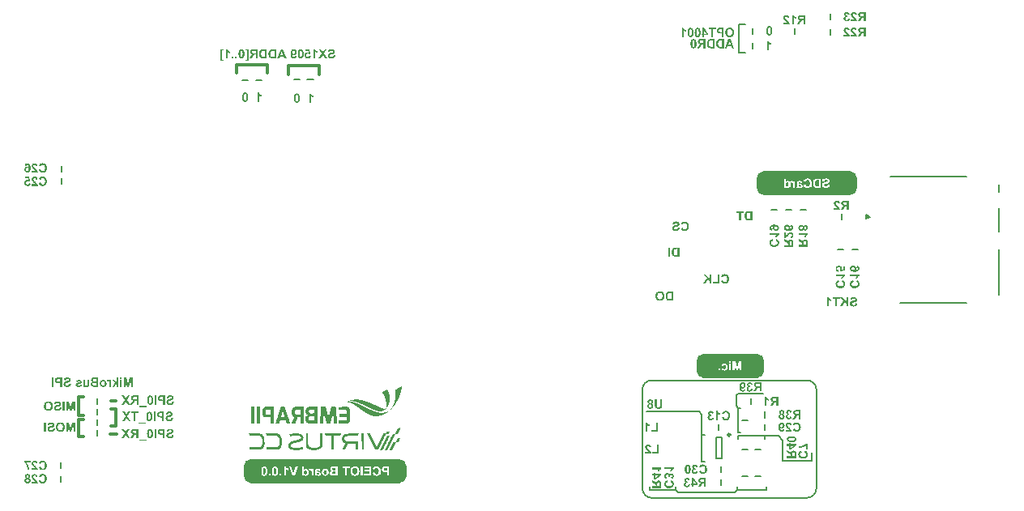
<source format=gbo>
G04*
G04 #@! TF.GenerationSoftware,Altium Limited,Altium Designer,25.8.1 (18)*
G04*
G04 Layer_Color=32896*
%FSLAX44Y44*%
%MOMM*%
G71*
G04*
G04 #@! TF.SameCoordinates,74B96BC4-F20B-47FB-8E9B-22239AF92EBC*
G04*
G04*
G04 #@! TF.FilePolarity,Positive*
G04*
G01*
G75*
%ADD10C,0.5000*%
%ADD11C,0.2000*%
%ADD13C,0.2500*%
%ADD17C,0.3000*%
%ADD122C,0.1500*%
G36*
X1106000Y323800D02*
X1102000Y321800D01*
Y325800D01*
X1106000Y323800D01*
D02*
G37*
G36*
X483181Y125209D02*
X483215Y125128D01*
X483192Y125105D01*
X483204Y107738D01*
X483193Y107635D01*
X483124Y107612D01*
X479880Y107624D01*
X479811Y107601D01*
X479696Y107624D01*
X479685Y114055D01*
X479650Y114089D01*
X473987Y114112D01*
X473976Y114146D01*
X473919Y114204D01*
X473712Y114227D01*
X473643Y114204D01*
X473540Y114238D01*
X473517Y114284D01*
X473437Y114341D01*
X473299Y114318D01*
X473208Y114341D01*
X473196Y114376D01*
X473162Y114410D01*
X473024Y114433D01*
X472967Y114490D01*
X472944Y114536D01*
X472795Y114548D01*
X472761Y114582D01*
X472738Y114628D01*
X472703Y114639D01*
X472612Y114754D01*
X472451Y114777D01*
X472405Y114846D01*
X472360Y114869D01*
X472348Y114880D01*
X472291Y114960D01*
X472245Y114983D01*
X472211Y115018D01*
X472188Y115063D01*
X472119Y115109D01*
X472062Y115190D01*
X472016Y115212D01*
X471970Y115281D01*
X471889Y115339D01*
X471867Y115384D01*
X471798Y115430D01*
X471740Y115511D01*
X471695Y115533D01*
X471660Y115568D01*
X471637Y115728D01*
X471603Y115740D01*
X471546Y115797D01*
X471523Y115843D01*
X471488Y115854D01*
X471454Y115889D01*
X471408Y116072D01*
X471328Y116107D01*
X471316Y116256D01*
X471213Y116336D01*
X471190Y116611D01*
X471144Y116634D01*
X471110Y116668D01*
X471087Y116760D01*
X471110Y116852D01*
X471087Y116944D01*
X471007Y116978D01*
X470973Y117058D01*
X470995Y117127D01*
X470984Y117207D01*
X470995Y117287D01*
X470961Y117390D01*
X470915Y117414D01*
X470869Y117482D01*
X470881Y117906D01*
X470789Y117975D01*
X470766Y118915D01*
X470732Y118927D01*
X470651Y119007D01*
X470663Y120463D01*
X470709Y120486D01*
X470755Y120532D01*
X470778Y121449D01*
X470823Y121472D01*
X470881Y121529D01*
X470869Y121816D01*
X470881Y121896D01*
X470972Y121942D01*
X470995Y122033D01*
X470972Y122102D01*
X470995Y122148D01*
X470972Y122240D01*
X471007Y122343D01*
X471053Y122366D01*
X471099Y122435D01*
X471087Y122629D01*
X471144Y122687D01*
X471190Y122710D01*
X471213Y122870D01*
X471293Y122927D01*
X471328Y123099D01*
X471374Y123122D01*
X471408Y123157D01*
X471442Y123329D01*
X471488Y123352D01*
X471523Y123386D01*
X471546Y123432D01*
X471614Y123478D01*
X471649Y123650D01*
X471695Y123673D01*
X472371Y124349D01*
X472428Y124429D01*
X472600Y124464D01*
X472658Y124544D01*
X472818Y124567D01*
X472864Y124635D01*
X472944Y124693D01*
X472967Y124739D01*
X473047Y124796D01*
X473185Y124773D01*
X473277Y124796D01*
X473311Y124876D01*
X473575Y124888D01*
X473655Y124991D01*
X473930Y125014D01*
X473953Y125060D01*
X473999Y125105D01*
X474595Y125128D01*
X474618Y125174D01*
X474652Y125209D01*
X483089Y125232D01*
X483181Y125209D01*
D02*
G37*
G36*
X601450Y143378D02*
X601507Y143298D01*
X601553Y143275D01*
X601588Y143241D01*
X601622Y143069D01*
X601668Y143046D01*
X601725Y142989D01*
X601702Y142943D01*
X601725Y142851D01*
X601806Y142817D01*
X601828Y142656D01*
X601909Y142599D01*
X601932Y142438D01*
X601966Y142404D01*
X602012Y142381D01*
X602058Y142312D01*
X602138Y142255D01*
X602173Y142083D01*
X602218Y142060D01*
X602276Y141980D01*
X602253Y141842D01*
X602276Y141750D01*
X602356Y141716D01*
X602367Y141567D01*
X602459Y141498D01*
X602482Y141338D01*
X602574Y141269D01*
X602608Y141097D01*
X602654Y141074D01*
X602688Y141040D01*
X602711Y140948D01*
X602688Y140856D01*
X602711Y140765D01*
X602791Y140730D01*
X602814Y140684D01*
X602803Y140581D01*
X602860Y140524D01*
X602906Y140501D01*
X602929Y140432D01*
X602918Y140237D01*
X603009Y140169D01*
X603044Y139997D01*
X603089Y139974D01*
X603124Y139939D01*
X603147Y139687D01*
X603239Y139618D01*
X603261Y139504D01*
X603239Y139435D01*
X603273Y139332D01*
X603319Y139309D01*
X603365Y139240D01*
X603353Y138931D01*
X603410Y138873D01*
X603456Y138850D01*
X603479Y138781D01*
X603468Y138587D01*
X603571Y138506D01*
X603594Y138139D01*
X603674Y138082D01*
X603697Y137578D01*
X603731Y137566D01*
X603789Y137509D01*
X603812Y137188D01*
X603789Y137119D01*
X603823Y137016D01*
X603869Y136993D01*
X603903Y136959D01*
X603926Y136890D01*
X603903Y136821D01*
X603915Y136443D01*
X603903Y136340D01*
X603926Y136248D01*
X603961Y136236D01*
X604007Y136191D01*
X604030Y135159D01*
X604075Y135136D01*
X604133Y135079D01*
X604121Y132729D01*
X604075Y132706D01*
X604030Y132660D01*
X604007Y131628D01*
X603961Y131605D01*
X603903Y131548D01*
X603915Y131422D01*
X603903Y131158D01*
X603926Y131067D01*
X603892Y130963D01*
X603846Y130940D01*
X603789Y130860D01*
X603812Y130791D01*
X603800Y130436D01*
X603720Y130379D01*
X603697Y130012D01*
X603640Y129955D01*
X603594Y129932D01*
X603571Y129542D01*
X603525Y129519D01*
X603479Y129473D01*
X603456Y129106D01*
X603376Y129049D01*
X603353Y128957D01*
X603376Y128866D01*
X603342Y128762D01*
X603296Y128739D01*
X603250Y128671D01*
X603261Y128476D01*
X603204Y128419D01*
X603158Y128396D01*
X603135Y128120D01*
X603055Y128063D01*
X603021Y127891D01*
X602975Y127868D01*
X602918Y127811D01*
X602929Y127662D01*
X602918Y127559D01*
X602837Y127524D01*
X602803Y127467D01*
X602814Y127410D01*
X602803Y127352D01*
X602769Y127318D01*
X602723Y127295D01*
X602688Y127215D01*
X602711Y127146D01*
X602700Y127020D01*
X602620Y126963D01*
X602585Y126791D01*
X602539Y126768D01*
X602505Y126733D01*
X602482Y126573D01*
X602390Y126527D01*
X602367Y126366D01*
X602333Y126332D01*
X602287Y126309D01*
X602253Y126252D01*
X602276Y126183D01*
X602241Y126126D01*
X602195Y126103D01*
X602150Y126034D01*
X602069Y125977D01*
X602035Y125805D01*
X601989Y125782D01*
X601955Y125747D01*
X601920Y125576D01*
X601874Y125553D01*
X601840Y125518D01*
X601817Y125358D01*
X601783Y125346D01*
X601668Y125232D01*
X601622Y125209D01*
X601611Y125060D01*
X601553Y125002D01*
X601508Y124979D01*
X601485Y124934D01*
X601404Y124876D01*
X601381Y124716D01*
X601313Y124670D01*
X601255Y124590D01*
X601209Y124567D01*
X601164Y124498D01*
X601083Y124441D01*
X601060Y124280D01*
X600992Y124234D01*
X600934Y124154D01*
X600888Y124131D01*
X600854Y124097D01*
X600831Y124051D01*
X600762Y124005D01*
X600705Y123925D01*
X600659Y123902D01*
X600602Y123844D01*
X600625Y123776D01*
X600602Y123707D01*
X600568Y123695D01*
X599295Y122423D01*
X599272Y122377D01*
X599112Y122354D01*
X599054Y122274D01*
X599008Y122251D01*
X598974Y122217D01*
X598951Y122171D01*
X598882Y122125D01*
X598859Y122079D01*
X598825Y122045D01*
X598665Y122022D01*
X598619Y121953D01*
X598539Y121896D01*
X598516Y121850D01*
X598447Y121804D01*
X598424Y121758D01*
X598390Y121724D01*
X598218Y121689D01*
X598195Y121643D01*
X598160Y121609D01*
X598114Y121586D01*
X598103Y121552D01*
X598046Y121495D01*
X597885Y121472D01*
X597851Y121391D01*
X597690Y121368D01*
X597633Y121288D01*
X597461Y121254D01*
X597404Y121173D01*
X597232Y121139D01*
X597209Y121093D01*
X597174Y121059D01*
X597002Y121025D01*
X596979Y120979D01*
X596945Y120944D01*
X596785Y120921D01*
X596750Y120841D01*
X596704Y120818D01*
X596487Y120830D01*
X596452Y120795D01*
X596429Y120749D01*
X596326Y120692D01*
X596303Y120715D01*
X596131Y120703D01*
X596108Y120658D01*
X596074Y120623D01*
X595707Y120600D01*
X595627Y120497D01*
X595145Y120474D01*
X595088Y120394D01*
X593070Y120371D01*
X592990Y120474D01*
X592394Y120497D01*
X592371Y120543D01*
X592325Y120589D01*
X591959Y120612D01*
X591901Y120692D01*
X591397Y120715D01*
X591385Y120749D01*
X591328Y120807D01*
X591259Y120830D01*
X591167Y120807D01*
X591064Y120841D01*
X591041Y120887D01*
X590973Y120933D01*
X590709Y120921D01*
X590617Y120944D01*
X590583Y121025D01*
X590319Y121036D01*
X590250Y121128D01*
X589861Y121151D01*
X589849Y121185D01*
X589769Y121265D01*
X589620Y121254D01*
X589528Y121277D01*
X589505Y121322D01*
X589471Y121357D01*
X589379Y121380D01*
X589287Y121357D01*
X589196Y121380D01*
X589184Y121414D01*
X589150Y121449D01*
X588966Y121495D01*
X588932Y121575D01*
X588668Y121586D01*
X588588Y121689D01*
X588313Y121712D01*
X588290Y121758D01*
X588233Y121816D01*
X588084Y121804D01*
X588004Y121816D01*
X587969Y121850D01*
X587946Y121896D01*
X587900Y121919D01*
X587763Y121941D01*
X587740Y121987D01*
X587660Y122045D01*
X587522Y122022D01*
X587430Y122045D01*
X587419Y122079D01*
X587384Y122114D01*
X587212Y122148D01*
X587190Y122194D01*
X587155Y122228D01*
X586903Y122251D01*
X586834Y122343D01*
X586662Y122377D01*
X586639Y122423D01*
X586605Y122457D01*
X586445Y122480D01*
X586433Y122515D01*
X586330Y122595D01*
X586261Y122572D01*
X586135Y122584D01*
X586078Y122664D01*
X585906Y122698D01*
X585848Y122778D01*
X585676Y122813D01*
X585653Y122859D01*
X585596Y122916D01*
X585447Y122905D01*
X585344Y122916D01*
X585298Y123008D01*
X585138Y123031D01*
X585103Y123065D01*
X585080Y123111D01*
X584931Y123122D01*
X584863Y123214D01*
X584691Y123248D01*
X584668Y123294D01*
X584633Y123329D01*
X584461Y123363D01*
X584438Y123409D01*
X584404Y123443D01*
X584244Y123466D01*
X584198Y123558D01*
X584106Y123581D01*
X584014Y123558D01*
X583923Y123581D01*
X583877Y123650D01*
X583705Y123684D01*
X583647Y123764D01*
X583475Y123799D01*
X583452Y123844D01*
X583418Y123879D01*
X583258Y123902D01*
X583246Y123936D01*
X583177Y124005D01*
X583040Y124028D01*
X582983Y124108D01*
X582822Y124131D01*
X582776Y124200D01*
X582604Y124234D01*
X582547Y124314D01*
X582375Y124349D01*
X582352Y124395D01*
X582318Y124429D01*
X582157Y124452D01*
X582123Y124532D01*
X582077Y124555D01*
X581939Y124578D01*
X581882Y124658D01*
X581721Y124681D01*
X581676Y124750D01*
X581504Y124784D01*
X581446Y124865D01*
X581274Y124899D01*
X581251Y124945D01*
X581217Y124979D01*
X581057Y125002D01*
X581011Y125094D01*
X580850Y125117D01*
X580816Y125151D01*
X580793Y125197D01*
X580747Y125220D01*
X580610Y125243D01*
X580587Y125289D01*
X580506Y125346D01*
X580369Y125323D01*
X580277Y125346D01*
X580266Y125381D01*
X580231Y125415D01*
X580071Y125438D01*
X580036Y125495D01*
X580014Y125541D01*
X579853Y125564D01*
X579796Y125644D01*
X579624Y125679D01*
X579601Y125724D01*
X579566Y125759D01*
X579406Y125782D01*
X579360Y125851D01*
X579188Y125885D01*
X579165Y125931D01*
X579131Y125965D01*
X578993Y125988D01*
X578936Y126046D01*
X578913Y126091D01*
X578764Y126103D01*
X578695Y126194D01*
X578523Y126229D01*
X578500Y126275D01*
X578466Y126309D01*
X578305Y126332D01*
X578260Y126401D01*
X578088Y126435D01*
X578065Y126481D01*
X578030Y126516D01*
X577893Y126538D01*
X577835Y126596D01*
X577812Y126642D01*
X577652Y126664D01*
X577595Y126745D01*
X577423Y126779D01*
X577400Y126825D01*
X577365Y126859D01*
X577205Y126882D01*
X577159Y126951D01*
X576987Y126986D01*
X576964Y127031D01*
X576930Y127066D01*
X576792Y127089D01*
X576735Y127146D01*
X576712Y127192D01*
X576552Y127215D01*
X576494Y127295D01*
X576322Y127329D01*
X576299Y127375D01*
X576265Y127410D01*
X576104Y127433D01*
X576059Y127501D01*
X575875Y127547D01*
X575864Y127582D01*
X575829Y127616D01*
X575577Y127639D01*
X575508Y127731D01*
X575348Y127753D01*
X575279Y127845D01*
X575107Y127880D01*
X575084Y127926D01*
X575050Y127960D01*
X574889Y127983D01*
X574878Y128017D01*
X574843Y128052D01*
X574660Y128097D01*
X574626Y128178D01*
X574351Y128201D01*
X574293Y128281D01*
X574121Y128315D01*
X574098Y128361D01*
X574064Y128396D01*
X573892Y128430D01*
X573869Y128476D01*
X573835Y128510D01*
X573674Y128533D01*
X573640Y128613D01*
X573594Y128636D01*
X573376Y128625D01*
X573307Y128716D01*
X573135Y128751D01*
X573112Y128797D01*
X573078Y128831D01*
X572906Y128865D01*
X572883Y128911D01*
X572826Y128969D01*
X572677Y128957D01*
X572597Y128969D01*
X572528Y129060D01*
X572356Y129095D01*
X572333Y129141D01*
X572253Y129198D01*
X572115Y129175D01*
X572023Y129198D01*
X572012Y129232D01*
X571978Y129267D01*
X571840Y129290D01*
X571783Y129347D01*
X571760Y129393D01*
X571496Y129404D01*
X571462Y129439D01*
X571439Y129485D01*
X571404Y129519D01*
X571255Y129508D01*
X571152Y129519D01*
X571141Y129553D01*
X571083Y129611D01*
X570923Y129634D01*
X570888Y129714D01*
X570843Y129737D01*
X570625Y129725D01*
X570545Y129828D01*
X570269Y129851D01*
X570247Y129897D01*
X570212Y129932D01*
X569960Y129955D01*
X569925Y129989D01*
X569903Y130035D01*
X569868Y130069D01*
X569696Y130058D01*
X569605Y130081D01*
X569582Y130126D01*
X569524Y130184D01*
X569318Y130161D01*
X569261Y130218D01*
X569238Y130264D01*
X569157Y130298D01*
X569089Y130275D01*
X568963Y130287D01*
X568905Y130367D01*
X568539Y130390D01*
X568481Y130448D01*
X568458Y130493D01*
X568069Y130516D01*
X568046Y130562D01*
X568000Y130608D01*
X567633Y130631D01*
X567575Y130711D01*
X567369Y130734D01*
X567277Y130711D01*
X567186Y130734D01*
X567174Y130768D01*
X567071Y130849D01*
X567002Y130826D01*
X566647Y130837D01*
X566624Y130883D01*
X566578Y130929D01*
X565982Y130952D01*
X565959Y130998D01*
X565925Y131032D01*
X565122Y131055D01*
X565088Y131089D01*
X565065Y131135D01*
X565008Y131170D01*
X562474Y131158D01*
X562417Y131078D01*
X561821Y131055D01*
X561752Y130963D01*
X561248Y130941D01*
X561236Y130906D01*
X561179Y130849D01*
X560973Y130826D01*
X560904Y130849D01*
X560801Y130814D01*
X560778Y130768D01*
X560697Y130711D01*
X560560Y130734D01*
X560468Y130711D01*
X560445Y130665D01*
X560365Y130608D01*
X560170Y130619D01*
X560090Y130516D01*
X559815Y130493D01*
X559792Y130448D01*
X559757Y130413D01*
X559597Y130390D01*
X559585Y130356D01*
X559505Y130275D01*
X559379Y130287D01*
X559276Y130275D01*
X559242Y130241D01*
X559230Y130230D01*
X559207Y130184D01*
X559024Y130138D01*
X559012Y130104D01*
X558932Y130046D01*
X558829Y130058D01*
X558806Y130149D01*
X558875Y130195D01*
X559001Y130298D01*
X559012Y130287D01*
X559093Y130298D01*
X559138Y130367D01*
X559322Y130413D01*
X559368Y130482D01*
X559540Y130516D01*
X559562Y130562D01*
X559597Y130597D01*
X559757Y130619D01*
X559769Y130654D01*
X559849Y130734D01*
X559918Y130711D01*
X559987Y130734D01*
X560021Y130814D01*
X560182Y130837D01*
X560239Y130918D01*
X560411Y130952D01*
X560468Y131032D01*
X560640Y131067D01*
X560663Y131112D01*
X560697Y131147D01*
X560858Y131170D01*
X560869Y131204D01*
X560927Y131261D01*
X561018Y131284D01*
X561087Y131261D01*
X561179Y131284D01*
X561225Y131353D01*
X561385Y131376D01*
X561465Y131479D01*
X561741Y131502D01*
X561763Y131548D01*
X561798Y131582D01*
X562050Y131605D01*
X562085Y131640D01*
X562107Y131685D01*
X562142Y131720D01*
X562314Y131708D01*
X562406Y131731D01*
X562428Y131777D01*
X562486Y131835D01*
X562692Y131812D01*
X562749Y131869D01*
X562772Y131915D01*
X562818Y131938D01*
X563036Y131926D01*
X563116Y132029D01*
X563391Y132052D01*
X563414Y132098D01*
X563460Y132144D01*
X563827Y132167D01*
X563850Y132213D01*
X563896Y132259D01*
X564377Y132282D01*
X564435Y132362D01*
X564664Y132385D01*
X564893Y132362D01*
X564950Y132419D01*
X564973Y132465D01*
X565019Y132488D01*
X565397Y132477D01*
X565489Y132500D01*
X565501Y132534D01*
X565535Y132568D01*
X566337Y132591D01*
X566418Y132694D01*
X567679Y132717D01*
X567702Y132763D01*
X567736Y132797D01*
X570189Y132820D01*
X570269Y132717D01*
X571645Y132694D01*
X571668Y132648D01*
X571714Y132603D01*
X572516Y132580D01*
X572574Y132500D01*
X573124Y132477D01*
X573193Y132500D01*
X573296Y132465D01*
X573319Y132419D01*
X573387Y132373D01*
X573812Y132385D01*
X573869Y132327D01*
X573892Y132282D01*
X574477Y132270D01*
X574557Y132167D01*
X574947Y132144D01*
X574969Y132098D01*
X575015Y132052D01*
X575497Y132029D01*
X575520Y131984D01*
X575554Y131949D01*
X575669Y131926D01*
X575898Y131949D01*
X575955Y131892D01*
X575978Y131846D01*
X576024Y131823D01*
X576288Y131835D01*
X576380Y131812D01*
X576391Y131777D01*
X576437Y131731D01*
X576804Y131708D01*
X576861Y131628D01*
X577251Y131605D01*
X577262Y131571D01*
X577319Y131514D01*
X577572Y131491D01*
X577640Y131399D01*
X577847Y131376D01*
X577938Y131399D01*
X578030Y131376D01*
X578042Y131342D01*
X578111Y131273D01*
X578328Y131284D01*
X578363Y131250D01*
X578386Y131204D01*
X578489Y131147D01*
X578512Y131170D01*
X578684Y131158D01*
X578707Y131112D01*
X578741Y131078D01*
X578993Y131055D01*
X579073Y130952D01*
X579348Y130929D01*
X579371Y130883D01*
X579406Y130849D01*
X579498Y130826D01*
X579589Y130849D01*
X579681Y130826D01*
X579692Y130791D01*
X579761Y130723D01*
X579979Y130734D01*
X580014Y130700D01*
X580036Y130654D01*
X580140Y130597D01*
X580163Y130619D01*
X580334Y130608D01*
X580357Y130562D01*
X580403Y130516D01*
X580655Y130493D01*
X580713Y130413D01*
X580885Y130379D01*
X580908Y130333D01*
X580942Y130298D01*
X581034Y130275D01*
X581125Y130298D01*
X581217Y130275D01*
X581240Y130230D01*
X581320Y130172D01*
X581515Y130184D01*
X581572Y130126D01*
X581595Y130081D01*
X581744Y130069D01*
X581825Y129966D01*
X582100Y129943D01*
X582123Y129897D01*
X582157Y129863D01*
X582409Y129840D01*
X582444Y129805D01*
X582467Y129760D01*
X582513Y129737D01*
X582650Y129714D01*
X582673Y129668D01*
X582753Y129611D01*
X582891Y129634D01*
X582982Y129611D01*
X582994Y129576D01*
X583028Y129542D01*
X583212Y129496D01*
X583246Y129416D01*
X583395Y129404D01*
X583475Y129301D01*
X583751Y129278D01*
X583773Y129232D01*
X583808Y129198D01*
X583968Y129175D01*
X583991Y129129D01*
X584072Y129072D01*
X584266Y129083D01*
X584335Y128992D01*
X584496Y128969D01*
X584565Y128877D01*
X584736Y128843D01*
X584759Y128797D01*
X584794Y128762D01*
X584966Y128728D01*
X584989Y128682D01*
X585023Y128648D01*
X585115Y128625D01*
X585183Y128648D01*
X585275Y128625D01*
X585310Y128590D01*
X585332Y128545D01*
X585493Y128522D01*
X585550Y128441D01*
X585722Y128407D01*
X585745Y128361D01*
X585780Y128327D01*
X585952Y128292D01*
X585975Y128246D01*
X586009Y128212D01*
X586261Y128189D01*
X586330Y128097D01*
X586490Y128075D01*
X586536Y128006D01*
X586708Y127971D01*
X586766Y127891D01*
X586937Y127857D01*
X586960Y127811D01*
X586995Y127776D01*
X587155Y127753D01*
X587167Y127719D01*
X587235Y127650D01*
X587373Y127627D01*
X587430Y127547D01*
X587522Y127524D01*
X587614Y127547D01*
X587705Y127524D01*
X587751Y127456D01*
X587923Y127421D01*
X587946Y127375D01*
X587981Y127341D01*
X588118Y127318D01*
X588176Y127261D01*
X588198Y127215D01*
X588359Y127192D01*
X588416Y127112D01*
X588588Y127077D01*
X588611Y127031D01*
X588646Y126997D01*
X588806Y126974D01*
X588852Y126905D01*
X589024Y126871D01*
X589047Y126825D01*
X589081Y126791D01*
X589219Y126768D01*
X589276Y126710D01*
X589299Y126664D01*
X589448Y126653D01*
X589517Y126561D01*
X589689Y126527D01*
X589711Y126481D01*
X589746Y126447D01*
X589838Y126424D01*
X589930Y126447D01*
X590021Y126424D01*
X590033Y126389D01*
X590067Y126355D01*
X590250Y126309D01*
X590285Y126229D01*
X590445Y126206D01*
X590503Y126126D01*
X590675Y126091D01*
X590732Y126011D01*
X590904Y125977D01*
X590927Y125931D01*
X590961Y125897D01*
X591122Y125873D01*
X591133Y125839D01*
X591167Y125805D01*
X591351Y125759D01*
X591385Y125679D01*
X591546Y125656D01*
X591603Y125576D01*
X591775Y125541D01*
X591832Y125461D01*
X592004Y125427D01*
X592027Y125381D01*
X592062Y125346D01*
X592222Y125323D01*
X592234Y125289D01*
X592337Y125209D01*
X592406Y125232D01*
X592532Y125220D01*
X592589Y125140D01*
X592761Y125105D01*
X592818Y125025D01*
X592990Y124991D01*
X593013Y124945D01*
X593047Y124911D01*
X593219Y124876D01*
X593242Y124830D01*
X593277Y124796D01*
X593437Y124773D01*
X593472Y124693D01*
X593621Y124681D01*
X593655Y124647D01*
X593678Y124601D01*
X593781Y124544D01*
X593804Y124567D01*
X593976Y124555D01*
X593999Y124509D01*
X594033Y124475D01*
X594205Y124441D01*
X594228Y124395D01*
X594263Y124360D01*
X594423Y124337D01*
X594469Y124246D01*
X594629Y124223D01*
X594664Y124188D01*
X594687Y124143D01*
X594733Y124120D01*
X594950Y124131D01*
X595019Y124039D01*
X595191Y124005D01*
X595214Y123959D01*
X595260Y123913D01*
X595512Y123890D01*
X595569Y123810D01*
X595741Y123776D01*
X595764Y123730D01*
X595799Y123695D01*
X595891Y123673D01*
X595982Y123695D01*
X596074Y123673D01*
X596097Y123627D01*
X596177Y123569D01*
X596372Y123581D01*
X596406Y123546D01*
X596429Y123501D01*
X596532Y123443D01*
X596555Y123466D01*
X596727Y123455D01*
X596750Y123409D01*
X596785Y123375D01*
X597037Y123352D01*
X597140Y123248D01*
X597507Y123225D01*
X597530Y123180D01*
X597564Y123145D01*
X597770Y123122D01*
X597839Y123145D01*
X597931Y123122D01*
X597965Y123088D01*
X597988Y123042D01*
X598034Y123019D01*
X599100Y123031D01*
X599169Y123008D01*
X599272Y123042D01*
X599295Y123088D01*
X599364Y123134D01*
X599559Y123122D01*
X599731Y123294D01*
X599754Y123340D01*
X599903Y123352D01*
X599937Y123386D01*
X599960Y123432D01*
X599994Y123443D01*
X600052Y123501D01*
X600075Y123546D01*
X600109Y123558D01*
X600143Y123592D01*
X600189Y123776D01*
X600224Y123787D01*
X600384Y123948D01*
X600407Y124085D01*
X600487Y124143D01*
X600510Y124257D01*
X600487Y124326D01*
X600522Y124429D01*
X600568Y124452D01*
X600625Y124532D01*
X600602Y124670D01*
X600625Y124762D01*
X600705Y124796D01*
X600717Y125335D01*
X600740Y125427D01*
X600774Y125438D01*
X600831Y125495D01*
X600820Y127731D01*
X600774Y127753D01*
X600740Y127788D01*
X600717Y128590D01*
X600682Y128625D01*
X600636Y128648D01*
X600602Y128705D01*
X600613Y128808D01*
X600602Y129186D01*
X600625Y129278D01*
X600590Y129381D01*
X600545Y129404D01*
X600487Y129485D01*
X600510Y129553D01*
X600499Y129909D01*
X600419Y129966D01*
X600396Y130448D01*
X600338Y130505D01*
X600292Y130528D01*
X600270Y130918D01*
X600224Y130940D01*
X600189Y130975D01*
X600166Y131342D01*
X600132Y131376D01*
X600086Y131399D01*
X600052Y131456D01*
X600063Y131559D01*
X600052Y131617D01*
X600075Y131708D01*
X600052Y131800D01*
X600006Y131823D01*
X599949Y131903D01*
X599960Y132098D01*
X599857Y132178D01*
X599834Y132568D01*
X599788Y132591D01*
X599742Y132637D01*
X599719Y132889D01*
X599639Y132947D01*
X599616Y133061D01*
X599639Y133130D01*
X599605Y133233D01*
X599559Y133256D01*
X599501Y133313D01*
X599524Y133520D01*
X599467Y133577D01*
X599421Y133600D01*
X599398Y133646D01*
X599410Y133864D01*
X599307Y133944D01*
X599284Y134219D01*
X599238Y134242D01*
X599203Y134276D01*
X599180Y134529D01*
X599089Y134597D01*
X599066Y134712D01*
X599089Y134781D01*
X599054Y134884D01*
X599008Y134907D01*
X598951Y134964D01*
X598974Y135033D01*
X598951Y135102D01*
X598917Y135113D01*
X598837Y135216D01*
X598859Y135285D01*
X598848Y135411D01*
X598768Y135468D01*
X598745Y135629D01*
X598642Y135709D01*
X598619Y135984D01*
X598573Y136007D01*
X598539Y136042D01*
X598516Y136202D01*
X598435Y136237D01*
X598401Y136294D01*
X598412Y136351D01*
X598401Y136409D01*
X598332Y136454D01*
X598309Y136615D01*
X598206Y136695D01*
X598183Y136970D01*
X598137Y136993D01*
X598103Y137028D01*
X598080Y137188D01*
X597988Y137234D01*
X597965Y137394D01*
X597931Y137429D01*
X597885Y137452D01*
X597851Y137509D01*
X597862Y137566D01*
X597851Y137624D01*
X597782Y137669D01*
X597747Y137842D01*
X597702Y137864D01*
X597667Y137899D01*
X597633Y138071D01*
X597587Y138094D01*
X597438Y138243D01*
X597415Y138403D01*
X597335Y138438D01*
X597300Y138495D01*
X597323Y138587D01*
X597232Y138655D01*
X597209Y138816D01*
X597117Y138885D01*
X597094Y138931D01*
X597002Y138999D01*
X596979Y139160D01*
X596911Y139206D01*
X596853Y139286D01*
X596808Y139309D01*
X596750Y139366D01*
X596773Y139435D01*
X596750Y139504D01*
X596716Y139515D01*
X596659Y139572D01*
X596636Y139618D01*
X596601Y139630D01*
X596567Y139664D01*
X596544Y139802D01*
X596223Y140123D01*
X596200Y140237D01*
X596257Y140295D01*
X596303Y140318D01*
X596315Y140352D01*
X596464Y140501D01*
X596624Y140524D01*
X596670Y140616D01*
X596830Y140639D01*
X596865Y140673D01*
X596888Y140719D01*
X596934Y140742D01*
X596991Y140822D01*
X597163Y140856D01*
X597220Y140937D01*
X597381Y140960D01*
X597426Y141028D01*
X597507Y141086D01*
X597530Y141131D01*
X597564Y141166D01*
X597725Y141189D01*
X597736Y141223D01*
X597770Y141258D01*
X597908Y141280D01*
X598080Y141453D01*
X598103Y141498D01*
X598263Y141521D01*
X598321Y141601D01*
X598493Y141636D01*
X598516Y141682D01*
X598550Y141716D01*
X598596Y141739D01*
X598642Y141808D01*
X598814Y141842D01*
X598871Y141922D01*
X599043Y141957D01*
X599066Y142003D01*
X599215Y142152D01*
X599375Y142175D01*
X599421Y142266D01*
X599582Y142289D01*
X599616Y142324D01*
X599639Y142369D01*
X599685Y142393D01*
X599742Y142473D01*
X599914Y142507D01*
X599971Y142587D01*
X600143Y142622D01*
X600166Y142668D01*
X600258Y142736D01*
X600281Y142782D01*
X600315Y142817D01*
X600476Y142840D01*
X600487Y142874D01*
X600522Y142908D01*
X600659Y142931D01*
X600831Y143103D01*
X600854Y143149D01*
X601015Y143172D01*
X601072Y143252D01*
X601244Y143287D01*
X601267Y143333D01*
X601324Y143390D01*
X601450Y143378D01*
D02*
G37*
G36*
X616788Y146267D02*
X616685Y146210D01*
X616662Y145384D01*
X616617Y145361D01*
X616582Y145327D01*
X616559Y144800D01*
X616582Y144708D01*
X616559Y144616D01*
X616525Y144605D01*
X616456Y144536D01*
X616467Y144043D01*
X616445Y143952D01*
X616410Y143940D01*
X616364Y143894D01*
X616341Y143413D01*
X616296Y143390D01*
X616250Y143344D01*
X616227Y142863D01*
X616181Y142840D01*
X616135Y142794D01*
X616112Y142427D01*
X616032Y142370D01*
X616009Y142140D01*
X616032Y142072D01*
X615997Y141968D01*
X615952Y141945D01*
X615894Y141865D01*
X615917Y141796D01*
X615906Y141441D01*
X615826Y141384D01*
X615803Y141177D01*
X615780Y141086D01*
X615745Y141074D01*
X615699Y141028D01*
X615676Y140661D01*
X615631Y140639D01*
X615596Y140604D01*
X615573Y140329D01*
X615539Y140318D01*
X615482Y140260D01*
X615459Y140054D01*
X615482Y139985D01*
X615447Y139882D01*
X615401Y139859D01*
X615344Y139779D01*
X615367Y139641D01*
X615344Y139550D01*
X615310Y139538D01*
X615275Y139504D01*
X615252Y139251D01*
X615149Y139171D01*
X615126Y138896D01*
X615080Y138873D01*
X615034Y138827D01*
X615012Y138575D01*
X614931Y138518D01*
X614908Y138426D01*
X614931Y138334D01*
X614897Y138231D01*
X614851Y138208D01*
X614794Y138128D01*
X614817Y137991D01*
X614794Y137899D01*
X614759Y137887D01*
X614725Y137853D01*
X614702Y137601D01*
X614610Y137532D01*
X614576Y137360D01*
X614530Y137337D01*
X614473Y137280D01*
X614484Y137108D01*
X614473Y137028D01*
X614438Y137016D01*
X614381Y136959D01*
X614358Y136890D01*
X614381Y136798D01*
X614358Y136707D01*
X614289Y136661D01*
X614255Y136489D01*
X614175Y136432D01*
X614152Y136225D01*
X614129Y136133D01*
X614095Y136122D01*
X614060Y136088D01*
X614037Y135927D01*
X613945Y135881D01*
X613911Y135709D01*
X613831Y135652D01*
X613808Y135560D01*
X613831Y135469D01*
X613808Y135377D01*
X613739Y135331D01*
X613693Y135147D01*
X613659Y135136D01*
X613624Y135102D01*
X613602Y134964D01*
X613544Y134907D01*
X613498Y134884D01*
X613475Y134609D01*
X613430Y134586D01*
X613395Y134551D01*
X613361Y134379D01*
X613315Y134357D01*
X613281Y134322D01*
X613258Y134162D01*
X613223Y134150D01*
X613189Y134116D01*
X613166Y133978D01*
X613109Y133921D01*
X613063Y133898D01*
X613040Y133737D01*
X612960Y133680D01*
X612925Y133508D01*
X612879Y133485D01*
X612845Y133451D01*
X612811Y133279D01*
X612765Y133256D01*
X612730Y133222D01*
X612707Y133061D01*
X612673Y133050D01*
X612639Y133015D01*
X612616Y132878D01*
X612558Y132820D01*
X612513Y132797D01*
X612490Y132637D01*
X612409Y132580D01*
X612375Y132408D01*
X612329Y132385D01*
X612295Y132350D01*
X612260Y132178D01*
X612215Y132156D01*
X612180Y132121D01*
X612157Y131961D01*
X612123Y131949D01*
X612088Y131915D01*
X612066Y131777D01*
X612008Y131720D01*
X611962Y131697D01*
X611951Y131548D01*
X611916Y131514D01*
X611871Y131491D01*
X611825Y131422D01*
X611744Y131365D01*
X611710Y131193D01*
X611664Y131170D01*
X611607Y131112D01*
X611618Y131032D01*
X611607Y130975D01*
X611538Y130929D01*
X611492Y130745D01*
X611458Y130734D01*
X611423Y130700D01*
X611401Y130562D01*
X611274Y130436D01*
X611194Y130379D01*
X611160Y130207D01*
X611080Y130149D01*
X611057Y130104D01*
X611080Y130035D01*
X611045Y129978D01*
X610999Y129955D01*
X610953Y129886D01*
X610873Y129829D01*
X610839Y129656D01*
X610793Y129634D01*
X610759Y129599D01*
X610724Y129427D01*
X610678Y129404D01*
X610506Y129232D01*
X610518Y129175D01*
X610506Y129118D01*
X610357Y128969D01*
X610312Y128946D01*
X610300Y128797D01*
X610266Y128762D01*
X610220Y128739D01*
X610174Y128671D01*
X610094Y128613D01*
X610059Y128441D01*
X610014Y128419D01*
X609979Y128384D01*
X609956Y128338D01*
X609887Y128292D01*
X609853Y128120D01*
X609807Y128097D01*
X609750Y128040D01*
X609727Y127994D01*
X609692Y127983D01*
X609658Y127948D01*
X609624Y127776D01*
X609578Y127753D01*
X609406Y127582D01*
X609429Y127490D01*
X609257Y127318D01*
X609211Y127295D01*
X609188Y127135D01*
X609108Y127077D01*
X609085Y127031D01*
X609050Y126997D01*
X609005Y126974D01*
X608993Y126940D01*
X608936Y126882D01*
X608890Y126859D01*
X608856Y126802D01*
X608867Y126745D01*
X608856Y126687D01*
X608787Y126642D01*
X608764Y126596D01*
X608672Y126527D01*
X608649Y126481D01*
X608558Y126412D01*
X608535Y126252D01*
X608466Y126206D01*
X608409Y126126D01*
X608363Y126103D01*
X608328Y126068D01*
X608305Y126023D01*
X608237Y125977D01*
X608191Y125793D01*
X608156Y125782D01*
X607755Y125381D01*
X607778Y125289D01*
X607423Y124934D01*
X607342Y124876D01*
X607319Y124716D01*
X607285Y124681D01*
X607239Y124658D01*
X607228Y124624D01*
X607170Y124567D01*
X607125Y124544D01*
X607113Y124509D01*
X607056Y124452D01*
X607010Y124429D01*
X606999Y124395D01*
X606964Y124360D01*
X606918Y124337D01*
X606907Y124303D01*
X606850Y124246D01*
X606804Y124223D01*
X606792Y124188D01*
X606735Y124131D01*
X606689Y124108D01*
X606678Y124074D01*
X606620Y124017D01*
X606574Y123994D01*
X606563Y123844D01*
X606471Y123776D01*
X606448Y123730D01*
X606414Y123695D01*
X606368Y123673D01*
X606322Y123604D01*
X606276Y123581D01*
X606242Y123546D01*
X606219Y123501D01*
X606150Y123455D01*
X606127Y123409D01*
X606093Y123375D01*
X606047Y123351D01*
X606001Y123283D01*
X605921Y123225D01*
X605898Y123180D01*
X605864Y123145D01*
X605818Y123122D01*
X605772Y123053D01*
X605692Y122996D01*
X605669Y122950D01*
X605600Y122905D01*
X605577Y122859D01*
X605543Y122824D01*
X605497Y122801D01*
X605451Y122732D01*
X605371Y122675D01*
X605348Y122629D01*
X605313Y122595D01*
X605268Y122572D01*
X605222Y122503D01*
X605176Y122480D01*
X605141Y122446D01*
X605119Y122400D01*
X605050Y122354D01*
X605027Y122308D01*
X604992Y122274D01*
X604947Y122251D01*
X604901Y122182D01*
X604821Y122125D01*
X604798Y122079D01*
X604763Y122045D01*
X604717Y122022D01*
X604672Y121953D01*
X604626Y121930D01*
X604591Y121896D01*
X604568Y121850D01*
X604500Y121804D01*
X604477Y121758D01*
X604442Y121724D01*
X604396Y121701D01*
X604351Y121632D01*
X604270Y121575D01*
X604247Y121529D01*
X604213Y121494D01*
X604167Y121472D01*
X604121Y121403D01*
X604075Y121380D01*
X604041Y121346D01*
X604018Y121300D01*
X603949Y121254D01*
X603926Y121208D01*
X603892Y121173D01*
X603720Y121139D01*
X603697Y121093D01*
X603663Y121059D01*
X603617Y121036D01*
X603605Y121002D01*
X603548Y120944D01*
X603502Y120921D01*
X603491Y120887D01*
X603433Y120830D01*
X603388Y120807D01*
X603376Y120772D01*
X603319Y120715D01*
X603273Y120692D01*
X603261Y120658D01*
X603227Y120623D01*
X603067Y120600D01*
X603055Y120566D01*
X602562Y120073D01*
X602425Y120050D01*
X602390Y120016D01*
X602367Y119970D01*
X602333Y119958D01*
X602161Y119786D01*
X602138Y119741D01*
X602081Y119706D01*
X602058Y119729D01*
X601978Y119718D01*
X601920Y119637D01*
X601874Y119614D01*
X601840Y119580D01*
X601817Y119534D01*
X601748Y119488D01*
X601691Y119408D01*
X601519Y119374D01*
X601496Y119328D01*
X601462Y119293D01*
X601416Y119270D01*
X601370Y119202D01*
X601187Y119156D01*
X601175Y119122D01*
X601118Y119064D01*
X601072Y119041D01*
X601060Y119007D01*
X601026Y118973D01*
X600866Y118950D01*
X600854Y118915D01*
X600682Y118743D01*
X600545Y118720D01*
X600510Y118686D01*
X600487Y118640D01*
X600453Y118629D01*
X600396Y118571D01*
X600373Y118525D01*
X600224Y118514D01*
X600189Y118480D01*
X600166Y118434D01*
X600098Y118388D01*
X600040Y118308D01*
X599868Y118273D01*
X599845Y118227D01*
X599811Y118193D01*
X599650Y118170D01*
X599639Y118136D01*
X599582Y118078D01*
X599536Y118055D01*
X599524Y118021D01*
X599490Y117987D01*
X599307Y117941D01*
X599272Y117861D01*
X599112Y117838D01*
X599054Y117757D01*
X598882Y117723D01*
X598859Y117677D01*
X598825Y117643D01*
X598665Y117620D01*
X598619Y117551D01*
X598447Y117517D01*
X598424Y117471D01*
X598390Y117436D01*
X598206Y117390D01*
X598172Y117310D01*
X598011Y117287D01*
X597954Y117207D01*
X597782Y117173D01*
X597759Y117127D01*
X597725Y117093D01*
X597564Y117070D01*
X597518Y117001D01*
X597358Y116978D01*
X597312Y116909D01*
X597197Y116840D01*
X597174Y116863D01*
X597025Y116852D01*
X596968Y116771D01*
X596808Y116749D01*
X596727Y116645D01*
X596452Y116622D01*
X596429Y116577D01*
X596395Y116542D01*
X596303Y116519D01*
X596234Y116542D01*
X596143Y116519D01*
X596108Y116485D01*
X596085Y116439D01*
X596039Y116416D01*
X595822Y116428D01*
X595753Y116336D01*
X595673Y116301D01*
X595501Y116313D01*
X595443Y116256D01*
X595420Y116210D01*
X595145Y116187D01*
X595088Y116107D01*
X594698Y116084D01*
X594652Y115992D01*
X594423Y115969D01*
X594354Y115992D01*
X594251Y115958D01*
X594228Y115912D01*
X594160Y115866D01*
X593850Y115877D01*
X593793Y115820D01*
X593770Y115774D01*
X593185Y115763D01*
X593105Y115660D01*
X592509Y115637D01*
X592451Y115556D01*
X591397Y115533D01*
X591362Y115453D01*
X591305Y115419D01*
X588657Y115430D01*
X588600Y115511D01*
X587568Y115533D01*
X587499Y115625D01*
X586777Y115660D01*
X586754Y115705D01*
X586708Y115751D01*
X586112Y115774D01*
X586089Y115820D01*
X586055Y115855D01*
X585848Y115877D01*
X585780Y115854D01*
X585688Y115877D01*
X585653Y115912D01*
X585631Y115958D01*
X585585Y115981D01*
X585321Y115969D01*
X585229Y115992D01*
X585218Y116026D01*
X585183Y116061D01*
X584931Y116084D01*
X584851Y116187D01*
X584576Y116210D01*
X584553Y116256D01*
X584496Y116313D01*
X584347Y116301D01*
X584244Y116313D01*
X584198Y116405D01*
X584106Y116428D01*
X584014Y116405D01*
X583923Y116428D01*
X583877Y116496D01*
X583705Y116531D01*
X583647Y116611D01*
X583395Y116634D01*
X583338Y116691D01*
X583315Y116737D01*
X583166Y116749D01*
X583131Y116783D01*
X583109Y116829D01*
X583074Y116863D01*
X582902Y116852D01*
X582811Y116875D01*
X582788Y116920D01*
X582753Y116955D01*
X582593Y116978D01*
X582581Y117012D01*
X582547Y117047D01*
X582364Y117093D01*
X582329Y117173D01*
X582169Y117196D01*
X582111Y117276D01*
X581939Y117310D01*
X581882Y117390D01*
X581710Y117425D01*
X581687Y117471D01*
X581653Y117505D01*
X581492Y117528D01*
X581481Y117563D01*
X581446Y117597D01*
X581263Y117643D01*
X581229Y117723D01*
X581080Y117734D01*
X581011Y117826D01*
X580850Y117849D01*
X580816Y117884D01*
X580793Y117929D01*
X580724Y117975D01*
X580701Y118021D01*
X580667Y118055D01*
X580506Y118078D01*
X580461Y118147D01*
X580289Y118181D01*
X580266Y118227D01*
X580231Y118262D01*
X580094Y118285D01*
X579887Y118491D01*
X579750Y118514D01*
X579715Y118548D01*
X579692Y118594D01*
X579647Y118617D01*
X579509Y118640D01*
X579486Y118686D01*
X579417Y118732D01*
X579360Y118812D01*
X579199Y118835D01*
X579154Y118904D01*
X579073Y118961D01*
X579050Y119007D01*
X579016Y119041D01*
X578844Y119076D01*
X578821Y119122D01*
X578787Y119156D01*
X578626Y119179D01*
X578615Y119213D01*
X578500Y119328D01*
X578477Y119374D01*
X578328Y119385D01*
X578294Y119420D01*
X578271Y119465D01*
X578237Y119477D01*
X578145Y119592D01*
X577973Y119626D01*
X577950Y119672D01*
X577916Y119706D01*
X577870Y119729D01*
X577824Y119798D01*
X577663Y119821D01*
X577629Y119855D01*
X577606Y119901D01*
X577537Y119947D01*
X577514Y119993D01*
X577480Y120027D01*
X577308Y120062D01*
X577285Y120107D01*
X577136Y120256D01*
X576976Y120279D01*
X576964Y120314D01*
X576850Y120428D01*
X576827Y120474D01*
X576678Y120486D01*
X576643Y120520D01*
X576620Y120566D01*
X576586Y120577D01*
X576494Y120692D01*
X576322Y120726D01*
X576299Y120772D01*
X576265Y120807D01*
X576219Y120830D01*
X576173Y120898D01*
X576127Y120921D01*
X576059Y121013D01*
X575887Y121047D01*
X575864Y121093D01*
X575772Y121162D01*
X575749Y121208D01*
X575715Y121242D01*
X575554Y121265D01*
X575543Y121300D01*
X575371Y121472D01*
X575325Y121495D01*
X575313Y121529D01*
X575279Y121563D01*
X575141Y121586D01*
X574935Y121792D01*
X574798Y121816D01*
X574763Y121850D01*
X574740Y121896D01*
X574706Y121907D01*
X574649Y121965D01*
X574626Y122010D01*
X574580Y122033D01*
X574522Y122114D01*
X574362Y122136D01*
X574328Y122171D01*
X574305Y122217D01*
X574236Y122262D01*
X574179Y122343D01*
X574007Y122377D01*
X573984Y122423D01*
X573892Y122492D01*
X573869Y122538D01*
X573835Y122572D01*
X573789Y122595D01*
X573777Y122629D01*
X573743Y122664D01*
X573571Y122698D01*
X573548Y122744D01*
X573284Y123008D01*
X573147Y123031D01*
X572998Y123180D01*
X572975Y123225D01*
X572826Y123237D01*
X572791Y123271D01*
X572769Y123317D01*
X572734Y123329D01*
X572677Y123386D01*
X572654Y123432D01*
X572620Y123443D01*
X572585Y123478D01*
X572528Y123558D01*
X572367Y123581D01*
X572321Y123650D01*
X572276Y123673D01*
X572241Y123707D01*
X572218Y123753D01*
X572150Y123799D01*
X572092Y123879D01*
X571932Y123902D01*
X571886Y123971D01*
X571806Y124028D01*
X571783Y124074D01*
X571748Y124108D01*
X571702Y124131D01*
X571656Y124200D01*
X571473Y124246D01*
X571462Y124280D01*
X571313Y124429D01*
X571175Y124452D01*
X570911Y124716D01*
X570888Y124762D01*
X570739Y124773D01*
X570705Y124807D01*
X570682Y124853D01*
X570613Y124899D01*
X570556Y124979D01*
X570396Y125002D01*
X570361Y125037D01*
X570338Y125083D01*
X570269Y125128D01*
X570247Y125174D01*
X570212Y125209D01*
X570166Y125232D01*
X570121Y125300D01*
X569949Y125335D01*
X569925Y125381D01*
X569834Y125449D01*
X569811Y125495D01*
X569776Y125530D01*
X569605Y125564D01*
X569582Y125610D01*
X569341Y125850D01*
X569203Y125873D01*
X569031Y126046D01*
X569008Y126091D01*
X568859Y126103D01*
X568825Y126137D01*
X568802Y126183D01*
X568768Y126194D01*
X568733Y126229D01*
X568676Y126309D01*
X568516Y126332D01*
X568470Y126401D01*
X568424Y126424D01*
X568355Y126515D01*
X568195Y126538D01*
X568149Y126607D01*
X568069Y126664D01*
X568046Y126710D01*
X568011Y126745D01*
X567851Y126768D01*
X567839Y126802D01*
X567690Y126951D01*
X567553Y126974D01*
X567381Y127146D01*
X567358Y127192D01*
X567197Y127215D01*
X567140Y127295D01*
X566968Y127329D01*
X566945Y127375D01*
X566911Y127410D01*
X566865Y127433D01*
X566819Y127501D01*
X566647Y127536D01*
X566624Y127582D01*
X566590Y127616D01*
X566418Y127650D01*
X566395Y127696D01*
X566246Y127845D01*
X566085Y127868D01*
X566039Y127960D01*
X565879Y127983D01*
X565833Y128052D01*
X565673Y128075D01*
X565638Y128109D01*
X565615Y128155D01*
X565546Y128201D01*
X565489Y128281D01*
X565317Y128315D01*
X565294Y128361D01*
X565260Y128396D01*
X565099Y128419D01*
X565088Y128453D01*
X565031Y128510D01*
X564870Y128533D01*
X564836Y128613D01*
X564675Y128636D01*
X564618Y128716D01*
X564446Y128751D01*
X564389Y128831D01*
X564217Y128865D01*
X564194Y128911D01*
X564159Y128946D01*
X564045Y128969D01*
X563976Y128946D01*
X563907Y128969D01*
X563873Y129003D01*
X563850Y129049D01*
X563804Y129072D01*
X563666Y129095D01*
X563644Y129141D01*
X563540Y129198D01*
X563472Y129175D01*
X563345Y129186D01*
X563323Y129232D01*
X563288Y129267D01*
X563116Y129301D01*
X563093Y129347D01*
X563059Y129381D01*
X562807Y129404D01*
X562738Y129496D01*
X562348Y129519D01*
X562337Y129553D01*
X562279Y129611D01*
X562073Y129634D01*
X562004Y129611D01*
X561901Y129645D01*
X561878Y129691D01*
X561809Y129737D01*
X561385Y129725D01*
X561351Y129760D01*
X561328Y129805D01*
X561293Y129840D01*
X559700Y129829D01*
X559677Y129782D01*
X559643Y129748D01*
X559322Y129725D01*
X559253Y129748D01*
X559150Y129714D01*
X559127Y129668D01*
X559058Y129622D01*
X558909Y129634D01*
X558817Y129611D01*
X558806Y129576D01*
X558772Y129542D01*
X558634Y129519D01*
X558577Y129462D01*
X558554Y129416D01*
X558405Y129404D01*
X558290Y129290D01*
X558164Y129301D01*
X558141Y129370D01*
X558175Y129404D01*
X558221Y129427D01*
X558347Y129553D01*
X558370Y129599D01*
X558428Y129634D01*
X558474Y129611D01*
X558531Y129622D01*
X558588Y129702D01*
X558760Y129737D01*
X558783Y129783D01*
X558817Y129817D01*
X558989Y129851D01*
X559012Y129897D01*
X559047Y129932D01*
X559184Y129955D01*
X559264Y130058D01*
X559540Y130081D01*
X559563Y130126D01*
X559597Y130161D01*
X559712Y130184D01*
X559941Y130161D01*
X559998Y130218D01*
X560021Y130264D01*
X560067Y130287D01*
X560445Y130275D01*
X560537Y130298D01*
X560548Y130333D01*
X560594Y130379D01*
X561282Y130402D01*
X561339Y130482D01*
X563586Y130505D01*
X563621Y130470D01*
X563644Y130425D01*
X563689Y130402D01*
X564492Y130379D01*
X564515Y130333D01*
X564549Y130298D01*
X564985Y130275D01*
X565054Y130298D01*
X565157Y130264D01*
X565180Y130218D01*
X565260Y130161D01*
X565329Y130184D01*
X565799Y130172D01*
X565856Y130092D01*
X566223Y130069D01*
X566303Y129966D01*
X566693Y129943D01*
X566716Y129897D01*
X566762Y129851D01*
X567128Y129829D01*
X567186Y129748D01*
X567277Y129725D01*
X567369Y129748D01*
X567472Y129714D01*
X567495Y129668D01*
X567564Y129622D01*
X567874Y129634D01*
X567908Y129599D01*
X567931Y129553D01*
X568034Y129496D01*
X568057Y129519D01*
X568229Y129508D01*
X568252Y129462D01*
X568286Y129427D01*
X568539Y129404D01*
X568619Y129301D01*
X568894Y129278D01*
X568917Y129232D01*
X568951Y129198D01*
X569043Y129175D01*
X569135Y129198D01*
X569226Y129175D01*
X569261Y129095D01*
X569410Y129083D01*
X569467Y129026D01*
X569490Y128980D01*
X569559Y128957D01*
X569754Y128969D01*
X569822Y128877D01*
X569994Y128843D01*
X570017Y128797D01*
X570052Y128762D01*
X570304Y128739D01*
X570338Y128705D01*
X570361Y128659D01*
X570407Y128636D01*
X570545Y128613D01*
X570568Y128567D01*
X570648Y128510D01*
X570785Y128533D01*
X570877Y128510D01*
X570888Y128476D01*
X570923Y128441D01*
X571083Y128418D01*
X571141Y128315D01*
X571290Y128304D01*
X571370Y128201D01*
X571645Y128178D01*
X571668Y128132D01*
X571702Y128097D01*
X571863Y128075D01*
X571909Y128006D01*
X572092Y127960D01*
X572127Y127880D01*
X572287Y127857D01*
X572344Y127776D01*
X572516Y127742D01*
X572574Y127662D01*
X572746Y127627D01*
X572769Y127582D01*
X572803Y127547D01*
X572963Y127524D01*
X573009Y127456D01*
X573193Y127410D01*
X573227Y127329D01*
X573387Y127306D01*
X573445Y127226D01*
X573617Y127192D01*
X573674Y127112D01*
X573846Y127077D01*
X573869Y127031D01*
X573903Y126997D01*
X574064Y126974D01*
X574110Y126905D01*
X574293Y126859D01*
X574328Y126779D01*
X574477Y126768D01*
X574545Y126676D01*
X574706Y126653D01*
X574775Y126561D01*
X574947Y126527D01*
X574969Y126481D01*
X575004Y126447D01*
X575164Y126424D01*
X575210Y126355D01*
X575394Y126309D01*
X575428Y126229D01*
X575577Y126217D01*
X575646Y126126D01*
X575806Y126103D01*
X575875Y126011D01*
X576047Y125977D01*
X576070Y125931D01*
X576104Y125897D01*
X576265Y125873D01*
X576276Y125839D01*
X576311Y125805D01*
X576494Y125759D01*
X576529Y125679D01*
X576689Y125656D01*
X576746Y125576D01*
X576918Y125541D01*
X576976Y125461D01*
X577148Y125427D01*
X577170Y125381D01*
X577205Y125346D01*
X577365Y125323D01*
X577377Y125289D01*
X577411Y125254D01*
X577595Y125209D01*
X577629Y125128D01*
X577778Y125117D01*
X577847Y125025D01*
X578007Y125002D01*
X578076Y124911D01*
X578248Y124876D01*
X578271Y124830D01*
X578305Y124796D01*
X578466Y124773D01*
X578489Y124727D01*
X578569Y124670D01*
X578764Y124681D01*
X578821Y124624D01*
X578844Y124578D01*
X579005Y124555D01*
X579062Y124475D01*
X579234Y124441D01*
X579257Y124395D01*
X579291Y124360D01*
X579463Y124326D01*
X579486Y124280D01*
X579520Y124246D01*
X579681Y124223D01*
X579715Y124143D01*
X579864Y124131D01*
X579922Y124074D01*
X579945Y124028D01*
X580094Y124016D01*
X580163Y123925D01*
X580334Y123890D01*
X580357Y123844D01*
X580392Y123810D01*
X580564Y123776D01*
X580587Y123730D01*
X580644Y123673D01*
X580850Y123695D01*
X580908Y123638D01*
X580930Y123592D01*
X581091Y123569D01*
X581148Y123489D01*
X581320Y123455D01*
X581343Y123409D01*
X581378Y123375D01*
X581550Y123340D01*
X581572Y123294D01*
X581607Y123260D01*
X581767Y123237D01*
X581813Y123145D01*
X581974Y123122D01*
X582008Y123088D01*
X582031Y123042D01*
X582111Y123008D01*
X582180Y123031D01*
X582306Y123019D01*
X582364Y122939D01*
X582536Y122905D01*
X582558Y122859D01*
X582593Y122824D01*
X582753Y122801D01*
X582765Y122767D01*
X582822Y122710D01*
X582960Y122687D01*
X582994Y122652D01*
X583017Y122606D01*
X583063Y122584D01*
X583200Y122561D01*
X583223Y122515D01*
X583303Y122457D01*
X583441Y122480D01*
X583533Y122457D01*
X583544Y122423D01*
X583579Y122389D01*
X583762Y122343D01*
X583796Y122262D01*
X583957Y122240D01*
X584014Y122159D01*
X584186Y122125D01*
X584209Y122079D01*
X584244Y122045D01*
X584415Y122010D01*
X584438Y121965D01*
X584507Y121919D01*
X584656Y121930D01*
X584748Y121907D01*
X584782Y121827D01*
X584943Y121804D01*
X585000Y121724D01*
X585161Y121701D01*
X585241Y121598D01*
X585516Y121575D01*
X585539Y121529D01*
X585573Y121495D01*
X585734Y121472D01*
X585768Y121391D01*
X585917Y121380D01*
X585952Y121345D01*
X585975Y121300D01*
X586078Y121242D01*
X586101Y121265D01*
X586273Y121254D01*
X586296Y121208D01*
X586330Y121173D01*
X586502Y121139D01*
X586525Y121093D01*
X586559Y121059D01*
X586811Y121036D01*
X586880Y120944D01*
X587041Y120921D01*
X587086Y120852D01*
X587258Y120818D01*
X587316Y120738D01*
X587396Y120703D01*
X587568Y120715D01*
X587625Y120658D01*
X587648Y120612D01*
X587797Y120600D01*
X587877Y120497D01*
X588153Y120474D01*
X588176Y120428D01*
X588210Y120394D01*
X588302Y120371D01*
X588393Y120394D01*
X588485Y120371D01*
X588519Y120291D01*
X588668Y120279D01*
X588703Y120245D01*
X588726Y120199D01*
X588829Y120142D01*
X588852Y120165D01*
X589024Y120153D01*
X589047Y120107D01*
X589081Y120073D01*
X589333Y120050D01*
X589436Y119947D01*
X589689Y119924D01*
X589712Y119878D01*
X589746Y119844D01*
X589838Y119821D01*
X589929Y119844D01*
X590021Y119821D01*
X590044Y119775D01*
X590124Y119718D01*
X590319Y119729D01*
X590399Y119626D01*
X590789Y119603D01*
X590812Y119557D01*
X590846Y119523D01*
X591213Y119500D01*
X591293Y119397D01*
X591775Y119374D01*
X591832Y119293D01*
X592268Y119271D01*
X592337Y119293D01*
X592428Y119270D01*
X592463Y119236D01*
X592486Y119190D01*
X592532Y119167D01*
X593185Y119179D01*
X593265Y119076D01*
X594526Y119053D01*
X594549Y119007D01*
X594584Y118973D01*
X596601Y118950D01*
X596681Y119053D01*
X597828Y119076D01*
X597885Y119156D01*
X598321Y119179D01*
X598390Y119156D01*
X598481Y119179D01*
X598516Y119213D01*
X598539Y119259D01*
X598584Y119282D01*
X599008Y119271D01*
X599066Y119328D01*
X599089Y119374D01*
X599478Y119397D01*
X599501Y119443D01*
X599536Y119477D01*
X599788Y119500D01*
X599903Y119614D01*
X600052Y119603D01*
X600143Y119626D01*
X600166Y119672D01*
X600201Y119706D01*
X600292Y119729D01*
X600384Y119706D01*
X600476Y119729D01*
X600487Y119763D01*
X600545Y119821D01*
X600591Y119844D01*
X600659Y119821D01*
X600785Y119832D01*
X600843Y119913D01*
X601003Y119935D01*
X601083Y120039D01*
X601358Y120062D01*
X601381Y120107D01*
X601416Y120142D01*
X601576Y120165D01*
X601622Y120256D01*
X601783Y120279D01*
X601828Y120348D01*
X602001Y120382D01*
X602058Y120463D01*
X602230Y120497D01*
X602253Y120543D01*
X602287Y120577D01*
X602459Y120612D01*
X602482Y120658D01*
X602631Y120807D01*
X602791Y120830D01*
X602826Y120910D01*
X602986Y120933D01*
X603044Y121013D01*
X603089Y121036D01*
X603124Y121070D01*
X603147Y121116D01*
X603181Y121128D01*
X603216Y121162D01*
X603273Y121242D01*
X603445Y121277D01*
X603468Y121322D01*
X603502Y121357D01*
X603548Y121380D01*
X603594Y121449D01*
X603754Y121472D01*
X603800Y121540D01*
X603881Y121598D01*
X603903Y121643D01*
X603938Y121678D01*
X603984Y121701D01*
X604030Y121770D01*
X604110Y121827D01*
X604133Y121873D01*
X604167Y121907D01*
X604213Y121930D01*
X604259Y121999D01*
X604442Y122045D01*
X604454Y122079D01*
X605187Y122813D01*
X605325Y122927D01*
X605348Y123088D01*
X605382Y123122D01*
X605428Y123145D01*
X605440Y123180D01*
X605497Y123237D01*
X605543Y123260D01*
X605566Y123306D01*
X605646Y123363D01*
X605669Y123409D01*
X605703Y123443D01*
X605749Y123466D01*
X605795Y123535D01*
X605875Y123592D01*
X605898Y123753D01*
X605967Y123799D01*
X606024Y123879D01*
X606070Y123902D01*
X606116Y123971D01*
X606196Y124028D01*
X606231Y124200D01*
X606276Y124223D01*
X606311Y124257D01*
X606334Y124303D01*
X606403Y124349D01*
X606460Y124429D01*
X606506Y124452D01*
X606540Y124487D01*
X606563Y124647D01*
X606597Y124658D01*
X606758Y124819D01*
X606781Y124956D01*
X606861Y125014D01*
X606884Y125174D01*
X606918Y125209D01*
X606964Y125232D01*
X606976Y125266D01*
X607010Y125300D01*
X607090Y125358D01*
X607125Y125530D01*
X607170Y125553D01*
X607228Y125633D01*
X607205Y125656D01*
X607216Y125736D01*
X607262Y125759D01*
X607297Y125793D01*
X607320Y125954D01*
X607423Y126011D01*
X607446Y126172D01*
X607526Y126229D01*
X607560Y126401D01*
X607640Y126458D01*
X607675Y126630D01*
X607721Y126653D01*
X607778Y126733D01*
X607755Y126756D01*
X607767Y126837D01*
X607812Y126859D01*
X607847Y126894D01*
X607870Y127054D01*
X607973Y127112D01*
X607984Y127261D01*
X608088Y127341D01*
X608111Y127616D01*
X608156Y127639D01*
X608191Y127673D01*
X608225Y127845D01*
X608271Y127868D01*
X608317Y127937D01*
X608305Y128132D01*
X608363Y128189D01*
X608409Y128212D01*
X608420Y128476D01*
X608512Y128545D01*
X608546Y128716D01*
X608592Y128739D01*
X608638Y128785D01*
X608661Y129038D01*
X608741Y129095D01*
X608764Y129324D01*
X608741Y129393D01*
X608775Y129496D01*
X608821Y129519D01*
X608867Y129588D01*
X608856Y129783D01*
X608913Y129840D01*
X608959Y129863D01*
X608970Y130104D01*
X608970Y130126D01*
X608982Y130138D01*
X609062Y130195D01*
X609085Y130562D01*
X609119Y130597D01*
X609165Y130619D01*
X609188Y130665D01*
X609211Y131032D01*
X609257Y131055D01*
X609291Y131089D01*
X609314Y131411D01*
X609291Y131479D01*
X609326Y131582D01*
X609371Y131605D01*
X609417Y131674D01*
X609406Y131984D01*
X609463Y132041D01*
X609509Y132064D01*
X609532Y132660D01*
X609612Y132717D01*
X609635Y133313D01*
X609670Y133348D01*
X609715Y133371D01*
X609738Y133417D01*
X609761Y134104D01*
X609841Y134162D01*
X609865Y134827D01*
X609842Y134895D01*
X609876Y134999D01*
X609922Y135021D01*
X609979Y135102D01*
X609956Y135170D01*
X609968Y136191D01*
X610014Y136214D01*
X610048Y136248D01*
X610071Y138380D01*
X610105Y138415D01*
X610151Y138438D01*
X610185Y138472D01*
X610174Y140478D01*
X610094Y140535D01*
X610071Y142782D01*
X610094Y142851D01*
X610059Y142908D01*
X610014Y142931D01*
X609968Y142977D01*
X609979Y143034D01*
X610014Y143046D01*
X610105Y143138D01*
X610266Y143160D01*
X610312Y143252D01*
X610472Y143275D01*
X610506Y143309D01*
X610529Y143355D01*
X610575Y143378D01*
X610633Y143459D01*
X610804Y143493D01*
X610862Y143573D01*
X611034Y143608D01*
X611057Y143653D01*
X611091Y143688D01*
X611252Y143711D01*
X611263Y143745D01*
X611435Y143917D01*
X611595Y143940D01*
X611630Y144020D01*
X611779Y144032D01*
X611813Y144066D01*
X611836Y144112D01*
X611905Y144158D01*
X611962Y144238D01*
X612134Y144272D01*
X612157Y144318D01*
X612192Y144353D01*
X612364Y144387D01*
X612386Y144433D01*
X612421Y144467D01*
X612581Y144490D01*
X612593Y144525D01*
X612753Y144685D01*
X612891Y144708D01*
X612948Y144788D01*
X613109Y144811D01*
X613143Y144846D01*
X613166Y144892D01*
X613200Y144903D01*
X613235Y144937D01*
X613292Y145018D01*
X613452Y145041D01*
X613498Y145109D01*
X613670Y145144D01*
X613693Y145190D01*
X613751Y145247D01*
X613796Y145270D01*
X613808Y145304D01*
X613842Y145339D01*
X614014Y145373D01*
X614037Y145419D01*
X614072Y145453D01*
X614232Y145476D01*
X614278Y145568D01*
X614438Y145591D01*
X614484Y145660D01*
X614530Y145682D01*
X614599Y145774D01*
X614759Y145797D01*
X614828Y145889D01*
X614989Y145912D01*
X615034Y145981D01*
X615115Y146038D01*
X615138Y146084D01*
X615172Y146118D01*
X615332Y146141D01*
X615344Y146175D01*
X615378Y146210D01*
X615516Y146233D01*
X615573Y146290D01*
X615596Y146336D01*
X615745Y146347D01*
X615780Y146382D01*
X615803Y146428D01*
X615871Y146474D01*
X615929Y146554D01*
X616101Y146588D01*
X616124Y146634D01*
X616158Y146668D01*
X616318Y146691D01*
X616330Y146726D01*
X616387Y146783D01*
X616433Y146806D01*
X616445Y146840D01*
X616479Y146875D01*
X616651Y146909D01*
X616674Y147001D01*
X616777Y147012D01*
X616788Y146267D01*
D02*
G37*
G36*
X528405Y125197D02*
X528428Y107658D01*
X528359Y107612D01*
X524358Y107624D01*
X520162Y107624D01*
X520071Y107601D01*
X519979Y107624D01*
X519967Y107658D01*
X519864Y107738D01*
X519796Y107715D01*
X519440Y107727D01*
X519417Y107773D01*
X519383Y107807D01*
X519016Y107830D01*
X518936Y107933D01*
X518661Y107956D01*
X518638Y108002D01*
X518603Y108036D01*
X518443Y108059D01*
X518431Y108094D01*
X518374Y108151D01*
X518282Y108174D01*
X518214Y108151D01*
X518122Y108174D01*
X518088Y108208D01*
X518065Y108254D01*
X518019Y108277D01*
X517961Y108357D01*
X517801Y108380D01*
X517766Y108415D01*
X517744Y108460D01*
X517675Y108506D01*
X517617Y108587D01*
X517457Y108610D01*
X517411Y108678D01*
X517331Y108736D01*
X517308Y108781D01*
X517274Y108816D01*
X517228Y108839D01*
X517216Y108873D01*
X517159Y108931D01*
X517113Y108953D01*
X517090Y108999D01*
X517010Y109057D01*
X516976Y109228D01*
X516895Y109286D01*
X516872Y109332D01*
X516804Y109378D01*
X516746Y109458D01*
X516700Y109481D01*
X516666Y109515D01*
X516632Y109687D01*
X516586Y109710D01*
X516529Y109790D01*
X516551Y109813D01*
X516529Y109905D01*
X516448Y109939D01*
X516437Y110088D01*
X516334Y110169D01*
X516311Y110444D01*
X516265Y110467D01*
X516230Y110501D01*
X516208Y110776D01*
X516173Y110788D01*
X516116Y110845D01*
X516093Y111166D01*
X516116Y111235D01*
X516081Y111338D01*
X516035Y111361D01*
X515990Y111430D01*
X516001Y112450D01*
X515978Y112542D01*
X515944Y112553D01*
X515910Y112587D01*
X515886Y112977D01*
X515921Y112989D01*
X515978Y113046D01*
X516001Y113688D01*
X515978Y113757D01*
X516013Y113860D01*
X516059Y113883D01*
X516104Y113952D01*
X516093Y114215D01*
X516116Y114307D01*
X516150Y114318D01*
X516196Y114364D01*
X516219Y114616D01*
X516299Y114674D01*
X516322Y114949D01*
X516391Y114995D01*
X516448Y115075D01*
X516494Y115098D01*
X516551Y115155D01*
X516529Y115224D01*
X516551Y115293D01*
X516586Y115304D01*
X516620Y115339D01*
X516643Y115476D01*
X517572Y116405D01*
X517709Y116428D01*
X517744Y116462D01*
X517766Y116508D01*
X517916Y116519D01*
X517950Y116554D01*
X517973Y116600D01*
X518042Y116645D01*
X518282Y116634D01*
X518294Y116714D01*
X518260Y116749D01*
X518214Y116771D01*
X518168Y116840D01*
X517996Y116875D01*
X517973Y116920D01*
X517938Y116955D01*
X517778Y116978D01*
X517766Y117012D01*
X517709Y117070D01*
X517663Y117093D01*
X517652Y117127D01*
X517617Y117161D01*
X517480Y117184D01*
X517090Y117574D01*
X517102Y117677D01*
X516976Y117803D01*
X516895Y117860D01*
X516861Y118033D01*
X516781Y118090D01*
X516746Y118262D01*
X516700Y118285D01*
X516666Y118319D01*
X516632Y118491D01*
X516586Y118514D01*
X516529Y118594D01*
X516551Y118617D01*
X516529Y118709D01*
X516494Y118720D01*
X516460Y118755D01*
X516437Y119122D01*
X516334Y119202D01*
X516311Y119683D01*
X516230Y119741D01*
X516208Y121208D01*
X516311Y121288D01*
X516334Y121884D01*
X516414Y121942D01*
X516437Y122331D01*
X516471Y122343D01*
X516551Y122423D01*
X516529Y122492D01*
X516551Y122561D01*
X516632Y122595D01*
X516666Y122675D01*
X516643Y122744D01*
X516655Y122870D01*
X516735Y122927D01*
X516758Y123088D01*
X516827Y123134D01*
X516884Y123214D01*
X516930Y123237D01*
X516964Y123271D01*
X516987Y123432D01*
X517021Y123443D01*
X517870Y124292D01*
X517984Y124429D01*
X518145Y124452D01*
X518214Y124544D01*
X518386Y124578D01*
X518409Y124624D01*
X518443Y124658D01*
X518603Y124681D01*
X518649Y124750D01*
X518833Y124796D01*
X518844Y124830D01*
X518890Y124876D01*
X519142Y124899D01*
X519199Y124979D01*
X519589Y125002D01*
X519601Y125037D01*
X519658Y125094D01*
X520254Y125117D01*
X520266Y125151D01*
X520323Y125209D01*
X528370Y125232D01*
X528405Y125197D01*
D02*
G37*
G36*
X547663D02*
X547698Y124475D01*
X547744Y124452D01*
X547801Y124395D01*
X547789Y123260D01*
X547801Y123157D01*
X547835Y123145D01*
X547904Y123076D01*
X547893Y122217D01*
X547916Y122148D01*
X547893Y122033D01*
X547916Y121942D01*
X547996Y121907D01*
X548019Y121838D01*
X548007Y120658D01*
X548111Y120577D01*
X548133Y119431D01*
X548214Y119374D01*
X548237Y118113D01*
X548328Y118044D01*
X548351Y117058D01*
X548328Y116989D01*
X548363Y116886D01*
X548409Y116863D01*
X548454Y116794D01*
X548443Y115935D01*
X548466Y115866D01*
X548443Y115820D01*
X548454Y115694D01*
X548535Y115637D01*
X548558Y114376D01*
X548661Y114295D01*
X548684Y113149D01*
X548730Y113126D01*
X548775Y113080D01*
X548798Y111819D01*
X548844Y111796D01*
X548879Y111762D01*
X548901Y110776D01*
X548879Y110707D01*
X548913Y110604D01*
X548959Y110581D01*
X549005Y110535D01*
X548993Y109561D01*
X549016Y109492D01*
X548993Y109378D01*
X549016Y109286D01*
X549096Y109251D01*
X549108Y108162D01*
X549131Y108071D01*
X549165Y108059D01*
X549199Y108025D01*
X549222Y107658D01*
X549154Y107612D01*
X546001Y107624D01*
X545932Y107601D01*
X545829Y107635D01*
X545806Y108025D01*
X545772Y108036D01*
X545692Y108117D01*
X545703Y108220D01*
X545692Y109080D01*
X545715Y109309D01*
X545657Y109366D01*
X545611Y109389D01*
X545588Y109458D01*
X545600Y110524D01*
X545543Y110581D01*
X545497Y110604D01*
X545485Y111854D01*
X545382Y111934D01*
X545359Y113080D01*
X545279Y113138D01*
X545256Y114284D01*
X545222Y114318D01*
X545176Y114341D01*
X545141Y114399D01*
X545153Y114502D01*
X545141Y115430D01*
X545164Y115522D01*
X545130Y115625D01*
X545084Y115648D01*
X545038Y115717D01*
X545050Y116806D01*
X544947Y116886D01*
X544924Y118033D01*
X544843Y118090D01*
X544820Y118732D01*
X544843Y118823D01*
X544820Y118915D01*
X544786Y118950D01*
X544717Y118927D01*
X544694Y118537D01*
X544649Y118514D01*
X544603Y118445D01*
X544614Y118181D01*
X544591Y118090D01*
X544511Y118055D01*
X544477Y117975D01*
X544499Y117929D01*
X544488Y117666D01*
X544408Y117608D01*
X544385Y117241D01*
X544282Y117161D01*
X544259Y116771D01*
X544213Y116749D01*
X544179Y116714D01*
X544156Y116485D01*
X544179Y116416D01*
X544144Y116336D01*
X544098Y116313D01*
X544064Y116279D01*
X544041Y116187D01*
X544064Y116118D01*
X544041Y116095D01*
X544064Y115981D01*
X544041Y115889D01*
X543961Y115855D01*
X543926Y115774D01*
X543949Y115728D01*
X543938Y115465D01*
X543857Y115407D01*
X543835Y115041D01*
X543731Y114960D01*
X543708Y114571D01*
X543663Y114548D01*
X543628Y114513D01*
X543605Y114284D01*
X543628Y114215D01*
X543594Y114135D01*
X543548Y114112D01*
X543514Y114078D01*
X543491Y113986D01*
X543514Y113917D01*
X543491Y113894D01*
X543514Y113779D01*
X543491Y113688D01*
X543410Y113653D01*
X543387Y113585D01*
X543399Y113275D01*
X543307Y113206D01*
X543284Y112839D01*
X543181Y112759D01*
X543158Y112369D01*
X543112Y112347D01*
X543078Y112312D01*
X543055Y112083D01*
X543078Y112014D01*
X543044Y111934D01*
X542998Y111911D01*
X542963Y111877D01*
X542940Y111785D01*
X542963Y111716D01*
X542940Y111693D01*
X542963Y111579D01*
X542940Y111487D01*
X542860Y111453D01*
X542826Y111372D01*
X542849Y111326D01*
X542837Y111063D01*
X542757Y111005D01*
X542734Y110639D01*
X542631Y110558D01*
X542608Y110169D01*
X542562Y110146D01*
X542528Y110111D01*
X542505Y109882D01*
X542528Y109813D01*
X542493Y109733D01*
X542448Y109710D01*
X542413Y109676D01*
X542390Y109584D01*
X542413Y109515D01*
X542390Y109492D01*
X542413Y109378D01*
X542390Y109286D01*
X542310Y109251D01*
X542276Y109171D01*
X542299Y109125D01*
X542287Y108862D01*
X542207Y108804D01*
X542184Y108438D01*
X542081Y108357D01*
X542058Y107968D01*
X542012Y107945D01*
X541954Y107887D01*
X541966Y107738D01*
X541954Y107635D01*
X541886Y107612D01*
X538298Y107624D01*
X538229Y107601D01*
X538126Y107635D01*
X538091Y107807D01*
X538046Y107830D01*
X538011Y107864D01*
X537988Y107956D01*
X538011Y108025D01*
X537988Y108048D01*
X538011Y108162D01*
X537988Y108254D01*
X537908Y108288D01*
X537873Y108369D01*
X537896Y108415D01*
X537885Y108678D01*
X537839Y108701D01*
X537805Y108736D01*
X537782Y109102D01*
X537679Y109183D01*
X537656Y109572D01*
X537610Y109595D01*
X537575Y109630D01*
X537553Y109859D01*
X537575Y109928D01*
X537541Y110008D01*
X537495Y110031D01*
X537461Y110065D01*
X537438Y110157D01*
X537461Y110226D01*
X537438Y110249D01*
X537461Y110363D01*
X537438Y110455D01*
X537358Y110490D01*
X537335Y110558D01*
X537346Y110914D01*
X537323Y111005D01*
X537289Y111017D01*
X537243Y111063D01*
X537220Y111430D01*
X537140Y111487D01*
X537117Y111854D01*
X537025Y111945D01*
X537002Y112175D01*
X537025Y112243D01*
X536991Y112324D01*
X536945Y112347D01*
X536911Y112381D01*
X536888Y112450D01*
X536911Y112519D01*
X536888Y112564D01*
X536911Y112633D01*
X536899Y112736D01*
X536819Y112794D01*
X536785Y112874D01*
X536796Y113115D01*
X536773Y113206D01*
X536739Y113218D01*
X536693Y113264D01*
X536670Y113631D01*
X536590Y113688D01*
X536567Y114169D01*
X536532Y114204D01*
X536487Y114227D01*
X536452Y114284D01*
X536464Y114525D01*
X536452Y114628D01*
X536418Y114639D01*
X536360Y114697D01*
X536337Y114765D01*
X536360Y114834D01*
X536349Y114869D01*
X536360Y115041D01*
X536326Y115075D01*
X536280Y115098D01*
X536234Y115167D01*
X536246Y115476D01*
X536188Y115533D01*
X536143Y115556D01*
X536120Y115946D01*
X536074Y115969D01*
X536039Y116003D01*
X536017Y116370D01*
X535982Y116405D01*
X535936Y116428D01*
X535902Y116462D01*
X535913Y116749D01*
X535902Y116829D01*
X535867Y116840D01*
X535787Y116920D01*
X535799Y117024D01*
X535787Y117196D01*
X535810Y117287D01*
X535776Y117390D01*
X535730Y117414D01*
X535684Y117482D01*
X535695Y117792D01*
X535592Y117872D01*
X535569Y118262D01*
X535523Y118285D01*
X535489Y118319D01*
X535466Y118571D01*
X535489Y118640D01*
X535455Y118720D01*
X535374Y118709D01*
X535352Y118663D01*
X535317Y118629D01*
X535271Y118606D01*
X535237Y118548D01*
X535248Y118468D01*
X535237Y117792D01*
X535260Y117631D01*
X535237Y117540D01*
X535157Y117505D01*
X535122Y117425D01*
X535145Y117379D01*
X535134Y116451D01*
X535088Y116428D01*
X535042Y116382D01*
X535019Y115350D01*
X534973Y115327D01*
X534927Y115281D01*
X534905Y114135D01*
X534859Y114112D01*
X534824Y114078D01*
X534801Y113183D01*
X534824Y113115D01*
X534790Y113034D01*
X534744Y113012D01*
X534687Y112908D01*
X534710Y112839D01*
X534698Y112163D01*
X534710Y111968D01*
X534652Y111911D01*
X534606Y111888D01*
X534584Y111819D01*
X534595Y110868D01*
X534492Y110765D01*
X534469Y109733D01*
X534423Y109710D01*
X534377Y109664D01*
X534354Y108632D01*
X534308Y108610D01*
X534251Y108552D01*
X534263Y107738D01*
X534251Y107635D01*
X534182Y107612D01*
X531053Y107624D01*
X530961Y107601D01*
X530869Y107624D01*
X530846Y107669D01*
X530858Y108392D01*
X530835Y108483D01*
X530869Y108587D01*
X530915Y108610D01*
X530973Y108690D01*
X530950Y108736D01*
X530961Y109664D01*
X531041Y109721D01*
X531064Y110868D01*
X531167Y110948D01*
X531190Y112094D01*
X531236Y112117D01*
X531271Y112152D01*
X531293Y113160D01*
X531271Y113229D01*
X531305Y113309D01*
X531351Y113332D01*
X531408Y113436D01*
X531385Y113504D01*
X531397Y114181D01*
X531385Y114376D01*
X531477Y114444D01*
X531511Y114525D01*
X531500Y115591D01*
X531603Y115671D01*
X531626Y116817D01*
X531706Y116875D01*
X531729Y118021D01*
X531763Y118055D01*
X531809Y118078D01*
X531844Y118113D01*
X531832Y119041D01*
X531844Y119144D01*
X531924Y119179D01*
X531947Y119225D01*
X531936Y120062D01*
X531958Y120130D01*
X531936Y120268D01*
X531958Y120360D01*
X532039Y120394D01*
X532062Y120463D01*
X532050Y121529D01*
X532107Y121586D01*
X532153Y121609D01*
X532165Y122744D01*
X532256Y122836D01*
X532279Y123959D01*
X532394Y124074D01*
X532383Y124979D01*
X532394Y125083D01*
X532428Y125094D01*
X532463Y125128D01*
X532520Y125209D01*
X537174Y125232D01*
X537209Y125197D01*
X537232Y124830D01*
X537266Y124796D01*
X537312Y124773D01*
X537346Y124739D01*
X537335Y124452D01*
X537346Y124372D01*
X537381Y124360D01*
X537438Y124303D01*
X537461Y124234D01*
X537438Y124165D01*
X537449Y124131D01*
X537438Y123959D01*
X537472Y123925D01*
X537518Y123902D01*
X537564Y123833D01*
X537553Y123524D01*
X537610Y123466D01*
X537656Y123443D01*
X537679Y123054D01*
X537724Y123031D01*
X537770Y122985D01*
X537793Y122503D01*
X537839Y122480D01*
X537896Y122423D01*
X537885Y122159D01*
X537896Y122056D01*
X537988Y122010D01*
X538011Y121919D01*
X537988Y121850D01*
X538011Y121804D01*
X537988Y121712D01*
X538022Y121609D01*
X538068Y121586D01*
X538114Y121517D01*
X538103Y121208D01*
X538206Y121128D01*
X538229Y120738D01*
X538275Y120715D01*
X538321Y120669D01*
X538344Y120302D01*
X538389Y120279D01*
X538447Y120222D01*
X538435Y119958D01*
X538447Y119855D01*
X538538Y119809D01*
X538561Y119718D01*
X538538Y119649D01*
X538550Y119592D01*
X538538Y119511D01*
X538573Y119408D01*
X538619Y119385D01*
X538676Y119305D01*
X538653Y119259D01*
X538665Y118881D01*
X538745Y118823D01*
X538768Y118457D01*
X538871Y118353D01*
X538894Y117987D01*
X538940Y117964D01*
X538974Y117929D01*
X538997Y117700D01*
X538974Y117631D01*
X538997Y117563D01*
X539031Y117528D01*
X539077Y117505D01*
X539112Y117425D01*
X539089Y117356D01*
X539100Y117299D01*
X539089Y117196D01*
X539112Y117104D01*
X539146Y117093D01*
X539226Y116989D01*
X539203Y116944D01*
X539215Y116680D01*
X539295Y116622D01*
X539318Y116256D01*
X539421Y116152D01*
X539444Y115786D01*
X539490Y115763D01*
X539524Y115728D01*
X539547Y115384D01*
X539524Y115316D01*
X539559Y115235D01*
X539604Y115212D01*
X539662Y115109D01*
X539639Y115041D01*
X539650Y114983D01*
X539639Y114880D01*
X539662Y114788D01*
X539742Y114754D01*
X539776Y114674D01*
X539753Y114628D01*
X539765Y114364D01*
X539845Y114307D01*
X539868Y113940D01*
X539960Y113848D01*
X539983Y113779D01*
X539960Y113711D01*
X539971Y113653D01*
X539960Y113504D01*
X540017Y113447D01*
X540086Y113470D01*
X540109Y113860D01*
X540155Y113883D01*
X540212Y113986D01*
X540189Y114055D01*
X540201Y114135D01*
X540189Y114215D01*
X540212Y114307D01*
X540292Y114341D01*
X540327Y114422D01*
X540304Y114444D01*
X540315Y114731D01*
X540396Y114788D01*
X540419Y115155D01*
X540522Y115235D01*
X540545Y115625D01*
X540590Y115648D01*
X540625Y115682D01*
X540648Y115912D01*
X540625Y115981D01*
X540659Y116061D01*
X540705Y116084D01*
X540762Y116187D01*
X540739Y116256D01*
X540751Y116405D01*
X540739Y116577D01*
X540797Y116634D01*
X540843Y116657D01*
X540877Y116737D01*
X540854Y116760D01*
X540866Y117047D01*
X540911Y117070D01*
X540946Y117104D01*
X540969Y117471D01*
X541060Y117540D01*
X541083Y117654D01*
Y117677D01*
X541083Y117929D01*
X541118Y117941D01*
X541175Y117998D01*
X541198Y118204D01*
X541175Y118273D01*
X541209Y118376D01*
X541255Y118399D01*
X541290Y118434D01*
X541313Y118503D01*
X541290Y118571D01*
X541301Y118629D01*
X541290Y118778D01*
X541347Y118835D01*
X541393Y118858D01*
X541427Y118938D01*
X541404Y118961D01*
X541416Y119248D01*
X541462Y119270D01*
X541507Y119316D01*
X541530Y119683D01*
X541611Y119741D01*
X541634Y120130D01*
X541668Y120142D01*
X541725Y120199D01*
X541748Y120405D01*
X541725Y120474D01*
X541760Y120577D01*
X541805Y120600D01*
X541863Y120658D01*
X541840Y120841D01*
X541863Y120933D01*
X541840Y121002D01*
X541851Y121105D01*
X541932Y121162D01*
X541966Y121242D01*
X541954Y121483D01*
X541978Y121575D01*
X542012Y121586D01*
X542058Y121632D01*
X542081Y121999D01*
X542127Y122022D01*
X542172Y122068D01*
X542195Y122435D01*
X542276Y122492D01*
X542299Y122721D01*
X542276Y122790D01*
X542299Y122881D01*
X542333Y122893D01*
X542390Y122950D01*
X542413Y123019D01*
X542390Y123088D01*
X542402Y123145D01*
X542390Y123294D01*
X542482Y123363D01*
X542516Y123443D01*
X542505Y123684D01*
X542528Y123776D01*
X542562Y123787D01*
X542608Y123833D01*
X542631Y124200D01*
X542677Y124223D01*
X542711Y124257D01*
X542734Y124624D01*
X542826Y124693D01*
X542849Y124922D01*
X542826Y124991D01*
X542849Y125083D01*
X542883Y125094D01*
X542918Y125128D01*
X542975Y125209D01*
X547629Y125232D01*
X547663Y125197D01*
D02*
G37*
G36*
X559310Y125220D02*
X559333Y125174D01*
X559379Y125128D01*
X559975Y125105D01*
X559998Y125060D01*
X560044Y125014D01*
X560296Y124991D01*
X560354Y124911D01*
X560525Y124876D01*
X560583Y124796D01*
X560743Y124773D01*
X560789Y124704D01*
X560961Y124670D01*
X560984Y124624D01*
X561041Y124567D01*
X561087Y124544D01*
X561099Y124509D01*
X561133Y124475D01*
X561293Y124452D01*
X561305Y124418D01*
X561592Y124131D01*
X561637Y124108D01*
X561649Y123959D01*
X561741Y123890D01*
X561763Y123844D01*
X561855Y123776D01*
X561890Y123604D01*
X561936Y123581D01*
X561970Y123546D01*
X562004Y123375D01*
X562050Y123351D01*
X562085Y123317D01*
X562107Y123157D01*
X562142Y123145D01*
X562199Y123088D01*
X562222Y123042D01*
X562199Y122973D01*
X562211Y122732D01*
X562291Y122675D01*
X562325Y121953D01*
X562371Y121930D01*
X562428Y121873D01*
X562417Y110719D01*
X562371Y110696D01*
X562337Y110661D01*
X562314Y109974D01*
X562222Y109905D01*
X562199Y109813D01*
X562222Y109721D01*
X562188Y109618D01*
X562142Y109595D01*
X562085Y109515D01*
X562108Y109378D01*
X562085Y109286D01*
X562004Y109251D01*
X561993Y109102D01*
X561867Y108976D01*
X561786Y108919D01*
X561763Y108758D01*
X561729Y108724D01*
X561683Y108701D01*
X561672Y108667D01*
X561614Y108610D01*
X561569Y108587D01*
X561557Y108552D01*
X561500Y108495D01*
X561454Y108472D01*
X561431Y108426D01*
X561351Y108369D01*
X561328Y108323D01*
X561293Y108288D01*
X561248Y108266D01*
X561236Y108231D01*
X561202Y108197D01*
X561018Y108151D01*
X561007Y108117D01*
X560858Y107968D01*
X560720Y107945D01*
X560640Y107841D01*
X560365Y107818D01*
X560342Y107773D01*
X560308Y107738D01*
X560216Y107715D01*
X560124Y107738D01*
X560033Y107715D01*
X560021Y107681D01*
X559952Y107612D01*
X559459Y107624D01*
X559368Y107601D01*
X559356Y107566D01*
X559322Y107532D01*
X557396Y107509D01*
X557384Y107543D01*
X557327Y107601D01*
X555034Y107624D01*
X554966Y107601D01*
X554862Y107635D01*
X554840Y107681D01*
X554771Y107727D01*
X552856Y107715D01*
X552765Y107738D01*
X552753Y107773D01*
X552719Y107807D01*
X551251Y107830D01*
X551171Y107933D01*
X550782Y107956D01*
X550759Y110753D01*
X550793Y110788D01*
X553567Y110810D01*
X553590Y110810D01*
X558210Y110822D01*
X558267Y110902D01*
X558359Y110925D01*
X558451Y110902D01*
X558554Y110937D01*
X558577Y110982D01*
X558645Y111028D01*
X558703Y111109D01*
X558749Y111131D01*
X558783Y111166D01*
X558817Y111338D01*
X558863Y111361D01*
X558909Y111430D01*
X558898Y114467D01*
X558921Y114536D01*
X558875Y114651D01*
X557178Y114674D01*
X557121Y114754D01*
X553728Y114777D01*
X553636Y114754D01*
X553533Y114788D01*
X553510Y114834D01*
X553441Y114880D01*
X551916Y114868D01*
X551859Y114926D01*
X551870Y117711D01*
X553017Y117734D01*
X553074Y117792D01*
X553097Y117838D01*
X556353Y117860D01*
X556376Y117906D01*
X556410Y117941D01*
X558863Y117964D01*
X558909Y118033D01*
X558898Y121162D01*
X558921Y121254D01*
X558898Y121345D01*
X558817Y121380D01*
X558806Y121529D01*
X558531Y121804D01*
X558393Y121827D01*
X558336Y121907D01*
X550953Y121930D01*
X550885Y121907D01*
X550782Y121941D01*
X550759Y124739D01*
X550827Y124784D01*
X550885Y124865D01*
X552031Y124888D01*
X552111Y124991D01*
X554037Y125014D01*
X554060Y125060D01*
X554106Y125105D01*
X556903Y125128D01*
X556926Y125174D01*
X556983Y125232D01*
X559310Y125220D01*
D02*
G37*
G36*
X514213Y125197D02*
X514236Y107658D01*
X514167Y107612D01*
X511015Y107624D01*
X510946Y107601D01*
X510843Y107635D01*
X510820Y114169D01*
X510785Y114204D01*
X508011Y114227D01*
X507942Y114135D01*
X507896Y114112D01*
X507862Y114078D01*
X507839Y114032D01*
X507862Y113963D01*
X507828Y113906D01*
X507782Y113883D01*
X507736Y113814D01*
X507747Y113619D01*
X507690Y113562D01*
X507644Y113539D01*
X507621Y113378D01*
X507541Y113321D01*
X507507Y113149D01*
X507461Y113126D01*
X507403Y113069D01*
X507415Y112897D01*
X507403Y112817D01*
X507369Y112805D01*
X507312Y112748D01*
X507289Y112587D01*
X507209Y112553D01*
X507186Y112392D01*
X507105Y112335D01*
X507082Y112175D01*
X506979Y112094D01*
X506956Y111819D01*
X506911Y111796D01*
X506876Y111762D01*
X506853Y111601D01*
X506773Y111567D01*
X506750Y111521D01*
X506727Y111384D01*
X506681Y111361D01*
X506624Y111258D01*
X506647Y111189D01*
X506636Y111063D01*
X506590Y111040D01*
X506555Y111005D01*
X506521Y110833D01*
X506475Y110810D01*
X506441Y110776D01*
X506418Y110616D01*
X506326Y110570D01*
X506292Y110398D01*
X506211Y110340D01*
X506188Y110249D01*
X506211Y110157D01*
X506188Y110065D01*
X506120Y110020D01*
X506074Y109836D01*
X506039Y109825D01*
X506005Y109790D01*
X505982Y109653D01*
X505925Y109595D01*
X505879Y109572D01*
X505856Y109297D01*
X505810Y109274D01*
X505776Y109240D01*
X505741Y109068D01*
X505695Y109045D01*
X505661Y109011D01*
X505638Y108850D01*
X505604Y108839D01*
X505569Y108804D01*
X505546Y108667D01*
X505489Y108610D01*
X505443Y108587D01*
X505420Y108311D01*
X505340Y108254D01*
X505306Y108082D01*
X505260Y108059D01*
X505225Y108025D01*
X505202Y107864D01*
X505168Y107853D01*
X505111Y107796D01*
X505076Y107624D01*
X505053Y107624D01*
X505042Y107612D01*
X501454Y107624D01*
X501362Y107601D01*
X501270Y107624D01*
X501236Y107681D01*
X501248Y107899D01*
X501328Y107956D01*
X501362Y108128D01*
X501442Y108185D01*
X501477Y108357D01*
X501523Y108380D01*
X501557Y108415D01*
X501580Y108575D01*
X501614Y108587D01*
X501672Y108644D01*
X501695Y108781D01*
X501729Y108816D01*
X501775Y108839D01*
X501809Y108896D01*
X501786Y108919D01*
X501798Y108999D01*
X501878Y109057D01*
X501912Y109228D01*
X501993Y109286D01*
X502027Y109458D01*
X502073Y109481D01*
X502107Y109515D01*
X502130Y109676D01*
X502165Y109687D01*
X502222Y109744D01*
X502245Y109882D01*
X502279Y109916D01*
X502325Y109939D01*
X502360Y109997D01*
X502337Y110020D01*
X502348Y110100D01*
X502428Y110157D01*
X502463Y110329D01*
X502543Y110386D01*
X502577Y110558D01*
X502623Y110581D01*
X502658Y110616D01*
X502681Y110868D01*
X502715Y110902D01*
X502761Y110925D01*
X502784Y110971D01*
X502807Y111109D01*
X502853Y111131D01*
X502910Y111212D01*
X502887Y111235D01*
X502898Y111315D01*
X502979Y111372D01*
X503013Y111544D01*
X503059Y111567D01*
X503093Y111601D01*
X503128Y111773D01*
X503173Y111796D01*
X503208Y111831D01*
X503231Y111991D01*
X503311Y112026D01*
X503334Y112072D01*
X503357Y112209D01*
X503403Y112232D01*
X503449Y112301D01*
X503437Y112404D01*
X503529Y112473D01*
X503563Y112645D01*
X503609Y112668D01*
X503643Y112702D01*
X503678Y112874D01*
X503724Y112897D01*
X503758Y112931D01*
X503781Y113092D01*
X503861Y113126D01*
X503884Y113172D01*
X503907Y113309D01*
X503953Y113333D01*
X504010Y113413D01*
X503987Y113436D01*
X503999Y113516D01*
X504079Y113573D01*
X504114Y113745D01*
X504159Y113768D01*
X504205Y113814D01*
X504228Y114066D01*
X504308Y114123D01*
X504343Y114295D01*
X504423Y114353D01*
X504446Y114490D01*
X504412Y114525D01*
X504240Y114559D01*
X504217Y114605D01*
X504159Y114662D01*
X504010Y114651D01*
X503919Y114674D01*
X503861Y114754D01*
X503701Y114777D01*
X503655Y114846D01*
X503483Y114880D01*
X503460Y114926D01*
X503403Y114983D01*
X503357Y115006D01*
X503334Y115052D01*
X503254Y115109D01*
X503231Y115155D01*
X503196Y115190D01*
X503036Y115212D01*
X503024Y115247D01*
X502967Y115304D01*
X502921Y115327D01*
X502887Y115384D01*
X502898Y115442D01*
X502887Y115499D01*
X502853Y115533D01*
X502807Y115556D01*
X502795Y115591D01*
X502761Y115625D01*
X502715Y115648D01*
X502669Y115717D01*
X502589Y115774D01*
X502566Y115935D01*
X502497Y115981D01*
X502440Y116061D01*
X502394Y116084D01*
X502360Y116118D01*
X502337Y116164D01*
X502360Y116233D01*
X502325Y116290D01*
X502279Y116313D01*
X502234Y116382D01*
X502245Y116577D01*
X502188Y116634D01*
X502142Y116657D01*
X502130Y116920D01*
X502027Y117001D01*
X502004Y117276D01*
X501958Y117299D01*
X501912Y117345D01*
X501889Y117826D01*
X501844Y117849D01*
X501809Y117884D01*
X501786Y118755D01*
X501809Y118823D01*
X501775Y118927D01*
X501729Y118950D01*
X501683Y119018D01*
X501695Y120084D01*
X501672Y120314D01*
X501729Y120371D01*
X501775Y120394D01*
X501798Y120440D01*
X501786Y121254D01*
X501809Y121346D01*
X501844Y121357D01*
X501878Y121391D01*
X501901Y121873D01*
X502004Y121953D01*
X502027Y122320D01*
X502107Y122377D01*
X502142Y122549D01*
X502222Y122606D01*
X502245Y122698D01*
X502222Y122790D01*
X502245Y122881D01*
X502314Y122927D01*
X502360Y123111D01*
X502440Y123145D01*
X502451Y123294D01*
X502577Y123420D01*
X502658Y123478D01*
X502681Y123638D01*
X502715Y123673D01*
X502761Y123695D01*
X502772Y123730D01*
X502830Y123787D01*
X502875Y123810D01*
X502887Y123844D01*
X502921Y123879D01*
X502967Y123902D01*
X503013Y123971D01*
X503093Y124028D01*
X503116Y124074D01*
X503151Y124108D01*
X503196Y124131D01*
X503208Y124165D01*
X503265Y124223D01*
X503311Y124246D01*
X503322Y124280D01*
X503357Y124314D01*
X503529Y124349D01*
X503552Y124395D01*
X503701Y124544D01*
X503861Y124567D01*
X503907Y124658D01*
X504068Y124681D01*
X504114Y124750D01*
X504274Y124773D01*
X504354Y124876D01*
X504629Y124899D01*
X504652Y124945D01*
X504687Y124979D01*
X504939Y125002D01*
X505019Y125105D01*
X505615Y125128D01*
X505672Y125209D01*
X514178Y125232D01*
X514213Y125197D01*
D02*
G37*
G36*
X494289Y125083D02*
X494312Y124830D01*
X494415Y124750D01*
X494438Y124475D01*
X494484Y124452D01*
X494519Y124418D01*
X494541Y124326D01*
X494519Y124257D01*
X494541Y124165D01*
X494576Y124131D01*
X494622Y124108D01*
X494656Y124051D01*
X494633Y123913D01*
X494668Y123810D01*
X494713Y123787D01*
X494759Y123718D01*
X494748Y123569D01*
X494771Y123478D01*
X494805Y123466D01*
X494840Y123432D01*
X494862Y123180D01*
X494966Y123099D01*
X494989Y122824D01*
X495034Y122801D01*
X495069Y122767D01*
X495092Y122675D01*
X495069Y122606D01*
X495092Y122515D01*
X495126Y122480D01*
X495172Y122457D01*
X495206Y122400D01*
X495183Y122262D01*
X495206Y122171D01*
X495275Y122125D01*
X495309Y121953D01*
X495355Y121930D01*
X495390Y121896D01*
X495413Y121643D01*
X495516Y121563D01*
X495539Y121288D01*
X495585Y121265D01*
X495619Y121231D01*
X495642Y121139D01*
X495619Y121047D01*
X495642Y120956D01*
X495676Y120944D01*
X495756Y120864D01*
X495734Y120658D01*
X495768Y120623D01*
X495814Y120600D01*
X495871Y120497D01*
X495848Y120451D01*
X495860Y120302D01*
X495906Y120279D01*
X495940Y120245D01*
X495963Y119993D01*
X496066Y119913D01*
X496089Y119637D01*
X496135Y119614D01*
X496169Y119580D01*
X496192Y119488D01*
X496169Y119397D01*
X496192Y119305D01*
X496227Y119293D01*
X496307Y119213D01*
X496284Y119007D01*
X496318Y118973D01*
X496364Y118950D01*
X496422Y118846D01*
X496399Y118800D01*
X496410Y118652D01*
X496456Y118629D01*
X496490Y118594D01*
X496513Y118342D01*
X496616Y118262D01*
X496639Y117987D01*
X496685Y117964D01*
X496720Y117929D01*
X496742Y117838D01*
X496720Y117746D01*
X496742Y117654D01*
X496777Y117643D01*
X496857Y117563D01*
X496834Y117356D01*
X496869Y117322D01*
X496914Y117299D01*
X496972Y117196D01*
X496949Y117150D01*
X496960Y117001D01*
X497006Y116978D01*
X497040Y116943D01*
X497063Y116691D01*
X497167Y116611D01*
X497189Y116336D01*
X497235Y116313D01*
X497270Y116279D01*
X497293Y116187D01*
X497270Y116095D01*
X497293Y116003D01*
X497327Y115992D01*
X497407Y115912D01*
X497384Y115705D01*
X497419Y115671D01*
X497465Y115648D01*
X497522Y115545D01*
X497499Y115499D01*
X497510Y115350D01*
X497556Y115327D01*
X497591Y115293D01*
X497614Y115041D01*
X497717Y114960D01*
X497740Y114685D01*
X497786Y114662D01*
X497820Y114628D01*
X497843Y114536D01*
X497820Y114444D01*
X497843Y114353D01*
X497877Y114341D01*
X497958Y114261D01*
X497935Y114055D01*
X497969Y114020D01*
X498015Y113997D01*
X498072Y113894D01*
X498049Y113848D01*
X498061Y113699D01*
X498107Y113676D01*
X498141Y113642D01*
X498164Y113390D01*
X498267Y113309D01*
X498290Y113034D01*
X498336Y113012D01*
X498370Y112977D01*
X498393Y112885D01*
X498370Y112794D01*
X498393Y112702D01*
X498473Y112668D01*
X498496Y112622D01*
X498485Y112519D01*
X498542Y112461D01*
X498588Y112438D01*
X498622Y112358D01*
X498600Y112312D01*
X498611Y112163D01*
X498691Y112106D01*
X498714Y111831D01*
X498749Y111819D01*
X498817Y111750D01*
X498840Y111498D01*
X498921Y111441D01*
X498943Y111349D01*
X498921Y111257D01*
X498955Y111154D01*
X499001Y111131D01*
X499058Y111074D01*
X499035Y110868D01*
X499092Y110810D01*
X499138Y110788D01*
X499173Y110707D01*
X499150Y110661D01*
X499161Y110512D01*
X499241Y110455D01*
X499264Y110180D01*
X499299Y110169D01*
X499368Y110100D01*
X499390Y109847D01*
X499471Y109790D01*
X499494Y109698D01*
X499471Y109607D01*
X499505Y109504D01*
X499551Y109481D01*
X499608Y109423D01*
X499585Y109217D01*
X499643Y109160D01*
X499688Y109137D01*
X499723Y109057D01*
X499700Y109011D01*
X499711Y108862D01*
X499792Y108804D01*
X499815Y108529D01*
X499849Y108518D01*
X499918Y108449D01*
X499941Y108197D01*
X500021Y108139D01*
X500044Y108048D01*
X500021Y107956D01*
X500055Y107853D01*
X500101Y107830D01*
X500136Y107796D01*
X500159Y107727D01*
X500136Y107635D01*
X500067Y107612D01*
X496593Y107624D01*
X496525Y107601D01*
X496433Y107624D01*
X496399Y107658D01*
X496410Y107830D01*
X496387Y107922D01*
X496341Y107945D01*
X496284Y108002D01*
X496307Y108208D01*
X496250Y108266D01*
X496204Y108288D01*
X496181Y108334D01*
X496192Y108552D01*
X496089Y108632D01*
X496066Y108907D01*
X496020Y108931D01*
X495986Y108965D01*
X495963Y109217D01*
X495928Y109251D01*
X495883Y109274D01*
X495848Y109309D01*
X495860Y109481D01*
X495837Y109572D01*
X495791Y109595D01*
X495734Y109653D01*
X495757Y109859D01*
X495699Y109916D01*
X495653Y109939D01*
X495619Y109997D01*
X495642Y110065D01*
X495630Y110329D01*
X495585Y110352D01*
X495550Y110386D01*
X495527Y110639D01*
X495470Y110696D01*
X495424Y110719D01*
X495401Y110994D01*
X495355Y111017D01*
X495298Y111074D01*
X495309Y111223D01*
X495298Y111326D01*
X495264Y111338D01*
X495229Y111372D01*
X495172Y111452D01*
X489578Y111475D01*
X489486Y111452D01*
X489474Y111189D01*
X489371Y111109D01*
X489348Y110833D01*
X489303Y110810D01*
X489268Y110776D01*
X489245Y110547D01*
X489268Y110478D01*
X489234Y110398D01*
X489154Y110340D01*
X489131Y110249D01*
X489154Y110157D01*
X489119Y110054D01*
X489073Y110031D01*
X489027Y109962D01*
X489039Y109767D01*
X488982Y109710D01*
X488936Y109687D01*
X488924Y109423D01*
X488821Y109343D01*
X488798Y109068D01*
X488752Y109045D01*
X488718Y109011D01*
X488695Y108919D01*
X488718Y108850D01*
X488684Y108747D01*
X488603Y108690D01*
X488580Y108598D01*
X488603Y108506D01*
X488569Y108403D01*
X488523Y108380D01*
X488477Y108311D01*
X488489Y108117D01*
X488431Y108059D01*
X488386Y108036D01*
X488374Y107658D01*
X488305Y107612D01*
X484832Y107624D01*
X484763Y107601D01*
X484671Y107624D01*
X484614Y107704D01*
X484648Y107807D01*
X484694Y107830D01*
X484752Y107910D01*
X484729Y108048D01*
X484752Y108139D01*
X484786Y108151D01*
X484855Y108243D01*
X484843Y108438D01*
X484947Y108518D01*
X484969Y108793D01*
X485015Y108816D01*
X485050Y108850D01*
X485073Y109125D01*
X485107Y109137D01*
X485164Y109194D01*
X485187Y109286D01*
X485164Y109355D01*
X485199Y109458D01*
X485244Y109481D01*
X485302Y109561D01*
X485279Y109698D01*
X485302Y109790D01*
X485348Y109813D01*
X485405Y109893D01*
X485393Y110088D01*
X485497Y110169D01*
X485520Y110558D01*
X485565Y110581D01*
X485611Y110627D01*
X485634Y110879D01*
X485714Y110937D01*
X485737Y111051D01*
X485714Y111120D01*
X485749Y111223D01*
X485795Y111246D01*
X485852Y111303D01*
X485829Y111464D01*
X485852Y111556D01*
X485932Y111590D01*
X485955Y111659D01*
X485944Y111854D01*
X486047Y111934D01*
X486070Y112209D01*
X486116Y112232D01*
X486162Y112278D01*
X486185Y112530D01*
X486265Y112587D01*
X486288Y112702D01*
X486265Y112771D01*
X486299Y112874D01*
X486345Y112897D01*
X486402Y112977D01*
X486379Y113115D01*
X486402Y113206D01*
X486483Y113241D01*
X486506Y113310D01*
X486494Y113504D01*
X486597Y113585D01*
X486620Y113860D01*
X486666Y113883D01*
X486712Y113929D01*
X486735Y114181D01*
X486815Y114238D01*
X486838Y114353D01*
X486815Y114422D01*
X486849Y114525D01*
X486895Y114548D01*
X486953Y114651D01*
X486930Y114719D01*
X486941Y114777D01*
X486930Y114926D01*
X486987Y114983D01*
X487033Y115006D01*
X487067Y115086D01*
X487044Y115132D01*
X487056Y115281D01*
X487136Y115339D01*
X487159Y115614D01*
X487193Y115625D01*
X487262Y115694D01*
X487285Y115946D01*
X487365Y116003D01*
X487388Y116118D01*
X487365Y116187D01*
X487388Y116279D01*
X487423Y116290D01*
X487503Y116370D01*
X487480Y116577D01*
X487537Y116634D01*
X487583Y116657D01*
X487617Y116737D01*
X487595Y116783D01*
X487606Y116932D01*
X487686Y116989D01*
X487709Y117264D01*
X487744Y117276D01*
X487812Y117345D01*
X487835Y117597D01*
X487915Y117654D01*
X487938Y117769D01*
X487915Y117838D01*
X487938Y117929D01*
X487973Y117941D01*
X488053Y118021D01*
X488030Y118227D01*
X488088Y118285D01*
X488133Y118308D01*
X488168Y118388D01*
X488145Y118434D01*
X488156Y118583D01*
X488237Y118640D01*
X488259Y118915D01*
X488294Y118927D01*
X488351Y118984D01*
X488374Y119236D01*
X488408Y119271D01*
X488454Y119293D01*
X488489Y119328D01*
X488477Y119592D01*
X488489Y119695D01*
X488569Y119729D01*
X488603Y119786D01*
X488580Y119993D01*
X488615Y120027D01*
X488661Y120050D01*
X488718Y120130D01*
X488695Y120199D01*
X488707Y120348D01*
X488752Y120371D01*
X488787Y120405D01*
X488810Y120658D01*
X488913Y120738D01*
X488936Y121013D01*
X488982Y121036D01*
X489016Y121070D01*
X489039Y121162D01*
X489016Y121231D01*
X489039Y121346D01*
X489119Y121380D01*
X489154Y121437D01*
X489131Y121643D01*
X489165Y121678D01*
X489211Y121701D01*
X489268Y121781D01*
X489245Y121850D01*
X489257Y121999D01*
X489303Y122022D01*
X489337Y122056D01*
X489360Y122308D01*
X489394Y122343D01*
X489440Y122366D01*
X489475Y122400D01*
Y122423D01*
X489486Y122664D01*
X489532Y122687D01*
X489566Y122721D01*
X489589Y122813D01*
X489566Y122881D01*
X489589Y122996D01*
X489669Y123031D01*
X489704Y123088D01*
X489681Y123294D01*
X489715Y123329D01*
X489761Y123352D01*
X489818Y123432D01*
X489795Y123501D01*
X489807Y123650D01*
X489853Y123673D01*
X489887Y123707D01*
X489910Y124074D01*
X490013Y124154D01*
X490036Y124429D01*
X490082Y124452D01*
X490117Y124487D01*
X490140Y124578D01*
X490117Y124647D01*
X490139Y124739D01*
X490174Y124773D01*
X490220Y124796D01*
X490254Y124853D01*
X490231Y124991D01*
X490254Y125083D01*
X490323Y125128D01*
X490346Y125174D01*
X490380Y125209D01*
X494140Y125232D01*
X494289Y125083D01*
D02*
G37*
G36*
X468542Y125197D02*
X468565Y107658D01*
X468496Y107612D01*
X465229Y107624D01*
X465160Y107601D01*
X465057Y107635D01*
X465034Y118823D01*
Y118846D01*
Y125174D01*
X465069Y125209D01*
X468508Y125232D01*
X468542Y125197D01*
D02*
G37*
G36*
X462581Y125220D02*
X462638Y125140D01*
X462684Y125117D01*
X462719Y125083D01*
X462742Y107841D01*
X462719Y107750D01*
X462684Y107738D01*
X462627Y107681D01*
X462604Y107635D01*
X462558Y107612D01*
X459222Y107624D01*
X459211Y112198D01*
X459211Y112220D01*
X459222Y125232D01*
X462581Y125220D01*
D02*
G37*
G36*
X507592Y97546D02*
X507644Y97441D01*
X507827Y97310D01*
X509267Y97337D01*
X509398Y97206D01*
X509451Y97101D01*
X510341Y97049D01*
X510393Y96944D01*
X510472Y96865D01*
X511100Y96813D01*
X511205Y96603D01*
X511572Y96551D01*
X511650Y96472D01*
X511702Y96368D01*
X511833Y96289D01*
X511938Y96341D01*
X512069Y96315D01*
X512200Y96132D01*
X512305Y96080D01*
X512383Y96001D01*
X512436Y95896D01*
X512593Y95792D01*
X512724Y95608D01*
X512828Y95556D01*
X512907Y95478D01*
X512959Y95373D01*
X513064Y95320D01*
X513195Y95137D01*
X513300Y95085D01*
X513378Y95006D01*
X513457Y94613D01*
X513562Y94561D01*
X513666Y94456D01*
X513719Y93618D01*
X513823Y93566D01*
X513902Y93487D01*
X513954Y92440D01*
X513823Y92309D01*
X513719Y92257D01*
X513666Y91367D01*
X513562Y91314D01*
X513483Y91236D01*
X513431Y91131D01*
X513247Y91000D01*
X513221Y90974D01*
X513169Y90607D01*
X513090Y90581D01*
X512697Y90188D01*
X512645Y90084D01*
X512305Y90057D01*
X512148Y89848D01*
X512043Y89796D01*
X511886Y89586D01*
X511493Y89508D01*
X511441Y89403D01*
X511362Y89324D01*
X510969Y89246D01*
X510917Y89141D01*
X510786Y89010D01*
X510315Y89062D01*
X510184Y88931D01*
X510131Y88827D01*
X509791Y88800D01*
X509608Y88565D01*
X508717Y88512D01*
X508665Y88408D01*
X508560Y88303D01*
X507984Y88251D01*
X507853Y88067D01*
X506701Y88015D01*
X506597Y87806D01*
X506125Y87753D01*
X505916Y87806D01*
X505680Y87727D01*
X505628Y87622D01*
X505471Y87517D01*
X504764Y87544D01*
X504580Y87308D01*
X503952Y87256D01*
X503900Y87151D01*
X503821Y87072D01*
X503245Y87020D01*
X503167Y86941D01*
X503114Y86837D01*
X502983Y86758D01*
X502643Y86784D01*
X502433Y86732D01*
X502381Y86627D01*
X502250Y86496D01*
X502093Y86549D01*
X501936Y86496D01*
X501831Y86339D01*
X501412Y86235D01*
X501386Y86156D01*
X500574Y85344D01*
X500391Y85213D01*
X500339Y84271D01*
X500391Y84061D01*
X500470Y84035D01*
X500548Y83956D01*
X500600Y83642D01*
X500941Y83302D01*
X501255Y83250D01*
X501412Y83040D01*
X501805Y82962D01*
X501857Y82857D01*
X502041Y82726D01*
X502145Y82778D01*
X502302Y82726D01*
X502433Y82543D01*
X503271Y82490D01*
X503402Y82307D01*
X508796Y82254D01*
X508875Y82333D01*
X508927Y82438D01*
X509006Y82516D01*
X510184Y82490D01*
X510315Y82516D01*
X510472Y82726D01*
X510681Y82778D01*
X510838Y82726D01*
X510995Y82778D01*
X511519Y82726D01*
X511650Y82857D01*
X511702Y82962D01*
X511886Y83040D01*
X512043Y82988D01*
X512331Y83014D01*
X512462Y83197D01*
X512645Y83276D01*
X512854Y83223D01*
X512959Y82804D01*
X513038Y82778D01*
X513116Y82700D01*
X513169Y82386D01*
X513300Y82254D01*
X513404Y82202D01*
X513431Y81862D01*
X513640Y81705D01*
X513692Y81233D01*
X513640Y81024D01*
X513038Y80998D01*
X512854Y80762D01*
X512226Y80710D01*
X512174Y80605D01*
X512095Y80526D01*
X511624Y80474D01*
X511467Y80526D01*
X511231Y80448D01*
X511179Y80343D01*
X510943Y80212D01*
X510786Y80265D01*
X510184Y80238D01*
X509791Y80265D01*
X509712Y80186D01*
X509660Y80081D01*
X509581Y80003D01*
X502957Y80029D01*
X502826Y80212D01*
X502355Y80265D01*
X502145Y80212D01*
X501910Y80291D01*
X501857Y80395D01*
X501700Y80500D01*
X501255Y80474D01*
X501124Y80605D01*
X501072Y80710D01*
X500443Y80762D01*
X500312Y80945D01*
X499920Y81024D01*
X499867Y81129D01*
X499658Y81286D01*
X499605Y81390D01*
X499474Y81521D01*
X499317Y81469D01*
X499160Y81521D01*
X499134Y81600D01*
X498741Y81993D01*
X498637Y82045D01*
X498584Y82412D01*
X498401Y82543D01*
X498349Y82647D01*
X498113Y82831D01*
X498061Y83459D01*
X497956Y83511D01*
X497877Y83590D01*
X497825Y85894D01*
X498034Y86051D01*
X498087Y86418D01*
X498244Y86523D01*
X498375Y86706D01*
X498479Y86758D01*
X498558Y86837D01*
X498610Y87203D01*
X498689Y87229D01*
X499082Y87622D01*
X499134Y87727D01*
X499239Y87779D01*
X499474Y87753D01*
X499553Y87832D01*
X499605Y87936D01*
X499763Y88041D01*
X499893Y88224D01*
X500286Y88303D01*
X500339Y88408D01*
X500417Y88486D01*
X500810Y88565D01*
X500862Y88670D01*
X500941Y88748D01*
X501150Y88800D01*
X501307Y88748D01*
X501517Y88801D01*
X501595Y88879D01*
X501648Y88984D01*
X501831Y89062D01*
X501988Y89010D01*
X502276Y89036D01*
X502407Y89220D01*
X502590Y89298D01*
X502878Y89272D01*
X503088Y89324D01*
X503114Y89403D01*
X503219Y89508D01*
X503795Y89560D01*
X503926Y89743D01*
X504816Y89796D01*
X504842Y89874D01*
X504973Y90005D01*
X505444Y90057D01*
X505602Y90005D01*
X505837Y90084D01*
X505890Y90188D01*
X506047Y90293D01*
X506754Y90267D01*
X506885Y90398D01*
X506937Y90503D01*
X507827Y90555D01*
X507880Y90660D01*
X507958Y90738D01*
X508534Y90791D01*
X508613Y90869D01*
X508665Y90974D01*
X508770Y91026D01*
X509346Y91079D01*
X509398Y91183D01*
X509477Y91262D01*
X509843Y91314D01*
X509948Y91471D01*
X510367Y91576D01*
X510393Y91655D01*
X510812Y92073D01*
X511126Y92335D01*
X511179Y92702D01*
X511257Y92781D01*
X511362Y92833D01*
X511441Y92964D01*
X511414Y93200D01*
X511231Y93330D01*
X511153Y93723D01*
X511048Y93776D01*
X510891Y93985D01*
X510786Y94037D01*
X510629Y94247D01*
X510524Y94299D01*
X510341Y94535D01*
X509712Y94587D01*
X509660Y94692D01*
X509582Y94770D01*
X509372Y94823D01*
X509215Y94770D01*
X509006Y94823D01*
X508927Y94901D01*
X508875Y95006D01*
X508744Y95085D01*
X508508Y95058D01*
X507958Y95085D01*
X507277Y95032D01*
X507199Y95111D01*
X507146Y95216D01*
X506963Y95346D01*
X506806Y95294D01*
X505680Y95320D01*
X505444Y95294D01*
X505418Y95216D01*
X505287Y95085D01*
X505130Y95032D01*
X504973Y95085D01*
X503952Y95058D01*
X503507Y95085D01*
X503428Y95006D01*
X503376Y94901D01*
X503140Y94770D01*
X503088Y94823D01*
X501962Y94797D01*
X501831Y94613D01*
X500993Y94561D01*
X500784Y94352D01*
X500208Y94299D01*
X500103Y94456D01*
X499920Y94587D01*
X499841Y94980D01*
X499736Y95032D01*
X499658Y95111D01*
X499579Y95504D01*
X499474Y95556D01*
X499396Y95635D01*
X499344Y96001D01*
X499265Y96027D01*
X499134Y96158D01*
X499082Y96315D01*
X499134Y96525D01*
X500024Y96577D01*
X500077Y96682D01*
X500155Y96761D01*
X500993Y96813D01*
X501150Y97022D01*
X502250Y97075D01*
X502459Y97284D01*
X503978Y97337D01*
X504135Y97284D01*
X504319Y97363D01*
X504371Y97467D01*
X504528Y97572D01*
X507015Y97546D01*
X507382Y97598D01*
X507592Y97546D01*
D02*
G37*
G36*
X615496Y102966D02*
X615470Y102678D01*
X615365Y102626D01*
X615286Y102547D01*
X615208Y102154D01*
X615103Y102102D01*
X615024Y102023D01*
X614972Y101657D01*
X614893Y101631D01*
X614762Y101500D01*
X614710Y101186D01*
X614632Y101107D01*
X614527Y101055D01*
X614501Y100714D01*
X614291Y100557D01*
X614239Y100191D01*
X614029Y100034D01*
X613951Y99641D01*
X613846Y99588D01*
X613768Y99510D01*
X613715Y99143D01*
X613506Y99038D01*
X613453Y98672D01*
X613375Y98593D01*
X613270Y98541D01*
X613218Y98174D01*
X613034Y98043D01*
X612956Y97651D01*
X612851Y97598D01*
X612772Y97520D01*
X612694Y97127D01*
X612589Y97075D01*
X612511Y96996D01*
X612432Y96603D01*
X610128Y96551D01*
X609971Y96603D01*
X609735Y96525D01*
X609683Y96158D01*
X609604Y96080D01*
X609500Y96027D01*
X609447Y95661D01*
X609264Y95530D01*
X609185Y95137D01*
X609081Y95085D01*
X609002Y95006D01*
X608923Y94613D01*
X608819Y94561D01*
X608740Y94482D01*
X608688Y94116D01*
X608478Y94011D01*
X608426Y93645D01*
X608347Y93566D01*
X608243Y93514D01*
X608190Y93147D01*
X608007Y93016D01*
X607929Y92623D01*
X607824Y92571D01*
X607745Y92492D01*
X607667Y92100D01*
X607562Y92047D01*
X607483Y91969D01*
X607431Y91602D01*
X607221Y91497D01*
X607169Y91131D01*
X607012Y91026D01*
X606934Y90633D01*
X606750Y90503D01*
X606672Y90110D01*
X606567Y90057D01*
X606488Y89979D01*
X606410Y89586D01*
X606305Y89534D01*
X606200Y89429D01*
X606148Y89115D01*
X605965Y88984D01*
X605912Y88617D01*
X605755Y88512D01*
X605677Y88120D01*
X605493Y87989D01*
X605415Y87596D01*
X605310Y87544D01*
X605232Y87465D01*
X605179Y87099D01*
X605101Y87072D01*
X604944Y86915D01*
X604891Y86601D01*
X604708Y86470D01*
X604655Y86104D01*
X604498Y85999D01*
X604420Y85606D01*
X604237Y85475D01*
X604158Y85082D01*
X604053Y85030D01*
X603975Y84951D01*
X603922Y84585D01*
X603844Y84559D01*
X603687Y84402D01*
X603634Y84087D01*
X603451Y83956D01*
X603399Y83590D01*
X603242Y83485D01*
X603163Y83092D01*
X602980Y82962D01*
X602901Y82569D01*
X602796Y82516D01*
X602718Y82438D01*
X602665Y82071D01*
X602456Y81966D01*
X602378Y81574D01*
X602194Y81443D01*
X602142Y81076D01*
X601985Y80971D01*
X601906Y80579D01*
X601723Y80448D01*
X601644Y80055D01*
X598974Y80003D01*
X598895Y80081D01*
X598921Y80422D01*
X599026Y80474D01*
X599104Y80553D01*
X599183Y80945D01*
X599288Y80998D01*
X599366Y81076D01*
X599419Y81443D01*
X599602Y81521D01*
X599654Y81888D01*
X599838Y82019D01*
X599916Y82412D01*
X600099Y82543D01*
X600178Y82935D01*
X600283Y82988D01*
X600361Y83066D01*
X600440Y83459D01*
X600545Y83511D01*
X600623Y83590D01*
X600676Y83956D01*
X600859Y84035D01*
X600911Y84402D01*
X601095Y84533D01*
X601173Y84925D01*
X601356Y85056D01*
X601435Y85449D01*
X601540Y85501D01*
X601618Y85580D01*
X601697Y85973D01*
X601801Y86025D01*
X601880Y86104D01*
X601932Y86470D01*
X602011Y86496D01*
X602037Y86523D01*
X602116Y86549D01*
X602168Y86915D01*
X602351Y87046D01*
X602430Y87439D01*
X602613Y87570D01*
X602692Y87963D01*
X602796Y88015D01*
X602875Y88094D01*
X602927Y88460D01*
X603006Y88486D01*
X603137Y88617D01*
X603189Y88984D01*
X603372Y89062D01*
X603425Y89429D01*
X603608Y89560D01*
X603687Y89953D01*
X603870Y90084D01*
X603949Y90476D01*
X604053Y90529D01*
X604132Y90607D01*
X604184Y90974D01*
X604263Y91000D01*
X604394Y91131D01*
X604446Y91497D01*
X604629Y91576D01*
X604682Y91943D01*
X604865Y92073D01*
X604944Y92466D01*
X605127Y92597D01*
X605205Y92990D01*
X605310Y93042D01*
X605389Y93121D01*
X605441Y93487D01*
X605650Y93592D01*
X605703Y93959D01*
X605781Y94037D01*
X605886Y94090D01*
X605938Y94456D01*
X606122Y94587D01*
X606200Y94980D01*
X606305Y95032D01*
X606384Y95111D01*
X606462Y95504D01*
X606567Y95556D01*
X606646Y95635D01*
X606698Y96001D01*
X606907Y96106D01*
X606960Y96472D01*
X607038Y96551D01*
X607143Y96603D01*
X607169Y96682D01*
X607274Y96787D01*
X609631Y96839D01*
X609709Y97232D01*
X609892Y97363D01*
X609971Y97755D01*
X610076Y97808D01*
X610154Y97886D01*
X610206Y98253D01*
X610285Y98279D01*
X610442Y98436D01*
X610494Y98750D01*
X610678Y98881D01*
X610730Y99248D01*
X610887Y99353D01*
X610940Y99719D01*
X611149Y99876D01*
X611228Y100269D01*
X611332Y100322D01*
X611411Y100400D01*
X611463Y100767D01*
X611647Y100845D01*
X611699Y100950D01*
X611751Y101264D01*
X611935Y101395D01*
X611987Y101762D01*
X612144Y101866D01*
X612223Y102259D01*
X612327Y102311D01*
X612406Y102390D01*
X612458Y102757D01*
X612615Y102861D01*
X612746Y103045D01*
X615365Y103097D01*
X615496Y102966D01*
D02*
G37*
G36*
X571454Y97258D02*
X571507Y96944D01*
X571297Y96787D01*
X571245Y96420D01*
X571035Y96263D01*
X570957Y95870D01*
X570852Y95818D01*
X570774Y95739D01*
X570721Y95373D01*
X570643Y95346D01*
X570564Y95268D01*
X570459Y94849D01*
X559907Y94823D01*
X559855D01*
X559776Y94797D01*
X559645Y94613D01*
X558807Y94561D01*
X558598Y94352D01*
X558022Y94299D01*
X557943Y94221D01*
X557891Y94116D01*
X557812Y94090D01*
X557682Y93959D01*
X557629Y93854D01*
X557524Y93802D01*
X557393Y93618D01*
X557289Y93566D01*
X557210Y93487D01*
X557158Y93121D01*
X557079Y93095D01*
X556896Y92911D01*
X556922Y90633D01*
X557105Y90503D01*
X557184Y90110D01*
X557289Y90057D01*
X557367Y89979D01*
X557420Y89874D01*
X557577Y89769D01*
X557708Y89586D01*
X558100Y89508D01*
X558153Y89403D01*
X558284Y89272D01*
X558676Y89298D01*
X558860Y89272D01*
X558886Y89193D01*
X559069Y89010D01*
X559357Y89036D01*
X560012Y89010D01*
X560536Y89062D01*
X560666Y88931D01*
X560719Y88827D01*
X560824Y88774D01*
X570747Y88801D01*
X570957Y88748D01*
X570983Y80343D01*
X570878Y80238D01*
X568967Y80265D01*
X568757Y80212D01*
X568522Y80291D01*
X568469Y86418D01*
X568364Y86523D01*
X561007Y86496D01*
X560326Y86549D01*
X560195Y86418D01*
X560143Y86313D01*
X560064Y86287D01*
X559986Y86208D01*
X559933Y85842D01*
X559855Y85816D01*
X559724Y85685D01*
X559671Y85370D01*
X559462Y85213D01*
X559410Y84847D01*
X559253Y84742D01*
X559174Y84349D01*
X558991Y84218D01*
X558912Y83826D01*
X558807Y83773D01*
X558729Y83695D01*
X558676Y83328D01*
X558467Y83223D01*
X558388Y82831D01*
X558205Y82700D01*
X558153Y82333D01*
X557996Y82228D01*
X557943Y81862D01*
X557734Y81705D01*
X557655Y81312D01*
X557551Y81259D01*
X557472Y81181D01*
X557420Y80814D01*
X557210Y80710D01*
X557158Y80291D01*
X557053Y80238D01*
X554880Y80265D01*
X554670Y80212D01*
X554461Y80265D01*
X554382Y80395D01*
X554408Y80893D01*
X554592Y81024D01*
X554670Y81417D01*
X554775Y81469D01*
X554854Y81548D01*
X554932Y81940D01*
X555037Y81993D01*
X555115Y82071D01*
X555168Y82438D01*
X555377Y82543D01*
X555430Y82909D01*
X555508Y82988D01*
X555613Y83040D01*
X555665Y83407D01*
X555849Y83538D01*
X555927Y83930D01*
X556032Y83983D01*
X556110Y84061D01*
X556189Y84454D01*
X556294Y84506D01*
X556372Y84585D01*
X556425Y84951D01*
X556634Y85056D01*
X556687Y85423D01*
X556765Y85501D01*
X556870Y85554D01*
X556922Y85920D01*
X557105Y86051D01*
X557184Y86444D01*
X557367Y86575D01*
X557420Y86889D01*
X557262Y87046D01*
X557132Y87229D01*
X556765Y87282D01*
X556687Y87360D01*
X556634Y87465D01*
X556556Y87491D01*
X556477Y87570D01*
X556425Y87675D01*
X556268Y87779D01*
X556032Y87753D01*
X555875Y87963D01*
X555770Y88015D01*
X555691Y88094D01*
X555639Y88198D01*
X555482Y88303D01*
X555430Y88408D01*
X555351Y88486D01*
X555246Y88539D01*
X555142Y88696D01*
X554958Y88827D01*
X554880Y89220D01*
X554775Y89272D01*
X554697Y89350D01*
X554644Y89927D01*
X554566Y90005D01*
X554461Y90057D01*
X554382Y90188D01*
X554408Y93723D01*
X554513Y93776D01*
X554592Y93854D01*
X554644Y94221D01*
X554880Y94352D01*
X554906Y94692D01*
X556241Y96027D01*
X556608Y96080D01*
X556686Y96263D01*
X556817Y96341D01*
X556974Y96289D01*
X557053Y96315D01*
X557184Y96499D01*
X557577Y96577D01*
X557708Y96761D01*
X558545Y96813D01*
X558781Y97049D01*
X561138Y97101D01*
X561190Y97206D01*
X561269Y97284D01*
X571376Y97337D01*
X571454Y97258D01*
D02*
G37*
G36*
X603582Y99065D02*
X603713Y98881D01*
X603634Y98646D01*
X603530Y98593D01*
X603451Y98515D01*
X603399Y98148D01*
X603242Y98043D01*
X603163Y97651D01*
X603058Y97598D01*
X602980Y97520D01*
X602927Y97206D01*
X602796Y97075D01*
X602692Y97022D01*
X602639Y96603D01*
X600335Y96551D01*
X600178Y96603D01*
X599969Y96551D01*
X599942Y96472D01*
X599864Y96394D01*
X599681Y96263D01*
X599628Y95896D01*
X599471Y95792D01*
X599393Y95399D01*
X599209Y95268D01*
X599131Y94875D01*
X599026Y94823D01*
X598947Y94744D01*
X598895Y94378D01*
X598686Y94273D01*
X598607Y93880D01*
X598424Y93749D01*
X598371Y93383D01*
X598214Y93278D01*
X598136Y92885D01*
X598031Y92833D01*
X597952Y92754D01*
X597874Y92361D01*
X597769Y92309D01*
X597664Y92205D01*
X597612Y91890D01*
X597429Y91759D01*
X597350Y91367D01*
X597167Y91236D01*
X597114Y90869D01*
X596957Y90764D01*
X596879Y90372D01*
X596774Y90319D01*
X596696Y90241D01*
X596643Y89874D01*
X596408Y89743D01*
X596355Y89377D01*
X596172Y89246D01*
X596093Y88853D01*
X595910Y88722D01*
X595858Y88355D01*
X595701Y88251D01*
X595622Y87858D01*
X595517Y87806D01*
X595439Y87727D01*
X595334Y87308D01*
X595151Y87229D01*
X595098Y86863D01*
X594915Y86732D01*
X594837Y86339D01*
X594732Y86287D01*
X594653Y86208D01*
X594601Y85842D01*
X594444Y85737D01*
X594365Y85344D01*
X594260Y85292D01*
X594182Y85213D01*
X594077Y84794D01*
X593894Y84716D01*
X593868Y84375D01*
X593658Y84218D01*
X593580Y83826D01*
X593475Y83773D01*
X593396Y83695D01*
X593344Y83328D01*
X593187Y83223D01*
X593082Y82804D01*
X593004Y82778D01*
X592925Y82700D01*
X592873Y82386D01*
X592742Y82254D01*
X592637Y82202D01*
X592585Y81836D01*
X592401Y81705D01*
X592323Y81312D01*
X592218Y81260D01*
X592140Y81181D01*
X592087Y80814D01*
X591930Y80710D01*
X591878Y80343D01*
X591721Y80238D01*
X589338Y80265D01*
X589128Y80212D01*
X588893Y80291D01*
X588814Y80683D01*
X588709Y80736D01*
X588631Y80814D01*
X588579Y81181D01*
X588369Y81286D01*
X588317Y81652D01*
X588238Y81731D01*
X588133Y81783D01*
X588107Y82124D01*
X587898Y82281D01*
X587819Y82674D01*
X587715Y82726D01*
X587636Y82804D01*
X587557Y83197D01*
X587453Y83250D01*
X587374Y83328D01*
X587322Y83695D01*
X587112Y83799D01*
X587060Y84166D01*
X586981Y84244D01*
X586877Y84297D01*
X586824Y84663D01*
X586641Y84794D01*
X586562Y85187D01*
X586458Y85239D01*
X586379Y85318D01*
X586301Y85711D01*
X586196Y85763D01*
X586117Y85842D01*
X586065Y86208D01*
X585855Y86313D01*
X585803Y86680D01*
X585646Y86784D01*
X585594Y87151D01*
X585384Y87308D01*
X585306Y87701D01*
X585201Y87753D01*
X585122Y87832D01*
X585044Y88224D01*
X584939Y88277D01*
X584860Y88355D01*
X584808Y88722D01*
X584599Y88827D01*
X584546Y89193D01*
X584389Y89298D01*
X584311Y89691D01*
X584127Y89822D01*
X584049Y90215D01*
X583944Y90267D01*
X583866Y90345D01*
X583787Y90738D01*
X583682Y90791D01*
X583577Y90895D01*
X583525Y91209D01*
X583342Y91340D01*
X583289Y91707D01*
X583132Y91812D01*
X583080Y92178D01*
X582870Y92335D01*
X582792Y92728D01*
X582687Y92781D01*
X582609Y92859D01*
X582556Y93226D01*
X582478Y93252D01*
X582347Y93383D01*
X582294Y93697D01*
X582085Y93854D01*
X582033Y94221D01*
X581875Y94325D01*
X581823Y94692D01*
X581614Y94849D01*
X581535Y95242D01*
X581430Y95294D01*
X581352Y95373D01*
X581299Y95739D01*
X581221Y95765D01*
X581064Y95923D01*
X581011Y96237D01*
X580828Y96368D01*
X580750Y96761D01*
X580645Y96813D01*
X580514Y97049D01*
X580566Y97258D01*
X580697Y97337D01*
X583237Y97310D01*
X583289Y97206D01*
X583499Y97049D01*
X583551Y96682D01*
X583761Y96525D01*
X583839Y96132D01*
X583944Y96080D01*
X584023Y96001D01*
X584101Y95608D01*
X584206Y95556D01*
X584284Y95478D01*
X584337Y95111D01*
X584520Y95032D01*
X584572Y94666D01*
X584756Y94535D01*
X584834Y94142D01*
X585018Y94011D01*
X585096Y93618D01*
X585201Y93566D01*
X585279Y93487D01*
X585332Y93121D01*
X585410Y93095D01*
X585541Y92964D01*
X585593Y92597D01*
X585777Y92519D01*
X585803Y92178D01*
X586012Y92021D01*
X586065Y91655D01*
X586274Y91497D01*
X586353Y91105D01*
X586458Y91052D01*
X586536Y90974D01*
X586589Y90607D01*
X586667Y90581D01*
X586824Y90424D01*
X586850Y90398D01*
Y90136D01*
X586929Y90057D01*
X587034Y90005D01*
X587086Y89639D01*
X587269Y89508D01*
X587348Y89115D01*
X587531Y88984D01*
X587610Y88591D01*
X587715Y88539D01*
X587793Y88460D01*
X587845Y88094D01*
X588055Y87989D01*
X588107Y87622D01*
X588186Y87544D01*
X588290Y87491D01*
X588317Y87151D01*
X588526Y86994D01*
X588605Y86601D01*
X588709Y86549D01*
X588788Y86470D01*
X588867Y86077D01*
X588971Y86025D01*
X589050Y85947D01*
X589102Y85580D01*
X589312Y85475D01*
X589364Y85109D01*
X589443Y85030D01*
X589547Y84978D01*
X589574Y84637D01*
X589783Y84480D01*
X589862Y84087D01*
X589966Y84035D01*
X590045Y83956D01*
X590123Y83564D01*
X590490Y83511D01*
X590621Y83642D01*
X590569Y83747D01*
X590621Y83956D01*
X590804Y84035D01*
X590857Y84402D01*
X591040Y84532D01*
X591118Y84925D01*
X591302Y85056D01*
X591380Y85449D01*
X591485Y85501D01*
X591563Y85580D01*
X591642Y85973D01*
X591747Y86025D01*
X591825Y86104D01*
X591878Y86470D01*
X592061Y86549D01*
X592087Y86889D01*
X592297Y87046D01*
X592349Y87413D01*
X592559Y87570D01*
X592637Y87963D01*
X592742Y88015D01*
X592820Y88094D01*
X592873Y88460D01*
X592951Y88486D01*
X593082Y88617D01*
X593135Y88984D01*
X593318Y89062D01*
X593370Y89429D01*
X593554Y89560D01*
X593632Y89953D01*
X593815Y90084D01*
X593894Y90476D01*
X593999Y90529D01*
X594077Y90607D01*
X594130Y90974D01*
X594208Y91000D01*
X594339Y91131D01*
X594391Y91497D01*
X594575Y91576D01*
X594601Y91916D01*
X594810Y92073D01*
X594863Y92440D01*
X595072Y92597D01*
X595151Y92990D01*
X595256Y93042D01*
X595334Y93121D01*
X595386Y93487D01*
X595596Y93592D01*
X595648Y93959D01*
X595727Y94037D01*
X595831Y94090D01*
X595884Y94456D01*
X596067Y94587D01*
X596146Y94980D01*
X596250Y95032D01*
X596329Y95111D01*
X596408Y95504D01*
X596512Y95556D01*
X596591Y95635D01*
X596643Y96001D01*
X596853Y96106D01*
X596905Y96472D01*
X596984Y96551D01*
X597088Y96603D01*
X597141Y96970D01*
X597324Y97101D01*
X597376Y97206D01*
X597481Y97310D01*
X600099Y97363D01*
X600178Y97755D01*
X600283Y97808D01*
X600361Y97886D01*
X600440Y98279D01*
X600545Y98331D01*
X600623Y98410D01*
X600676Y98777D01*
X600754Y98803D01*
X600885Y98934D01*
X600937Y99038D01*
X601095Y99091D01*
X603582Y99065D01*
D02*
G37*
G36*
X533488Y97258D02*
X533540Y84637D01*
X533304Y84402D01*
X533252Y83564D01*
X533147Y83511D01*
X533069Y83433D01*
X533016Y83066D01*
X532938Y83040D01*
X532335Y82438D01*
X532283Y82124D01*
X531943Y81783D01*
X531628Y81731D01*
X531550Y81652D01*
X531497Y81548D01*
X531419Y81521D01*
X531288Y81390D01*
X531236Y81286D01*
X530869Y81233D01*
X530738Y81050D01*
X530345Y80971D01*
X530293Y80867D01*
X530215Y80788D01*
X530110Y80736D01*
X530057D01*
X529822Y80710D01*
X529769Y80605D01*
X529691Y80526D01*
X529481Y80474D01*
X529324Y80526D01*
X529115Y80474D01*
X529036Y80395D01*
X528984Y80291D01*
X528801Y80212D01*
X528643Y80265D01*
X528460Y80238D01*
X528277Y80265D01*
X528067Y80212D01*
X528041Y80134D01*
X527963Y80055D01*
X522045Y80003D01*
X522019Y80081D01*
X521888Y80212D01*
X521469Y80265D01*
X521260Y80212D01*
X521024Y80291D01*
X520972Y80395D01*
X520815Y80500D01*
X520474Y80474D01*
X520265Y80526D01*
X520238Y80605D01*
X520134Y80710D01*
X519558Y80762D01*
X519427Y80945D01*
X519034Y81024D01*
X518982Y81129D01*
X518772Y81286D01*
X518720Y81390D01*
X518536Y81521D01*
X518432Y81469D01*
X518248Y81548D01*
X518196Y81652D01*
X518117Y81731D01*
X518013Y81783D01*
X517960Y81888D01*
X517777Y82019D01*
X517725Y82124D01*
X517646Y82202D01*
X517542Y82254D01*
X517437Y82412D01*
X517253Y82543D01*
X517175Y82935D01*
X517070Y82988D01*
X516992Y83066D01*
X516913Y83459D01*
X516808Y83511D01*
X516730Y83590D01*
X516677Y83956D01*
X516494Y84035D01*
X516442Y84140D01*
X516468Y96891D01*
X516416Y97049D01*
X516494Y97284D01*
X518589Y97337D01*
X518694Y97232D01*
X518746Y85816D01*
X518851Y85763D01*
X518929Y85685D01*
X518982Y85213D01*
X518929Y85056D01*
X518982Y84847D01*
X519139Y84742D01*
X519191Y84375D01*
X519270Y84297D01*
X519374Y84244D01*
X519479Y84087D01*
X519584Y84035D01*
X519741Y83826D01*
X519846Y83773D01*
X520003Y83564D01*
X520107Y83511D01*
X520265Y83302D01*
X520657Y83223D01*
X520710Y83119D01*
X520788Y83040D01*
X521181Y82962D01*
X521233Y82857D01*
X521364Y82726D01*
X521469Y82778D01*
X521679Y82726D01*
X521757Y82543D01*
X521914Y82490D01*
X522621Y82516D01*
X522700Y82438D01*
X522752Y82333D01*
X522831Y82254D01*
X526941Y82281D01*
X526994Y82386D01*
X527125Y82516D01*
X527779Y82490D01*
X527910Y82516D01*
X528067Y82726D01*
X528277Y82778D01*
X528486Y82726D01*
X528696Y82778D01*
X528801Y82935D01*
X529193Y83014D01*
X529246Y83119D01*
X529324Y83197D01*
X529638Y83250D01*
X530633Y84244D01*
X530738Y84297D01*
X530791Y84663D01*
X530974Y84794D01*
X531026Y97206D01*
X531105Y97284D01*
X533409Y97337D01*
X533488Y97258D01*
D02*
G37*
G36*
X487090Y97101D02*
X487718Y97049D01*
X487770Y96944D01*
X487849Y96865D01*
X488242Y96787D01*
X488294Y96682D01*
X488372Y96603D01*
X488477Y96551D01*
X488503Y96472D01*
X488687Y96289D01*
X488792Y96341D01*
X489001Y96289D01*
X489027Y96211D01*
X489420Y95818D01*
X489525Y95765D01*
X489551Y95425D01*
X489629Y95346D01*
X489734Y95294D01*
X489760Y95216D01*
X489839Y95137D01*
X490022Y95006D01*
X490075Y94640D01*
X490232Y94535D01*
X490284Y94430D01*
X490363Y94352D01*
X490467Y94299D01*
X490598Y94064D01*
X490546Y94011D01*
X490572Y93618D01*
X490677Y93566D01*
X490781Y93461D01*
X490834Y92885D01*
X491017Y92754D01*
X491069Y91864D01*
X491148Y91838D01*
X491331Y91655D01*
X491305Y85868D01*
X491122Y85737D01*
X491069Y84899D01*
X490860Y84690D01*
X490808Y84114D01*
X490572Y83930D01*
X490520Y83302D01*
X490415Y83250D01*
X490336Y83171D01*
X490284Y82804D01*
X490205Y82778D01*
X489944Y82516D01*
X489839Y82464D01*
X489813Y82124D01*
X489734Y82045D01*
X489629Y81993D01*
X489603Y81914D01*
X489472Y81783D01*
X489368Y81731D01*
X489341Y81652D01*
X489211Y81521D01*
X489106Y81469D01*
X489080Y81390D01*
X489001Y81312D01*
X488582Y81207D01*
X488556Y81129D01*
X488189Y80762D01*
X487875Y80710D01*
X487744Y80526D01*
X487482Y80474D01*
X487325Y80526D01*
X487090Y80448D01*
X487037Y80343D01*
X486880Y80238D01*
X475961Y80265D01*
X475752Y80212D01*
X475516Y80291D01*
X475464Y82647D01*
X475647Y82778D01*
X475883Y82752D01*
X476799Y82778D01*
X485702D01*
X486382Y82726D01*
X486513Y82857D01*
X486566Y82962D01*
X486932Y83014D01*
X487063Y83197D01*
X487168Y83250D01*
X487508Y83590D01*
X487561Y83695D01*
X487639Y83721D01*
X487770Y83852D01*
X487823Y83956D01*
X487901Y83983D01*
X487980Y84061D01*
X488032Y84428D01*
X488268Y84559D01*
X488294Y84899D01*
X488372Y84978D01*
X488477Y85030D01*
X488556Y85109D01*
X488530Y85501D01*
X488582Y85711D01*
X488687Y85763D01*
X488765Y85842D01*
X488818Y86313D01*
X488765Y86470D01*
X488818Y86680D01*
X488896Y86758D01*
X489001Y86811D01*
X489053Y86915D01*
X489027Y90345D01*
X489080Y90503D01*
X489001Y90738D01*
X488896Y90791D01*
X488792Y90948D01*
X488818Y91655D01*
X488687Y91785D01*
X488582Y91838D01*
X488503Y92021D01*
X488556Y92126D01*
X488530Y92466D01*
X488346Y92597D01*
X488268Y92990D01*
X488163Y93042D01*
X488084Y93121D01*
X488032Y93487D01*
X487954Y93514D01*
X487037Y94430D01*
X486985Y94535D01*
X486644Y94561D01*
X486487Y94770D01*
X476380Y94823D01*
X476223Y94770D01*
X476066Y94823D01*
X475961Y94980D01*
X475857Y95032D01*
X475778Y95111D01*
X475700Y95504D01*
X475595Y95556D01*
X475516Y95635D01*
X475464Y96001D01*
X475254Y96106D01*
X475202Y96472D01*
X475123Y96551D01*
X475019Y96603D01*
X474966Y96970D01*
X474862Y97022D01*
X474731Y97153D01*
X474757Y97284D01*
X486906Y97337D01*
X487090Y97101D01*
D02*
G37*
G36*
X468866Y97310D02*
X468918Y97206D01*
X469023Y97101D01*
X469599Y97049D01*
X469730Y96865D01*
X470096Y96813D01*
X470175Y96734D01*
X470227Y96630D01*
X470306Y96603D01*
X470384Y96525D01*
X470437Y96420D01*
X470620Y96289D01*
X470724Y96341D01*
X470882Y96289D01*
X470986Y96132D01*
X471091Y96080D01*
X471170Y96001D01*
X471222Y95896D01*
X471379Y95792D01*
X471432Y95425D01*
X471510Y95346D01*
X471615Y95294D01*
X471720Y95137D01*
X471824Y95085D01*
X471903Y95006D01*
X471981Y94613D01*
X472086Y94561D01*
X472426Y94221D01*
X472479Y94011D01*
X472426Y93854D01*
X472479Y93645D01*
X472557Y93566D01*
X472662Y93514D01*
X472741Y93330D01*
X472688Y93173D01*
X472715Y92885D01*
X472819Y92833D01*
X472924Y92728D01*
X472976Y91890D01*
X473160Y91759D01*
X473212Y85894D01*
Y85842D01*
X473134Y85816D01*
X472976Y85659D01*
X472924Y84821D01*
X472819Y84768D01*
X472741Y84690D01*
X472688Y84480D01*
X472741Y84271D01*
X472688Y84061D01*
X472505Y83983D01*
X472426Y83799D01*
X472479Y83642D01*
X472453Y83354D01*
X472269Y83223D01*
X472217Y82857D01*
X472060Y82752D01*
X471929Y82569D01*
X471824Y82516D01*
X471746Y82438D01*
X471693Y82071D01*
X471615Y82045D01*
X470960Y81390D01*
X470908Y81286D01*
X470567Y81260D01*
X470489Y81181D01*
X470437Y81076D01*
X470279Y80971D01*
X470149Y80788D01*
X469756Y80710D01*
X469703Y80605D01*
X469625Y80526D01*
X469415Y80474D01*
X469206Y80526D01*
X468996Y80474D01*
X468970Y80395D01*
X468813Y80238D01*
X457842Y80265D01*
X457633Y80212D01*
X457423Y80265D01*
X457371Y80369D01*
X457397Y82281D01*
X457345Y82490D01*
X457397Y82700D01*
X457528Y82778D01*
X457763Y82752D01*
X467949Y82778D01*
X468158Y82726D01*
X468368Y82778D01*
X468473Y82935D01*
X468866Y83014D01*
X468918Y83119D01*
X469729Y83930D01*
X469913Y84061D01*
X469965Y84428D01*
X470122Y84533D01*
X470201Y84925D01*
X470384Y85056D01*
X470437Y85632D01*
X470672Y85868D01*
X470724Y86706D01*
X470829Y86758D01*
X470908Y86837D01*
X470960Y90660D01*
X470724Y90843D01*
X470672Y91733D01*
X470567Y91785D01*
X470489Y91864D01*
X470437Y92440D01*
X470227Y92597D01*
X470175Y92964D01*
X470018Y93069D01*
X469939Y93461D01*
X469756Y93592D01*
X469703Y93697D01*
X469546Y93802D01*
X469415Y93985D01*
X469311Y94037D01*
X469232Y94116D01*
X469180Y94221D01*
X469023Y94325D01*
X468892Y94509D01*
X468499Y94587D01*
X468447Y94692D01*
X468316Y94823D01*
X458130Y94797D01*
X457947Y94823D01*
X457920Y94901D01*
X457842Y94980D01*
X457659Y95111D01*
X457606Y95478D01*
X457449Y95582D01*
X457371Y95975D01*
X457187Y96106D01*
X457109Y96499D01*
X457004Y96551D01*
X456926Y96630D01*
X456873Y96944D01*
X456664Y97101D01*
X456611Y97258D01*
X456690Y97337D01*
X468866Y97310D01*
D02*
G37*
G36*
X577241Y97284D02*
X577267Y90136D01*
Y90084D01*
X577267Y80343D01*
X577162Y80238D01*
X575251Y80265D01*
X575041Y80212D01*
X574806Y80291D01*
X574753Y97206D01*
X574832Y97284D01*
X577031Y97337D01*
X577241Y97284D01*
D02*
G37*
G36*
X553099D02*
X553178Y97101D01*
X553125Y96891D01*
X552968Y96787D01*
X552916Y96630D01*
Y96577D01*
X552864Y96368D01*
X552785Y96341D01*
X552706Y96263D01*
X552654Y95949D01*
X552523Y95818D01*
X552419Y95765D01*
X552366Y95399D01*
X552183Y95268D01*
X552104Y94875D01*
X545977Y94823D01*
X545899Y94744D01*
X545846Y80343D01*
X545742Y80238D01*
X543830Y80265D01*
X543621Y80212D01*
X543385Y80291D01*
X543333Y94744D01*
X543228Y94797D01*
X537101Y94849D01*
X537022Y95242D01*
X536918Y95294D01*
X536839Y95373D01*
X536787Y95739D01*
X536630Y95844D01*
X536551Y96237D01*
X536446Y96289D01*
X536368Y96368D01*
X536263Y96787D01*
X536184Y96813D01*
X536106Y96891D01*
X536054Y97206D01*
X536132Y97284D01*
X552890Y97337D01*
X553099Y97284D01*
D02*
G37*
G36*
X603922Y94692D02*
X603896Y94404D01*
X603713Y94273D01*
X603634Y93880D01*
X603451Y93749D01*
X603399Y93383D01*
X603242Y93278D01*
X603163Y92885D01*
X603058Y92833D01*
X602980Y92754D01*
X602901Y92361D01*
X602796Y92309D01*
X602692Y92205D01*
X602639Y91890D01*
X602456Y91759D01*
X602378Y91367D01*
X602194Y91236D01*
X602142Y90869D01*
X601985Y90764D01*
X601906Y90372D01*
X601801Y90319D01*
X601723Y90241D01*
X601671Y89874D01*
X601435Y89743D01*
X601382Y89377D01*
X601199Y89246D01*
X601121Y88853D01*
X600937Y88722D01*
X600885Y88355D01*
X600728Y88251D01*
X600649Y87858D01*
X600545Y87806D01*
X600466Y87727D01*
X600361Y87308D01*
X600178Y87229D01*
X600126Y86863D01*
X599942Y86732D01*
X599864Y86339D01*
X599759Y86287D01*
X599681Y86208D01*
X599628Y85842D01*
X599471Y85737D01*
X599393Y85344D01*
X599288Y85292D01*
X599209Y85213D01*
X599104Y84794D01*
X598921Y84716D01*
X598869Y84349D01*
X598686Y84218D01*
X598607Y83826D01*
X598502Y83773D01*
X598424Y83695D01*
X598371Y83328D01*
X598214Y83223D01*
X598110Y82804D01*
X598031Y82778D01*
X597952Y82700D01*
X597900Y82386D01*
X597769Y82254D01*
X597664Y82202D01*
X597612Y81836D01*
X597429Y81705D01*
X597350Y81312D01*
X597245Y81259D01*
X597167Y81181D01*
X597114Y80814D01*
X596957Y80710D01*
X596853Y80291D01*
X596774Y80265D01*
X596643Y80134D01*
X596591Y80029D01*
X596434Y79977D01*
X594313Y80003D01*
X594103Y79950D01*
X593894Y80003D01*
X593868Y80186D01*
X593999Y80265D01*
X594103Y80317D01*
X594156Y80683D01*
X594260Y80736D01*
X594339Y80814D01*
X594391Y81181D01*
X594470Y81207D01*
X594548Y81286D01*
X594653Y81705D01*
X594837Y81783D01*
X594863Y82124D01*
X595072Y82281D01*
X595125Y82647D01*
X595334Y82804D01*
X595413Y83197D01*
X595517Y83250D01*
X595596Y83328D01*
X595648Y83538D01*
Y83590D01*
Y83695D01*
X595727Y83721D01*
X595805Y83799D01*
X595910Y84218D01*
X596093Y84297D01*
X596146Y84663D01*
X596329Y84794D01*
X596408Y85187D01*
X596591Y85318D01*
X596669Y85711D01*
X596774Y85763D01*
X596853Y85842D01*
X596905Y86208D01*
X596984Y86235D01*
X597062Y86313D01*
X597167Y86732D01*
X597350Y86811D01*
X597402Y87177D01*
X597586Y87308D01*
X597664Y87701D01*
X597848Y87832D01*
X597926Y88224D01*
X598031Y88277D01*
X598110Y88355D01*
X598162Y88722D01*
X598240Y88748D01*
X598319Y88827D01*
X598424Y89246D01*
X598607Y89324D01*
X598659Y89691D01*
X598843Y89822D01*
X598921Y90215D01*
X599026Y90267D01*
X599104Y90345D01*
X599183Y90738D01*
X599288Y90791D01*
X599366Y90869D01*
X599419Y91236D01*
X599497Y91262D01*
X599576Y91340D01*
X599628Y91655D01*
X599759Y91785D01*
X599864Y91838D01*
X599916Y92205D01*
X600099Y92335D01*
X600178Y92728D01*
X600283Y92781D01*
X600361Y92859D01*
X600440Y93252D01*
X600545Y93304D01*
X600623Y93383D01*
X600676Y93749D01*
X600859Y93828D01*
X600885Y94168D01*
X601016Y94299D01*
X601121Y94352D01*
X601147Y94692D01*
X601225Y94770D01*
X603792Y94823D01*
X603922Y94692D01*
D02*
G37*
G36*
X612799Y92781D02*
X614972Y92807D01*
X615155Y92781D01*
X615234Y92702D01*
X615208Y92361D01*
X615103Y92309D01*
X615024Y92231D01*
X614972Y91864D01*
X614893Y91838D01*
X614762Y91707D01*
X614710Y91340D01*
X614527Y91262D01*
X614474Y90895D01*
X614291Y90764D01*
X614213Y90372D01*
X614029Y90241D01*
X613951Y89848D01*
X613846Y89796D01*
X613768Y89717D01*
X613715Y89350D01*
X613637Y89324D01*
X613506Y89193D01*
X613453Y88879D01*
X613375Y88800D01*
X613270Y88748D01*
X613244Y88408D01*
X613139Y88303D01*
X610521Y88251D01*
X610442Y87858D01*
X610259Y87727D01*
X610180Y87334D01*
X610076Y87282D01*
X609997Y87203D01*
X609945Y86837D01*
X609735Y86732D01*
X609683Y86365D01*
X609604Y86287D01*
X609500Y86235D01*
X609473Y85894D01*
X609264Y85737D01*
X609185Y85344D01*
X609081Y85292D01*
X609002Y85213D01*
X608923Y84821D01*
X608819Y84768D01*
X608740Y84690D01*
X608688Y84323D01*
X608478Y84218D01*
X608426Y84009D01*
X608478Y83799D01*
X608426Y83590D01*
X608269Y83485D01*
X608190Y83092D01*
X608007Y82962D01*
X607929Y82569D01*
X607824Y82516D01*
X607745Y82438D01*
X607693Y82071D01*
X607483Y81966D01*
X607405Y81574D01*
X607221Y81443D01*
X607169Y81076D01*
X607012Y80971D01*
X606934Y80579D01*
X606750Y80448D01*
X606672Y80055D01*
X604315Y80003D01*
X603792Y79950D01*
X603661Y80081D01*
X603687Y80160D01*
X603870Y80291D01*
X603949Y80683D01*
X604053Y80736D01*
X604132Y80815D01*
X604184Y81181D01*
X604394Y81286D01*
X604446Y81652D01*
X604525Y81731D01*
X604629Y81783D01*
X604682Y82150D01*
X604865Y82281D01*
X604944Y82674D01*
X605048Y82726D01*
X605127Y82804D01*
X605205Y83197D01*
X605310Y83250D01*
X605389Y83328D01*
X605441Y83695D01*
X605650Y83799D01*
X605703Y84166D01*
X605781Y84244D01*
X605886Y84297D01*
X605938Y84663D01*
X606122Y84794D01*
X606200Y85187D01*
X606305Y85239D01*
X606384Y85318D01*
X606462Y85711D01*
X606567Y85763D01*
X606646Y85842D01*
X606698Y86208D01*
X606907Y86313D01*
X606960Y86680D01*
X607038Y86758D01*
X607143Y86811D01*
X607195Y87177D01*
X607379Y87308D01*
X607457Y87701D01*
X607562Y87753D01*
X607640Y87832D01*
X607719Y88224D01*
X607824Y88277D01*
X607981Y88486D01*
X610390Y88539D01*
X610442Y88643D01*
X610494Y88958D01*
X610678Y89089D01*
X610730Y89455D01*
X610887Y89560D01*
X610966Y89953D01*
X611071Y90005D01*
X611149Y90084D01*
X611175Y90110D01*
X611228Y90476D01*
X611332Y90529D01*
X611411Y90607D01*
X611463Y90974D01*
X611673Y91079D01*
X611751Y91471D01*
X611935Y91602D01*
X611987Y91969D01*
X612144Y92073D01*
X612223Y92466D01*
X612327Y92519D01*
X612406Y92597D01*
X612458Y92702D01*
X612642Y92833D01*
X612799Y92781D01*
D02*
G37*
G36*
X617000Y48000D02*
X456000D01*
Y68000D01*
X617000D01*
Y48000D01*
D02*
G37*
G36*
X910868Y521302D02*
X910941Y521146D01*
X911118Y520855D01*
X911305Y520594D01*
X911503Y520365D01*
X911597Y520261D01*
X911680Y520178D01*
X911753Y520094D01*
X911826Y520032D01*
X911878Y519980D01*
X911920Y519949D01*
X911951Y519928D01*
X911961Y519917D01*
X912274Y519688D01*
X912565Y519501D01*
X912826Y519345D01*
X913055Y519230D01*
X913159Y519178D01*
X913253Y519136D01*
X913326Y519105D01*
X913398Y519074D01*
X913450Y519053D01*
X913492Y519043D01*
X913513Y519032D01*
X913523D01*
Y517356D01*
X913273Y517449D01*
X913034Y517543D01*
X912794Y517647D01*
X912576Y517762D01*
X912367Y517876D01*
X912169Y517991D01*
X911992Y518105D01*
X911826Y518220D01*
X911670Y518324D01*
X911545Y518428D01*
X911420Y518522D01*
X911326Y518595D01*
X911253Y518657D01*
X911191Y518709D01*
X911159Y518741D01*
X911149Y518751D01*
Y511826D01*
X909306D01*
Y521469D01*
X910805D01*
X910868Y521302D01*
D02*
G37*
G36*
X953159Y511826D02*
X951222D01*
Y515450D01*
X949722D01*
X949493Y515460D01*
X949285D01*
X949087Y515471D01*
X948910Y515481D01*
X948744Y515491D01*
X948587Y515502D01*
X948452Y515523D01*
X948337Y515533D01*
X948233Y515544D01*
X948139Y515554D01*
X948067Y515564D01*
X948015Y515575D01*
X947973D01*
X947952Y515585D01*
X947942D01*
X947754Y515637D01*
X947567Y515700D01*
X947400Y515773D01*
X947254Y515846D01*
X947119Y515918D01*
X947025Y515981D01*
X946963Y516023D01*
X946952Y516033D01*
X946942D01*
X946765Y516179D01*
X946598Y516335D01*
X946463Y516491D01*
X946338Y516637D01*
X946244Y516772D01*
X946182Y516887D01*
X946150Y516929D01*
X946130Y516960D01*
X946119Y516970D01*
Y516981D01*
X946015Y517220D01*
X945932Y517470D01*
X945880Y517720D01*
X945838Y517949D01*
X945828Y518064D01*
X945817Y518158D01*
X945807Y518251D01*
X945796Y518324D01*
Y518387D01*
Y518428D01*
Y518460D01*
Y518470D01*
X945807Y518678D01*
X945817Y518886D01*
X945848Y519074D01*
X945880Y519251D01*
X945921Y519418D01*
X945973Y519574D01*
X946025Y519709D01*
X946077Y519845D01*
X946130Y519959D01*
X946182Y520053D01*
X946223Y520146D01*
X946275Y520219D01*
X946307Y520271D01*
X946338Y520313D01*
X946348Y520334D01*
X946359Y520344D01*
X946463Y520480D01*
X946577Y520594D01*
X946692Y520699D01*
X946817Y520803D01*
X947046Y520969D01*
X947265Y521094D01*
X947452Y521188D01*
X947535Y521219D01*
X947608Y521250D01*
X947661Y521271D01*
X947702Y521282D01*
X947733Y521292D01*
X947744D01*
X947858Y521313D01*
X947994Y521344D01*
X948150Y521365D01*
X948327Y521375D01*
X948514Y521386D01*
X948702Y521407D01*
X949098Y521417D01*
X949285Y521427D01*
X949452D01*
X949618Y521438D01*
X953159D01*
Y511826D01*
D02*
G37*
G36*
X944880Y519813D02*
X942027D01*
Y511826D01*
X940089D01*
Y519813D01*
X937257D01*
Y521438D01*
X944880D01*
Y519813D01*
D02*
G37*
G36*
X936736Y515367D02*
Y513763D01*
X932810D01*
Y511826D01*
X931029D01*
Y513763D01*
X929832D01*
Y515377D01*
X931029D01*
Y521469D01*
X932581D01*
X936736Y515367D01*
D02*
G37*
G36*
X959782Y521573D02*
X960178Y521532D01*
X960355Y521500D01*
X960532Y521469D01*
X960688Y521438D01*
X960834Y521407D01*
X960970Y521365D01*
X961084Y521334D01*
X961188Y521302D01*
X961272Y521271D01*
X961334Y521240D01*
X961386Y521230D01*
X961417Y521209D01*
X961428D01*
X961678Y521094D01*
X961907Y520959D01*
X962125Y520813D01*
X962302Y520667D01*
X962459Y520542D01*
X962521Y520490D01*
X962573Y520438D01*
X962615Y520396D01*
X962646Y520365D01*
X962667Y520355D01*
X962677Y520344D01*
X962875Y520115D01*
X963052Y519897D01*
X963209Y519668D01*
X963334Y519470D01*
X963427Y519282D01*
X963469Y519209D01*
X963500Y519147D01*
X963531Y519095D01*
X963552Y519053D01*
X963563Y519032D01*
Y519022D01*
X963635Y518834D01*
X963708Y518626D01*
X963813Y518220D01*
X963896Y517803D01*
X963917Y517606D01*
X963948Y517418D01*
X963958Y517231D01*
X963979Y517074D01*
X963990Y516929D01*
Y516804D01*
X964000Y516699D01*
Y516616D01*
Y516575D01*
Y516554D01*
X963990Y516137D01*
X963948Y515741D01*
X963885Y515367D01*
X963802Y515023D01*
X963708Y514700D01*
X963604Y514408D01*
X963490Y514138D01*
X963365Y513898D01*
X963250Y513679D01*
X963136Y513492D01*
X963031Y513325D01*
X962938Y513190D01*
X962855Y513086D01*
X962792Y513013D01*
X962750Y512971D01*
X962740Y512951D01*
X962490Y512721D01*
X962230Y512523D01*
X961959Y512346D01*
X961678Y512201D01*
X961396Y512076D01*
X961105Y511972D01*
X960834Y511878D01*
X960563Y511815D01*
X960313Y511753D01*
X960084Y511722D01*
X959866Y511690D01*
X959689Y511670D01*
X959543Y511659D01*
X959428Y511649D01*
X959335D01*
X958949Y511659D01*
X958574Y511701D01*
X958231Y511774D01*
X957908Y511857D01*
X957606Y511951D01*
X957325Y512065D01*
X957075Y512180D01*
X956846Y512305D01*
X956637Y512430D01*
X956460Y512544D01*
X956304Y512659D01*
X956179Y512753D01*
X956075Y512836D01*
X956012Y512909D01*
X955960Y512951D01*
X955950Y512961D01*
X955721Y513221D01*
X955533Y513492D01*
X955356Y513784D01*
X955211Y514086D01*
X955096Y514388D01*
X954992Y514690D01*
X954909Y514992D01*
X954836Y515273D01*
X954784Y515544D01*
X954742Y515804D01*
X954721Y516023D01*
X954700Y516221D01*
X954690Y516387D01*
X954679Y516450D01*
Y516502D01*
Y516543D01*
Y516575D01*
Y516595D01*
Y516606D01*
X954690Y517033D01*
X954732Y517439D01*
X954794Y517814D01*
X954877Y518168D01*
X954971Y518491D01*
X955086Y518793D01*
X955200Y519074D01*
X955315Y519313D01*
X955440Y519543D01*
X955554Y519730D01*
X955658Y519897D01*
X955763Y520032D01*
X955846Y520136D01*
X955908Y520209D01*
X955950Y520261D01*
X955960Y520271D01*
X956210Y520501D01*
X956471Y520709D01*
X956741Y520886D01*
X957023Y521032D01*
X957314Y521167D01*
X957595Y521271D01*
X957866Y521355D01*
X958137Y521427D01*
X958387Y521479D01*
X958616Y521521D01*
X958824Y521552D01*
X959001Y521573D01*
X959147Y521584D01*
X959262Y521594D01*
X959355D01*
X959782Y521573D01*
D02*
G37*
G36*
X926093Y521459D02*
X926333Y521427D01*
X926562Y521375D01*
X926770Y521313D01*
X926968Y521240D01*
X927145Y521157D01*
X927311Y521063D01*
X927457Y520980D01*
X927582Y520886D01*
X927697Y520792D01*
X927791Y520709D01*
X927874Y520636D01*
X927936Y520574D01*
X927978Y520521D01*
X928009Y520490D01*
X928020Y520480D01*
X928186Y520240D01*
X928332Y519969D01*
X928457Y519678D01*
X928561Y519366D01*
X928655Y519043D01*
X928728Y518720D01*
X928790Y518397D01*
X928842Y518074D01*
X928874Y517772D01*
X928905Y517491D01*
X928926Y517241D01*
X928947Y517012D01*
Y516918D01*
Y516835D01*
X928957Y516762D01*
Y516689D01*
Y516647D01*
Y516606D01*
Y516585D01*
Y516575D01*
X928947Y516075D01*
X928915Y515616D01*
X928874Y515190D01*
X928821Y514804D01*
X928759Y514450D01*
X928686Y514138D01*
X928613Y513857D01*
X928530Y513606D01*
X928447Y513398D01*
X928374Y513211D01*
X928301Y513055D01*
X928238Y512930D01*
X928186Y512836D01*
X928134Y512773D01*
X928113Y512732D01*
X928103Y512721D01*
X927936Y512534D01*
X927759Y512367D01*
X927572Y512221D01*
X927384Y512096D01*
X927197Y512003D01*
X927010Y511909D01*
X926833Y511836D01*
X926655Y511784D01*
X926489Y511742D01*
X926333Y511701D01*
X926197Y511680D01*
X926072Y511670D01*
X925978Y511659D01*
X925906Y511649D01*
X925843D01*
X925593Y511659D01*
X925354Y511690D01*
X925125Y511742D01*
X924916Y511805D01*
X924718Y511878D01*
X924541Y511961D01*
X924375Y512044D01*
X924229Y512138D01*
X924104Y512232D01*
X923989Y512315D01*
X923885Y512398D01*
X923812Y512471D01*
X923750Y512534D01*
X923698Y512586D01*
X923677Y512617D01*
X923667Y512628D01*
X923500Y512867D01*
X923354Y513138D01*
X923229Y513440D01*
X923115Y513742D01*
X923031Y514065D01*
X922948Y514398D01*
X922886Y514721D01*
X922833Y515044D01*
X922802Y515346D01*
X922771Y515627D01*
X922750Y515887D01*
X922729Y516106D01*
Y516210D01*
Y516293D01*
X922719Y516366D01*
Y516439D01*
Y516481D01*
Y516522D01*
Y516543D01*
Y516554D01*
X922729Y517043D01*
X922761Y517501D01*
X922802Y517928D01*
X922865Y518314D01*
X922938Y518668D01*
X923010Y518991D01*
X923104Y519282D01*
X923188Y519532D01*
X923271Y519761D01*
X923354Y519949D01*
X923438Y520115D01*
X923510Y520240D01*
X923573Y520344D01*
X923615Y520417D01*
X923646Y520459D01*
X923656Y520469D01*
X923812Y520646D01*
X923979Y520803D01*
X924156Y520938D01*
X924333Y521053D01*
X924510Y521146D01*
X924698Y521230D01*
X924875Y521292D01*
X925041Y521344D01*
X925208Y521386D01*
X925364Y521417D01*
X925499Y521438D01*
X925614Y521459D01*
X925708D01*
X925781Y521469D01*
X925843D01*
X926093Y521459D01*
D02*
G37*
G36*
X918626D02*
X918866Y521427D01*
X919095Y521375D01*
X919303Y521313D01*
X919501Y521240D01*
X919678Y521157D01*
X919845Y521063D01*
X919990Y520980D01*
X920115Y520886D01*
X920230Y520792D01*
X920324Y520709D01*
X920407Y520636D01*
X920470Y520574D01*
X920511Y520521D01*
X920542Y520490D01*
X920553Y520480D01*
X920719Y520240D01*
X920865Y519969D01*
X920990Y519678D01*
X921094Y519366D01*
X921188Y519043D01*
X921261Y518720D01*
X921323Y518397D01*
X921376Y518074D01*
X921407Y517772D01*
X921438Y517491D01*
X921459Y517241D01*
X921480Y517012D01*
Y516918D01*
Y516835D01*
X921490Y516762D01*
Y516689D01*
Y516647D01*
Y516606D01*
Y516585D01*
Y516575D01*
X921480Y516075D01*
X921448Y515616D01*
X921407Y515190D01*
X921355Y514804D01*
X921292Y514450D01*
X921219Y514138D01*
X921146Y513857D01*
X921063Y513606D01*
X920980Y513398D01*
X920907Y513211D01*
X920834Y513055D01*
X920771Y512930D01*
X920719Y512836D01*
X920667Y512773D01*
X920647Y512732D01*
X920636Y512721D01*
X920470Y512534D01*
X920293Y512367D01*
X920105Y512221D01*
X919918Y512096D01*
X919730Y512003D01*
X919543Y511909D01*
X919366Y511836D01*
X919189Y511784D01*
X919022Y511742D01*
X918866Y511701D01*
X918730Y511680D01*
X918605Y511670D01*
X918512Y511659D01*
X918439Y511649D01*
X918376D01*
X918126Y511659D01*
X917887Y511690D01*
X917658Y511742D01*
X917449Y511805D01*
X917252Y511878D01*
X917075Y511961D01*
X916908Y512044D01*
X916762Y512138D01*
X916637Y512232D01*
X916523Y512315D01*
X916419Y512398D01*
X916346Y512471D01*
X916283Y512534D01*
X916231Y512586D01*
X916210Y512617D01*
X916200Y512628D01*
X916033Y512867D01*
X915887Y513138D01*
X915762Y513440D01*
X915648Y513742D01*
X915564Y514065D01*
X915481Y514398D01*
X915419Y514721D01*
X915367Y515044D01*
X915335Y515346D01*
X915304Y515627D01*
X915283Y515887D01*
X915263Y516106D01*
Y516210D01*
Y516293D01*
X915252Y516366D01*
Y516439D01*
Y516481D01*
Y516522D01*
Y516543D01*
Y516554D01*
X915263Y517043D01*
X915294Y517501D01*
X915335Y517928D01*
X915398Y518314D01*
X915471Y518668D01*
X915544Y518991D01*
X915637Y519282D01*
X915721Y519532D01*
X915804Y519761D01*
X915887Y519949D01*
X915971Y520115D01*
X916044Y520240D01*
X916106Y520344D01*
X916148Y520417D01*
X916179Y520459D01*
X916189Y520469D01*
X916346Y520646D01*
X916512Y520803D01*
X916689Y520938D01*
X916866Y521053D01*
X917043Y521146D01*
X917231Y521230D01*
X917408Y521292D01*
X917574Y521344D01*
X917741Y521386D01*
X917897Y521417D01*
X918033Y521438D01*
X918147Y521459D01*
X918241D01*
X918314Y521469D01*
X918376D01*
X918626Y521459D01*
D02*
G37*
G36*
X964000Y500083D02*
X961948D01*
X961147Y502270D01*
X957304D01*
X956460Y500083D01*
X954346D01*
X958199Y509695D01*
X960261D01*
X964000Y500083D01*
D02*
G37*
G36*
X953326D02*
X949483D01*
X949296Y500093D01*
X949118Y500104D01*
X948962Y500114D01*
X948806Y500125D01*
X948660Y500145D01*
X948535Y500166D01*
X948421Y500187D01*
X948316Y500197D01*
X948223Y500218D01*
X948139Y500239D01*
X948077Y500249D01*
X948025Y500260D01*
X947994Y500270D01*
X947973Y500281D01*
X947962D01*
X947661Y500395D01*
X947390Y500520D01*
X947161Y500645D01*
X946963Y500770D01*
X946879Y500822D01*
X946806Y500874D01*
X946754Y500927D01*
X946702Y500968D01*
X946661Y500999D01*
X946629Y501031D01*
X946619Y501041D01*
X946609Y501051D01*
X946369Y501312D01*
X946161Y501593D01*
X945984Y501874D01*
X945838Y502145D01*
X945776Y502270D01*
X945723Y502384D01*
X945682Y502489D01*
X945640Y502572D01*
X945619Y502645D01*
X945599Y502707D01*
X945578Y502738D01*
Y502749D01*
X945473Y503082D01*
X945401Y503426D01*
X945349Y503769D01*
X945317Y504092D01*
X945296Y504238D01*
X945286Y504374D01*
Y504488D01*
X945276Y504592D01*
Y504675D01*
Y504738D01*
Y504780D01*
Y504790D01*
Y505040D01*
X945286Y505280D01*
X945307Y505498D01*
X945328Y505717D01*
X945349Y505915D01*
X945380Y506102D01*
X945411Y506279D01*
X945432Y506436D01*
X945463Y506571D01*
X945494Y506696D01*
X945526Y506810D01*
X945546Y506894D01*
X945567Y506967D01*
X945588Y507019D01*
X945599Y507050D01*
Y507060D01*
X945723Y507393D01*
X945869Y507696D01*
X946025Y507966D01*
X946098Y508081D01*
X946171Y508185D01*
X946244Y508289D01*
X946307Y508372D01*
X946369Y508445D01*
X946411Y508508D01*
X946452Y508560D01*
X946484Y508591D01*
X946505Y508612D01*
X946515Y508622D01*
X946754Y508841D01*
X946994Y509029D01*
X947234Y509185D01*
X947463Y509299D01*
X947661Y509393D01*
X947744Y509435D01*
X947817Y509455D01*
X947879Y509476D01*
X947921Y509497D01*
X947952Y509508D01*
X947962D01*
X948087Y509539D01*
X948223Y509570D01*
X948514Y509612D01*
X948816Y509653D01*
X949108Y509674D01*
X949243Y509685D01*
X949483D01*
X949587Y509695D01*
X953326D01*
Y500083D01*
D02*
G37*
G36*
X943630D02*
X939788D01*
X939600Y500093D01*
X939423Y500104D01*
X939267Y500114D01*
X939111Y500125D01*
X938965Y500145D01*
X938840Y500166D01*
X938725Y500187D01*
X938621Y500197D01*
X938527Y500218D01*
X938444Y500239D01*
X938382Y500249D01*
X938329Y500260D01*
X938298Y500270D01*
X938277Y500281D01*
X938267D01*
X937965Y500395D01*
X937694Y500520D01*
X937465Y500645D01*
X937267Y500770D01*
X937184Y500822D01*
X937111Y500874D01*
X937059Y500927D01*
X937007Y500968D01*
X936965Y500999D01*
X936934Y501031D01*
X936924Y501041D01*
X936913Y501051D01*
X936674Y501312D01*
X936465Y501593D01*
X936288Y501874D01*
X936143Y502145D01*
X936080Y502270D01*
X936028Y502384D01*
X935986Y502489D01*
X935945Y502572D01*
X935924Y502645D01*
X935903Y502707D01*
X935882Y502738D01*
Y502749D01*
X935778Y503082D01*
X935705Y503426D01*
X935653Y503769D01*
X935622Y504092D01*
X935601Y504238D01*
X935591Y504374D01*
Y504488D01*
X935580Y504592D01*
Y504675D01*
Y504738D01*
Y504780D01*
Y504790D01*
Y505040D01*
X935591Y505280D01*
X935611Y505498D01*
X935632Y505717D01*
X935653Y505915D01*
X935684Y506102D01*
X935716Y506279D01*
X935736Y506436D01*
X935768Y506571D01*
X935799Y506696D01*
X935830Y506810D01*
X935851Y506894D01*
X935872Y506967D01*
X935893Y507019D01*
X935903Y507050D01*
Y507060D01*
X936028Y507393D01*
X936174Y507696D01*
X936330Y507966D01*
X936403Y508081D01*
X936476Y508185D01*
X936549Y508289D01*
X936611Y508372D01*
X936674Y508445D01*
X936715Y508508D01*
X936757Y508560D01*
X936788Y508591D01*
X936809Y508612D01*
X936820Y508622D01*
X937059Y508841D01*
X937299Y509029D01*
X937538Y509185D01*
X937767Y509299D01*
X937965Y509393D01*
X938048Y509435D01*
X938121Y509455D01*
X938184Y509476D01*
X938225Y509497D01*
X938257Y509508D01*
X938267D01*
X938392Y509539D01*
X938527Y509570D01*
X938819Y509612D01*
X939121Y509653D01*
X939413Y509674D01*
X939548Y509685D01*
X939788D01*
X939892Y509695D01*
X943630D01*
Y500083D01*
D02*
G37*
G36*
X933935D02*
X931998D01*
Y504092D01*
X931373D01*
X931175Y504072D01*
X931009Y504061D01*
X930873Y504040D01*
X930769Y504019D01*
X930696Y503999D01*
X930644Y503988D01*
X930634Y503978D01*
X930519Y503936D01*
X930415Y503874D01*
X930311Y503811D01*
X930227Y503738D01*
X930154Y503676D01*
X930092Y503634D01*
X930061Y503592D01*
X930050Y503582D01*
X929988Y503520D01*
X929925Y503436D01*
X929853Y503343D01*
X929769Y503238D01*
X929603Y503009D01*
X929426Y502770D01*
X929269Y502541D01*
X929196Y502447D01*
X929144Y502353D01*
X929092Y502280D01*
X929051Y502228D01*
X929030Y502187D01*
X929019Y502176D01*
X927614Y500083D01*
X925291D01*
X926468Y501947D01*
X926593Y502155D01*
X926718Y502332D01*
X926833Y502509D01*
X926937Y502666D01*
X927030Y502811D01*
X927124Y502936D01*
X927207Y503051D01*
X927280Y503155D01*
X927343Y503238D01*
X927405Y503311D01*
X927457Y503374D01*
X927499Y503426D01*
X927530Y503457D01*
X927551Y503488D01*
X927572Y503509D01*
X927728Y503665D01*
X927905Y503821D01*
X928082Y503957D01*
X928249Y504072D01*
X928395Y504176D01*
X928509Y504249D01*
X928551Y504280D01*
X928582Y504290D01*
X928603Y504311D01*
X928613D01*
X928384Y504353D01*
X928166Y504405D01*
X927968Y504467D01*
X927780Y504530D01*
X927603Y504603D01*
X927447Y504675D01*
X927311Y504748D01*
X927187Y504832D01*
X927072Y504905D01*
X926978Y504977D01*
X926895Y505040D01*
X926822Y505092D01*
X926770Y505144D01*
X926739Y505175D01*
X926718Y505196D01*
X926708Y505207D01*
X926593Y505342D01*
X926499Y505488D01*
X926416Y505634D01*
X926343Y505790D01*
X926281Y505936D01*
X926228Y506081D01*
X926156Y506373D01*
X926124Y506498D01*
X926104Y506623D01*
X926093Y506727D01*
X926083Y506821D01*
X926072Y506894D01*
Y506946D01*
Y506987D01*
Y506998D01*
X926093Y507310D01*
X926135Y507591D01*
X926208Y507852D01*
X926281Y508070D01*
X926322Y508164D01*
X926364Y508258D01*
X926395Y508331D01*
X926437Y508393D01*
X926458Y508445D01*
X926478Y508477D01*
X926499Y508497D01*
Y508508D01*
X926666Y508737D01*
X926853Y508935D01*
X927030Y509091D01*
X927207Y509226D01*
X927374Y509320D01*
X927437Y509351D01*
X927499Y509383D01*
X927551Y509403D01*
X927582Y509424D01*
X927603Y509435D01*
X927614D01*
X927749Y509476D01*
X927905Y509518D01*
X928082Y509560D01*
X928259Y509580D01*
X928624Y509633D01*
X928999Y509664D01*
X929165Y509674D01*
X929332Y509685D01*
X929478D01*
X929603Y509695D01*
X933935D01*
Y500083D01*
D02*
G37*
G36*
X921792Y509716D02*
X922032Y509685D01*
X922261Y509633D01*
X922469Y509570D01*
X922667Y509497D01*
X922844Y509414D01*
X923010Y509320D01*
X923156Y509237D01*
X923281Y509143D01*
X923396Y509049D01*
X923490Y508966D01*
X923573Y508893D01*
X923635Y508831D01*
X923677Y508779D01*
X923708Y508747D01*
X923719Y508737D01*
X923885Y508497D01*
X924031Y508227D01*
X924156Y507935D01*
X924260Y507623D01*
X924354Y507300D01*
X924427Y506977D01*
X924489Y506654D01*
X924541Y506331D01*
X924573Y506029D01*
X924604Y505748D01*
X924625Y505498D01*
X924645Y505269D01*
Y505175D01*
Y505092D01*
X924656Y505019D01*
Y504946D01*
Y504905D01*
Y504863D01*
Y504842D01*
Y504832D01*
X924645Y504332D01*
X924614Y503874D01*
X924573Y503447D01*
X924521Y503061D01*
X924458Y502707D01*
X924385Y502395D01*
X924312Y502114D01*
X924229Y501864D01*
X924146Y501655D01*
X924073Y501468D01*
X924000Y501312D01*
X923937Y501187D01*
X923885Y501093D01*
X923833Y501031D01*
X923812Y500989D01*
X923802Y500979D01*
X923635Y500791D01*
X923458Y500624D01*
X923271Y500479D01*
X923083Y500354D01*
X922896Y500260D01*
X922709Y500166D01*
X922532Y500093D01*
X922354Y500041D01*
X922188Y500000D01*
X922032Y499958D01*
X921896Y499937D01*
X921771Y499927D01*
X921677Y499916D01*
X921605Y499906D01*
X921542D01*
X921292Y499916D01*
X921053Y499948D01*
X920824Y500000D01*
X920615Y500062D01*
X920417Y500135D01*
X920240Y500218D01*
X920074Y500302D01*
X919928Y500395D01*
X919803Y500489D01*
X919688Y500572D01*
X919584Y500656D01*
X919511Y500729D01*
X919449Y500791D01*
X919397Y500843D01*
X919376Y500874D01*
X919366Y500885D01*
X919199Y501124D01*
X919053Y501395D01*
X918928Y501697D01*
X918814Y501999D01*
X918730Y502322D01*
X918647Y502655D01*
X918585Y502978D01*
X918532Y503301D01*
X918501Y503603D01*
X918470Y503884D01*
X918449Y504144D01*
X918428Y504363D01*
Y504467D01*
Y504551D01*
X918418Y504623D01*
Y504696D01*
Y504738D01*
Y504780D01*
Y504800D01*
Y504811D01*
X918428Y505300D01*
X918460Y505759D01*
X918501Y506185D01*
X918564Y506571D01*
X918637Y506925D01*
X918709Y507248D01*
X918803Y507539D01*
X918887Y507789D01*
X918970Y508018D01*
X919053Y508206D01*
X919137Y508372D01*
X919209Y508497D01*
X919272Y508602D01*
X919314Y508675D01*
X919345Y508716D01*
X919355Y508727D01*
X919511Y508904D01*
X919678Y509060D01*
X919855Y509195D01*
X920032Y509310D01*
X920209Y509403D01*
X920397Y509487D01*
X920574Y509549D01*
X920740Y509601D01*
X920907Y509643D01*
X921063Y509674D01*
X921199Y509695D01*
X921313Y509716D01*
X921407D01*
X921480Y509726D01*
X921542D01*
X921792Y509716D01*
D02*
G37*
G36*
X992366Y158000D02*
X927000D01*
Y178000D01*
X992366D01*
Y158000D01*
D02*
G37*
G36*
X1089000Y348421D02*
X991000D01*
Y369579D01*
X1089000D01*
Y348421D01*
D02*
G37*
G36*
X1000278Y507333D02*
X1000459Y507042D01*
X1000653Y506765D01*
X1000847Y506543D01*
X1001013Y506363D01*
X1001166Y506224D01*
X1001221Y506169D01*
X1001263Y506127D01*
X1001291Y506113D01*
X1001305Y506099D01*
X1001610Y505877D01*
X1001901Y505683D01*
X1002165Y505531D01*
X1002400Y505420D01*
X1002595Y505336D01*
X1002733Y505267D01*
X1002789Y505253D01*
X1002830Y505239D01*
X1002844Y505225D01*
X1002858D01*
Y503561D01*
X1002359Y503755D01*
X1001915Y503963D01*
X1001707Y504074D01*
X1001513Y504199D01*
X1001332Y504310D01*
X1001166Y504421D01*
X1001013Y504532D01*
X1000875Y504629D01*
X1000764Y504712D01*
X1000667Y504795D01*
X1000584Y504865D01*
X1000528Y504907D01*
X1000500Y504934D01*
X1000487Y504948D01*
Y498000D01*
X998642D01*
Y507652D01*
X1000140D01*
X1000278Y507333D01*
D02*
G37*
G36*
X1001007Y523319D02*
X1001242Y523291D01*
X1001478Y523236D01*
X1001686Y523180D01*
X1001880Y523097D01*
X1002061Y523014D01*
X1002213Y522930D01*
X1002366Y522833D01*
X1002490Y522736D01*
X1002615Y522653D01*
X1002712Y522570D01*
X1002782Y522487D01*
X1002851Y522431D01*
X1002893Y522376D01*
X1002920Y522348D01*
X1002934Y522334D01*
X1003101Y522098D01*
X1003239Y521821D01*
X1003364Y521530D01*
X1003475Y521225D01*
X1003558Y520906D01*
X1003642Y520573D01*
X1003697Y520254D01*
X1003753Y519935D01*
X1003780Y519630D01*
X1003808Y519352D01*
X1003836Y519089D01*
X1003850Y518867D01*
X1003863Y518687D01*
Y518548D01*
Y518493D01*
Y518451D01*
Y518437D01*
Y518423D01*
X1003850Y517924D01*
X1003822Y517466D01*
X1003780Y517036D01*
X1003725Y516648D01*
X1003669Y516301D01*
X1003600Y515982D01*
X1003517Y515705D01*
X1003434Y515455D01*
X1003364Y515247D01*
X1003281Y515053D01*
X1003212Y514901D01*
X1003142Y514776D01*
X1003101Y514693D01*
X1003059Y514623D01*
X1003031Y514582D01*
X1003018Y514568D01*
X1002851Y514374D01*
X1002671Y514221D01*
X1002490Y514069D01*
X1002296Y513958D01*
X1002116Y513847D01*
X1001922Y513764D01*
X1001742Y513694D01*
X1001561Y513639D01*
X1001395Y513583D01*
X1001242Y513555D01*
X1001104Y513528D01*
X1000993Y513514D01*
X1000896D01*
X1000812Y513500D01*
X1000757D01*
X1000507Y513514D01*
X1000272Y513542D01*
X1000036Y513597D01*
X999828Y513652D01*
X999634Y513722D01*
X999453Y513805D01*
X999301Y513902D01*
X999148Y513999D01*
X999023Y514082D01*
X998899Y514179D01*
X998801Y514263D01*
X998718Y514332D01*
X998663Y514388D01*
X998621Y514443D01*
X998594Y514471D01*
X998580Y514485D01*
X998413Y514720D01*
X998275Y514998D01*
X998136Y515289D01*
X998039Y515608D01*
X997942Y515927D01*
X997872Y516246D01*
X997803Y516579D01*
X997747Y516898D01*
X997720Y517203D01*
X997692Y517480D01*
X997664Y517744D01*
X997650Y517966D01*
X997636Y518146D01*
Y518285D01*
Y518340D01*
Y518382D01*
Y518396D01*
Y518409D01*
X997650Y518909D01*
X997678Y519366D01*
X997720Y519782D01*
X997789Y520171D01*
X997858Y520531D01*
X997928Y520850D01*
X998025Y521142D01*
X998108Y521391D01*
X998191Y521627D01*
X998275Y521807D01*
X998358Y521974D01*
X998427Y522112D01*
X998496Y522209D01*
X998538Y522279D01*
X998566Y522320D01*
X998580Y522334D01*
X998732Y522514D01*
X998899Y522667D01*
X999079Y522792D01*
X999259Y522917D01*
X999439Y523014D01*
X999620Y523083D01*
X999786Y523152D01*
X999966Y523208D01*
X1000133Y523250D01*
X1000272Y523277D01*
X1000410Y523305D01*
X1000521Y523319D01*
X1000618Y523333D01*
X1000757D01*
X1001007Y523319D01*
D02*
G37*
G36*
X521529Y452333D02*
X521709Y452042D01*
X521903Y451765D01*
X522097Y451543D01*
X522263Y451362D01*
X522416Y451224D01*
X522472Y451168D01*
X522513Y451127D01*
X522541Y451113D01*
X522555Y451099D01*
X522860Y450877D01*
X523151Y450683D01*
X523415Y450530D01*
X523650Y450420D01*
X523844Y450336D01*
X523983Y450267D01*
X524039Y450253D01*
X524080Y450239D01*
X524094Y450225D01*
X524108D01*
Y448561D01*
X523609Y448755D01*
X523165Y448963D01*
X522957Y449074D01*
X522763Y449199D01*
X522583Y449310D01*
X522416Y449421D01*
X522263Y449532D01*
X522125Y449629D01*
X522014Y449712D01*
X521917Y449795D01*
X521834Y449865D01*
X521778Y449906D01*
X521750Y449934D01*
X521736Y449948D01*
Y443000D01*
X519892D01*
Y452652D01*
X521390D01*
X521529Y452333D01*
D02*
G37*
G36*
X507257Y452819D02*
X507492Y452791D01*
X507728Y452735D01*
X507936Y452680D01*
X508130Y452597D01*
X508311Y452514D01*
X508463Y452430D01*
X508616Y452333D01*
X508741Y452236D01*
X508865Y452153D01*
X508962Y452070D01*
X509032Y451987D01*
X509101Y451931D01*
X509143Y451876D01*
X509170Y451848D01*
X509184Y451834D01*
X509351Y451598D01*
X509489Y451321D01*
X509614Y451030D01*
X509725Y450725D01*
X509808Y450406D01*
X509892Y450073D01*
X509947Y449754D01*
X510003Y449435D01*
X510030Y449130D01*
X510058Y448852D01*
X510086Y448589D01*
X510100Y448367D01*
X510113Y448187D01*
Y448048D01*
Y447993D01*
Y447951D01*
Y447937D01*
Y447923D01*
X510100Y447424D01*
X510072Y446966D01*
X510030Y446536D01*
X509975Y446148D01*
X509919Y445801D01*
X509850Y445482D01*
X509767Y445205D01*
X509684Y444955D01*
X509614Y444747D01*
X509531Y444553D01*
X509462Y444401D01*
X509392Y444276D01*
X509351Y444193D01*
X509309Y444123D01*
X509281Y444082D01*
X509268Y444068D01*
X509101Y443874D01*
X508921Y443721D01*
X508741Y443568D01*
X508546Y443458D01*
X508366Y443347D01*
X508172Y443263D01*
X507992Y443194D01*
X507811Y443139D01*
X507645Y443083D01*
X507492Y443055D01*
X507354Y443028D01*
X507243Y443014D01*
X507146D01*
X507062Y443000D01*
X507007D01*
X506757Y443014D01*
X506522Y443041D01*
X506286Y443097D01*
X506078Y443153D01*
X505884Y443222D01*
X505703Y443305D01*
X505551Y443402D01*
X505398Y443499D01*
X505273Y443582D01*
X505149Y443680D01*
X505051Y443763D01*
X504968Y443832D01*
X504913Y443887D01*
X504871Y443943D01*
X504843Y443971D01*
X504830Y443985D01*
X504663Y444220D01*
X504524Y444498D01*
X504386Y444789D01*
X504289Y445108D01*
X504192Y445427D01*
X504122Y445746D01*
X504053Y446079D01*
X503997Y446398D01*
X503970Y446703D01*
X503942Y446980D01*
X503914Y447244D01*
X503900Y447466D01*
X503887Y447646D01*
Y447785D01*
Y447840D01*
Y447882D01*
Y447895D01*
Y447909D01*
X503900Y448409D01*
X503928Y448866D01*
X503970Y449282D01*
X504039Y449671D01*
X504109Y450031D01*
X504178Y450350D01*
X504275Y450641D01*
X504358Y450891D01*
X504441Y451127D01*
X504524Y451307D01*
X504608Y451474D01*
X504677Y451612D01*
X504746Y451709D01*
X504788Y451779D01*
X504816Y451820D01*
X504830Y451834D01*
X504982Y452014D01*
X505149Y452167D01*
X505329Y452292D01*
X505509Y452416D01*
X505690Y452514D01*
X505870Y452583D01*
X506036Y452652D01*
X506217Y452708D01*
X506383Y452749D01*
X506522Y452777D01*
X506660Y452805D01*
X506771Y452819D01*
X506868Y452833D01*
X507007D01*
X507257Y452819D01*
D02*
G37*
G36*
X535269Y494468D02*
X538601Y489470D01*
X536279D01*
X534134Y492729D01*
X531999Y489470D01*
X529666D01*
X532978Y494479D01*
X529958Y499082D01*
X532207D01*
X534123Y496197D01*
X536019Y499082D01*
X538289D01*
X535269Y494468D01*
D02*
G37*
G36*
X521366Y493948D02*
X519877Y493739D01*
X519763Y493864D01*
X519638Y493969D01*
X519513Y494062D01*
X519388Y494146D01*
X519273Y494208D01*
X519148Y494271D01*
X518929Y494354D01*
X518732Y494395D01*
X518659Y494416D01*
X518586Y494427D01*
X518523Y494437D01*
X518336D01*
X518221Y494416D01*
X518023Y494364D01*
X517846Y494291D01*
X517701Y494218D01*
X517576Y494135D01*
X517492Y494062D01*
X517440Y494010D01*
X517420Y494000D01*
Y493989D01*
X517284Y493802D01*
X517180Y493594D01*
X517107Y493375D01*
X517065Y493156D01*
X517034Y492958D01*
X517024Y492875D01*
Y492802D01*
X517013Y492740D01*
Y492698D01*
Y492667D01*
Y492656D01*
Y492490D01*
X517034Y492323D01*
X517055Y492177D01*
X517076Y492032D01*
X517107Y491907D01*
X517138Y491792D01*
X517180Y491688D01*
X517211Y491594D01*
X517253Y491511D01*
X517295Y491438D01*
X517326Y491375D01*
X517357Y491323D01*
X517378Y491292D01*
X517399Y491261D01*
X517420Y491250D01*
Y491240D01*
X517492Y491157D01*
X517576Y491084D01*
X517742Y490969D01*
X517898Y490886D01*
X518055Y490834D01*
X518190Y490792D01*
X518305Y490782D01*
X518346Y490771D01*
X518398D01*
X518586Y490792D01*
X518753Y490834D01*
X518909Y490886D01*
X519034Y490959D01*
X519148Y491021D01*
X519221Y491084D01*
X519273Y491125D01*
X519294Y491136D01*
X519419Y491282D01*
X519523Y491448D01*
X519606Y491604D01*
X519669Y491771D01*
X519711Y491907D01*
X519731Y492021D01*
X519742Y492063D01*
X519752Y492094D01*
Y492115D01*
Y492125D01*
X521585Y491927D01*
X521543Y491709D01*
X521502Y491500D01*
X521439Y491302D01*
X521366Y491115D01*
X521283Y490948D01*
X521200Y490792D01*
X521116Y490646D01*
X521033Y490511D01*
X520950Y490396D01*
X520867Y490292D01*
X520794Y490209D01*
X520731Y490136D01*
X520669Y490074D01*
X520627Y490032D01*
X520606Y490011D01*
X520596Y490001D01*
X520429Y489876D01*
X520262Y489772D01*
X520085Y489678D01*
X519898Y489595D01*
X519721Y489522D01*
X519534Y489470D01*
X519190Y489386D01*
X519034Y489355D01*
X518888Y489334D01*
X518753Y489313D01*
X518638Y489303D01*
X518544Y489293D01*
X518419D01*
X518117Y489303D01*
X517826Y489345D01*
X517555Y489407D01*
X517305Y489491D01*
X517076Y489584D01*
X516867Y489699D01*
X516670Y489813D01*
X516493Y489928D01*
X516336Y490042D01*
X516201Y490157D01*
X516087Y490271D01*
X515993Y490365D01*
X515909Y490449D01*
X515857Y490511D01*
X515826Y490553D01*
X515816Y490563D01*
X515691Y490740D01*
X515587Y490928D01*
X515493Y491105D01*
X515410Y491292D01*
X515347Y491469D01*
X515285Y491646D01*
X515243Y491813D01*
X515201Y491979D01*
X515181Y492125D01*
X515160Y492261D01*
X515139Y492386D01*
X515128Y492490D01*
X515118Y492573D01*
Y492635D01*
Y492677D01*
Y492688D01*
X515128Y492948D01*
X515160Y493198D01*
X515201Y493427D01*
X515253Y493656D01*
X515316Y493854D01*
X515389Y494052D01*
X515472Y494229D01*
X515545Y494385D01*
X515628Y494531D01*
X515712Y494656D01*
X515784Y494760D01*
X515847Y494843D01*
X515899Y494916D01*
X515941Y494968D01*
X515972Y495000D01*
X515982Y495010D01*
X516149Y495166D01*
X516316Y495302D01*
X516493Y495426D01*
X516670Y495531D01*
X516847Y495614D01*
X517013Y495687D01*
X517180Y495749D01*
X517347Y495791D01*
X517492Y495833D01*
X517628Y495853D01*
X517753Y495874D01*
X517857Y495895D01*
X517951D01*
X518013Y495905D01*
X518065D01*
X518305Y495895D01*
X518534Y495853D01*
X518742Y495812D01*
X518940Y495749D01*
X519096Y495697D01*
X519159Y495666D01*
X519221Y495645D01*
X519263Y495624D01*
X519294Y495603D01*
X519315Y495593D01*
X519325D01*
X519034Y497228D01*
X515545D01*
Y498957D01*
X520419D01*
X521366Y493948D01*
D02*
G37*
G36*
X525928Y498946D02*
X526001Y498790D01*
X526178Y498499D01*
X526365Y498238D01*
X526563Y498009D01*
X526657Y497905D01*
X526740Y497822D01*
X526813Y497738D01*
X526886Y497676D01*
X526938Y497624D01*
X526979Y497593D01*
X527011Y497572D01*
X527021Y497561D01*
X527334Y497332D01*
X527625Y497145D01*
X527886Y496989D01*
X528115Y496874D01*
X528219Y496822D01*
X528312Y496780D01*
X528385Y496749D01*
X528458Y496718D01*
X528510Y496697D01*
X528552Y496687D01*
X528573Y496676D01*
X528583D01*
Y495000D01*
X528333Y495093D01*
X528094Y495187D01*
X527854Y495291D01*
X527636Y495406D01*
X527427Y495520D01*
X527229Y495635D01*
X527052Y495749D01*
X526886Y495864D01*
X526730Y495968D01*
X526605Y496072D01*
X526480Y496166D01*
X526386Y496239D01*
X526313Y496301D01*
X526250Y496353D01*
X526219Y496385D01*
X526209Y496395D01*
Y489470D01*
X524366D01*
Y499113D01*
X525865D01*
X525928Y498946D01*
D02*
G37*
G36*
X434160Y498946D02*
X434232Y498790D01*
X434409Y498499D01*
X434597Y498238D01*
X434795Y498009D01*
X434888Y497905D01*
X434972Y497822D01*
X435045Y497738D01*
X435118Y497676D01*
X435170Y497624D01*
X435211Y497593D01*
X435243Y497572D01*
X435253Y497561D01*
X435565Y497332D01*
X435857Y497145D01*
X436117Y496988D01*
X436347Y496874D01*
X436451Y496822D01*
X436544Y496780D01*
X436617Y496749D01*
X436690Y496718D01*
X436742Y496697D01*
X436784Y496687D01*
X436805Y496676D01*
X436815D01*
Y495000D01*
X436565Y495093D01*
X436326Y495187D01*
X436086Y495291D01*
X435867Y495406D01*
X435659Y495520D01*
X435461Y495635D01*
X435284Y495749D01*
X435118Y495864D01*
X434961Y495968D01*
X434836Y496072D01*
X434711Y496166D01*
X434618Y496239D01*
X434545Y496301D01*
X434482Y496353D01*
X434451Y496385D01*
X434441Y496395D01*
Y489470D01*
X432597D01*
Y499113D01*
X434097D01*
X434160Y498946D01*
D02*
G37*
G36*
X503996Y499103D02*
X504225Y499071D01*
X504444Y499030D01*
X504662Y498978D01*
X504850Y498905D01*
X505037Y498832D01*
X505204Y498749D01*
X505350Y498665D01*
X505485Y498582D01*
X505610Y498499D01*
X505714Y498426D01*
X505797Y498353D01*
X505860Y498301D01*
X505912Y498259D01*
X505943Y498228D01*
X505954Y498217D01*
X506110Y498040D01*
X506235Y497863D01*
X506349Y497665D01*
X506454Y497468D01*
X506537Y497280D01*
X506610Y497082D01*
X506662Y496884D01*
X506714Y496707D01*
X506745Y496530D01*
X506776Y496374D01*
X506787Y496228D01*
X506808Y496103D01*
Y496010D01*
X506818Y495926D01*
Y495885D01*
Y495864D01*
X506808Y495603D01*
X506787Y495364D01*
X506745Y495135D01*
X506693Y494916D01*
X506631Y494708D01*
X506558Y494520D01*
X506485Y494354D01*
X506401Y494198D01*
X506329Y494062D01*
X506256Y493937D01*
X506183Y493833D01*
X506120Y493739D01*
X506068Y493677D01*
X506026Y493625D01*
X506006Y493594D01*
X505995Y493583D01*
X505839Y493427D01*
X505672Y493302D01*
X505506Y493187D01*
X505339Y493083D01*
X505183Y493000D01*
X505016Y492927D01*
X504860Y492875D01*
X504714Y492823D01*
X504579Y492792D01*
X504444Y492761D01*
X504329Y492750D01*
X504235Y492729D01*
X504152D01*
X504100Y492719D01*
X504048D01*
X503850Y492729D01*
X503673Y492750D01*
X503496Y492792D01*
X503329Y492844D01*
X503173Y492906D01*
X503038Y492969D01*
X502902Y493042D01*
X502788Y493125D01*
X502673Y493198D01*
X502579Y493271D01*
X502496Y493333D01*
X502434Y493396D01*
X502382Y493448D01*
X502340Y493489D01*
X502319Y493510D01*
X502309Y493521D01*
X502330Y493219D01*
X502361Y492948D01*
X502392Y492708D01*
X502434Y492479D01*
X502475Y492281D01*
X502517Y492104D01*
X502559Y491948D01*
X502600Y491813D01*
X502642Y491698D01*
X502684Y491594D01*
X502725Y491511D01*
X502757Y491448D01*
X502777Y491407D01*
X502798Y491365D01*
X502819Y491355D01*
Y491344D01*
X502892Y491250D01*
X502975Y491178D01*
X503059Y491105D01*
X503131Y491042D01*
X503298Y490948D01*
X503444Y490886D01*
X503579Y490855D01*
X503683Y490834D01*
X503725Y490824D01*
X503777D01*
X503944Y490834D01*
X504079Y490865D01*
X504204Y490907D01*
X504308Y490959D01*
X504392Y491001D01*
X504454Y491042D01*
X504496Y491073D01*
X504506Y491084D01*
X504600Y491198D01*
X504673Y491323D01*
X504735Y491459D01*
X504777Y491584D01*
X504808Y491709D01*
X504829Y491802D01*
Y491844D01*
X504839Y491875D01*
Y491886D01*
Y491896D01*
X506620Y491698D01*
X506578Y491480D01*
X506526Y491271D01*
X506474Y491084D01*
X506401Y490907D01*
X506339Y490740D01*
X506256Y490594D01*
X506183Y490459D01*
X506110Y490344D01*
X506037Y490230D01*
X505975Y490147D01*
X505912Y490063D01*
X505860Y490001D01*
X505808Y489949D01*
X505777Y489917D01*
X505756Y489897D01*
X505745Y489886D01*
X505610Y489782D01*
X505464Y489688D01*
X505318Y489616D01*
X505162Y489543D01*
X505016Y489491D01*
X504860Y489438D01*
X504569Y489366D01*
X504444Y489345D01*
X504319Y489324D01*
X504204Y489313D01*
X504110Y489303D01*
X504027Y489293D01*
X503923D01*
X503642Y489303D01*
X503361Y489345D01*
X503111Y489397D01*
X502871Y489480D01*
X502642Y489563D01*
X502434Y489657D01*
X502236Y489772D01*
X502069Y489876D01*
X501913Y489980D01*
X501778Y490094D01*
X501653Y490188D01*
X501559Y490282D01*
X501486Y490355D01*
X501424Y490407D01*
X501392Y490449D01*
X501382Y490459D01*
X501205Y490699D01*
X501059Y490959D01*
X500924Y491240D01*
X500820Y491542D01*
X500726Y491855D01*
X500643Y492177D01*
X500580Y492490D01*
X500528Y492802D01*
X500486Y493094D01*
X500455Y493364D01*
X500434Y493614D01*
X500413Y493833D01*
Y493927D01*
Y494010D01*
X500403Y494083D01*
Y494146D01*
Y494198D01*
Y494229D01*
Y494250D01*
Y494260D01*
X500413Y494729D01*
X500445Y495166D01*
X500486Y495562D01*
X500549Y495926D01*
X500622Y496270D01*
X500695Y496572D01*
X500788Y496843D01*
X500872Y497093D01*
X500955Y497301D01*
X501038Y497478D01*
X501122Y497634D01*
X501194Y497759D01*
X501257Y497853D01*
X501299Y497926D01*
X501330Y497967D01*
X501340Y497978D01*
X501517Y498176D01*
X501715Y498353D01*
X501913Y498509D01*
X502111Y498634D01*
X502309Y498749D01*
X502517Y498832D01*
X502705Y498915D01*
X502892Y498967D01*
X503069Y499019D01*
X503236Y499050D01*
X503381Y499082D01*
X503506Y499092D01*
X503600Y499103D01*
X503683Y499113D01*
X503746D01*
X503996Y499103D01*
D02*
G37*
G36*
X496050Y489470D02*
X493998D01*
X493196Y491657D01*
X489354D01*
X488510Y489470D01*
X486396D01*
X490249Y499082D01*
X492311D01*
X496050Y489470D01*
D02*
G37*
G36*
X485376D02*
X481533D01*
X481345Y489480D01*
X481168Y489491D01*
X481012Y489501D01*
X480856Y489511D01*
X480710Y489532D01*
X480585Y489553D01*
X480471Y489574D01*
X480367Y489584D01*
X480273Y489605D01*
X480189Y489626D01*
X480127Y489636D01*
X480075Y489647D01*
X480044Y489657D01*
X480023Y489668D01*
X480012D01*
X479710Y489782D01*
X479440Y489907D01*
X479211Y490032D01*
X479013Y490157D01*
X478929Y490209D01*
X478856Y490261D01*
X478804Y490313D01*
X478752Y490355D01*
X478711Y490386D01*
X478679Y490417D01*
X478669Y490428D01*
X478659Y490438D01*
X478419Y490699D01*
X478211Y490980D01*
X478034Y491261D01*
X477888Y491532D01*
X477825Y491657D01*
X477773Y491771D01*
X477732Y491875D01*
X477690Y491959D01*
X477669Y492032D01*
X477648Y492094D01*
X477628Y492125D01*
Y492136D01*
X477523Y492469D01*
X477450Y492813D01*
X477398Y493156D01*
X477367Y493479D01*
X477346Y493625D01*
X477336Y493760D01*
Y493875D01*
X477326Y493979D01*
Y494062D01*
Y494125D01*
Y494166D01*
Y494177D01*
Y494427D01*
X477336Y494666D01*
X477357Y494885D01*
X477378Y495104D01*
X477398Y495302D01*
X477430Y495489D01*
X477461Y495666D01*
X477482Y495822D01*
X477513Y495958D01*
X477544Y496082D01*
X477575Y496197D01*
X477596Y496280D01*
X477617Y496353D01*
X477638Y496405D01*
X477648Y496437D01*
Y496447D01*
X477773Y496780D01*
X477919Y497082D01*
X478075Y497353D01*
X478148Y497468D01*
X478221Y497572D01*
X478294Y497676D01*
X478357Y497759D01*
X478419Y497832D01*
X478461Y497895D01*
X478502Y497947D01*
X478534Y497978D01*
X478554Y497999D01*
X478565Y498009D01*
X478804Y498228D01*
X479044Y498415D01*
X479283Y498572D01*
X479512Y498686D01*
X479710Y498780D01*
X479794Y498821D01*
X479867Y498842D01*
X479929Y498863D01*
X479971Y498884D01*
X480002Y498894D01*
X480012D01*
X480137Y498926D01*
X480273Y498957D01*
X480564Y498998D01*
X480866Y499040D01*
X481158Y499061D01*
X481293Y499071D01*
X481533D01*
X481637Y499082D01*
X485376D01*
Y489470D01*
D02*
G37*
G36*
X475680D02*
X471837Y489470D01*
X471650Y489480D01*
X471473Y489491D01*
X471317Y489501D01*
X471161Y489511D01*
X471015Y489532D01*
X470890Y489553D01*
X470775Y489574D01*
X470671Y489584D01*
X470577Y489605D01*
X470494Y489626D01*
X470432Y489636D01*
X470379Y489647D01*
X470348Y489657D01*
X470327Y489668D01*
X470317D01*
X470015Y489782D01*
X469744Y489907D01*
X469515Y490032D01*
X469317Y490157D01*
X469234Y490209D01*
X469161Y490261D01*
X469109Y490313D01*
X469057Y490355D01*
X469015Y490386D01*
X468984Y490417D01*
X468974Y490428D01*
X468963Y490438D01*
X468724Y490699D01*
X468515Y490980D01*
X468338Y491261D01*
X468192Y491532D01*
X468130Y491657D01*
X468078Y491771D01*
X468036Y491875D01*
X467995Y491959D01*
X467974Y492032D01*
X467953Y492094D01*
X467932Y492125D01*
Y492136D01*
X467828Y492469D01*
X467755Y492812D01*
X467703Y493156D01*
X467672Y493479D01*
X467651Y493625D01*
X467640Y493760D01*
Y493875D01*
X467630Y493979D01*
Y494062D01*
Y494125D01*
Y494166D01*
Y494177D01*
Y494427D01*
X467640Y494666D01*
X467661Y494885D01*
X467682Y495104D01*
X467703Y495302D01*
X467734Y495489D01*
X467766Y495666D01*
X467786Y495822D01*
X467818Y495958D01*
X467849Y496082D01*
X467880Y496197D01*
X467901Y496280D01*
X467922Y496353D01*
X467943Y496405D01*
X467953Y496437D01*
Y496447D01*
X468078Y496780D01*
X468224Y497082D01*
X468380Y497353D01*
X468453Y497468D01*
X468526Y497572D01*
X468599Y497676D01*
X468661Y497759D01*
X468724Y497832D01*
X468765Y497895D01*
X468807Y497947D01*
X468838Y497978D01*
X468859Y497999D01*
X468869Y498009D01*
X469109Y498228D01*
X469348Y498415D01*
X469588Y498572D01*
X469817Y498686D01*
X470015Y498780D01*
X470098Y498821D01*
X470171Y498842D01*
X470234Y498863D01*
X470275Y498884D01*
X470307Y498894D01*
X470317D01*
X470442Y498926D01*
X470577Y498957D01*
X470869Y498998D01*
X471171Y499040D01*
X471463Y499061D01*
X471598Y499071D01*
X471837D01*
X471941Y499082D01*
X475680Y499082D01*
Y489470D01*
D02*
G37*
G36*
X465985Y489470D02*
X464048D01*
Y493479D01*
X463423D01*
X463225Y493458D01*
X463058Y493448D01*
X462923Y493427D01*
X462819Y493406D01*
X462746Y493385D01*
X462694Y493375D01*
X462683Y493364D01*
X462569Y493323D01*
X462465Y493260D01*
X462361Y493198D01*
X462277Y493125D01*
X462204Y493063D01*
X462142Y493021D01*
X462111Y492979D01*
X462100Y492969D01*
X462038Y492906D01*
X461975Y492823D01*
X461902Y492729D01*
X461819Y492625D01*
X461652Y492396D01*
X461475Y492156D01*
X461319Y491927D01*
X461246Y491834D01*
X461194Y491740D01*
X461142Y491667D01*
X461101Y491615D01*
X461080Y491573D01*
X461069Y491563D01*
X459663Y489470D01*
X457341D01*
X458518Y491334D01*
X458643Y491542D01*
X458768Y491719D01*
X458882Y491896D01*
X458987Y492052D01*
X459080Y492198D01*
X459174Y492323D01*
X459257Y492438D01*
X459330Y492542D01*
X459393Y492625D01*
X459455Y492698D01*
X459507Y492761D01*
X459549Y492812D01*
X459580Y492844D01*
X459601Y492875D01*
X459622Y492896D01*
X459778Y493052D01*
X459955Y493208D01*
X460132Y493344D01*
X460299Y493458D01*
X460444Y493562D01*
X460559Y493635D01*
X460601Y493666D01*
X460632Y493677D01*
X460653Y493698D01*
X460663D01*
X460434Y493739D01*
X460215Y493791D01*
X460018Y493854D01*
X459830Y493916D01*
X459653Y493989D01*
X459497Y494062D01*
X459361Y494135D01*
X459236Y494218D01*
X459122Y494291D01*
X459028Y494364D01*
X458945Y494427D01*
X458872Y494479D01*
X458820Y494531D01*
X458789Y494562D01*
X458768Y494583D01*
X458757Y494593D01*
X458643Y494729D01*
X458549Y494874D01*
X458466Y495020D01*
X458393Y495177D01*
X458330Y495322D01*
X458278Y495468D01*
X458205Y495760D01*
X458174Y495885D01*
X458153Y496010D01*
X458143Y496114D01*
X458133Y496208D01*
X458122Y496280D01*
Y496333D01*
Y496374D01*
Y496385D01*
X458143Y496697D01*
X458185Y496978D01*
X458257Y497239D01*
X458330Y497457D01*
X458372Y497551D01*
X458414Y497645D01*
X458445Y497718D01*
X458487Y497780D01*
X458507Y497832D01*
X458528Y497863D01*
X458549Y497884D01*
Y497895D01*
X458716Y498124D01*
X458903Y498321D01*
X459080Y498478D01*
X459257Y498613D01*
X459424Y498707D01*
X459486Y498738D01*
X459549Y498769D01*
X459601Y498790D01*
X459632Y498811D01*
X459653Y498821D01*
X459663D01*
X459799Y498863D01*
X459955Y498905D01*
X460132Y498946D01*
X460309Y498967D01*
X460674Y499019D01*
X461049Y499050D01*
X461215Y499061D01*
X461382Y499071D01*
X461527D01*
X461652Y499082D01*
X465985D01*
Y489470D01*
D02*
G37*
G36*
X444376D02*
X442532D01*
Y491313D01*
X444376D01*
Y489470D01*
D02*
G37*
G36*
X440648D02*
X438804D01*
Y491313D01*
X440648D01*
Y489470D01*
D02*
G37*
G36*
X543621Y499228D02*
X543798Y499207D01*
X543986Y499186D01*
X544152Y499155D01*
X544308Y499134D01*
X544444Y499103D01*
X544579Y499071D01*
X544704Y499030D01*
X544808Y498998D01*
X544892Y498978D01*
X544975Y498946D01*
X545027Y498926D01*
X545079Y498905D01*
X545100Y498894D01*
X545110D01*
X545381Y498759D01*
X545631Y498603D01*
X545829Y498447D01*
X546006Y498290D01*
X546131Y498144D01*
X546235Y498030D01*
X546266Y497988D01*
X546287Y497957D01*
X546308Y497936D01*
Y497926D01*
X546443Y497686D01*
X546547Y497447D01*
X546620Y497207D01*
X546672Y496999D01*
X546704Y496822D01*
X546714Y496739D01*
Y496676D01*
X546725Y496624D01*
Y496582D01*
Y496562D01*
Y496551D01*
X546714Y496343D01*
X546683Y496145D01*
X546641Y495947D01*
X546589Y495770D01*
X546516Y495603D01*
X546443Y495437D01*
X546360Y495291D01*
X546277Y495156D01*
X546204Y495031D01*
X546120Y494927D01*
X546048Y494833D01*
X545975Y494760D01*
X545923Y494697D01*
X545881Y494656D01*
X545850Y494625D01*
X545839Y494614D01*
X545714Y494510D01*
X545569Y494416D01*
X545402Y494323D01*
X545235Y494229D01*
X544871Y494073D01*
X544506Y493927D01*
X544340Y493875D01*
X544183Y493823D01*
X544038Y493771D01*
X543902Y493739D01*
X543798Y493708D01*
X543725Y493687D01*
X543673Y493666D01*
X543652D01*
X543434Y493614D01*
X543236Y493562D01*
X543059Y493521D01*
X542902Y493479D01*
X542757Y493437D01*
X542632Y493406D01*
X542517Y493375D01*
X542424Y493344D01*
X542340Y493323D01*
X542278Y493302D01*
X542215Y493281D01*
X542174Y493271D01*
X542142Y493260D01*
X542122D01*
X542101Y493250D01*
X541924Y493177D01*
X541778Y493115D01*
X541663Y493042D01*
X541559Y492979D01*
X541497Y492917D01*
X541445Y492875D01*
X541413Y492844D01*
X541403Y492833D01*
X541330Y492740D01*
X541278Y492646D01*
X541247Y492542D01*
X541216Y492448D01*
X541205Y492375D01*
X541195Y492313D01*
Y492261D01*
Y492250D01*
Y492156D01*
X541216Y492063D01*
X541268Y491886D01*
X541351Y491719D01*
X541434Y491584D01*
X541517Y491480D01*
X541601Y491396D01*
X541653Y491344D01*
X541663Y491323D01*
X541674D01*
X541767Y491250D01*
X541871Y491188D01*
X542101Y491094D01*
X542340Y491021D01*
X542569Y490980D01*
X542778Y490948D01*
X542861Y490938D01*
X542944D01*
X543007Y490928D01*
X543100D01*
X543413Y490948D01*
X543694Y491001D01*
X543933Y491063D01*
X544142Y491146D01*
X544225Y491188D01*
X544298Y491230D01*
X544371Y491261D01*
X544423Y491292D01*
X544465Y491323D01*
X544496Y491344D01*
X544506Y491365D01*
X544517D01*
X544610Y491459D01*
X544694Y491553D01*
X544840Y491771D01*
X544964Y492011D01*
X545058Y492240D01*
X545121Y492448D01*
X545152Y492531D01*
X545173Y492615D01*
X545183Y492677D01*
X545194Y492729D01*
X545204Y492761D01*
Y492771D01*
X547089Y492583D01*
X547047Y492292D01*
X546985Y492011D01*
X546912Y491761D01*
X546829Y491521D01*
X546735Y491302D01*
X546641Y491094D01*
X546537Y490917D01*
X546433Y490751D01*
X546339Y490605D01*
X546245Y490480D01*
X546152Y490376D01*
X546079Y490282D01*
X546016Y490219D01*
X545964Y490167D01*
X545933Y490136D01*
X545923Y490126D01*
X545725Y489980D01*
X545516Y489855D01*
X545298Y489740D01*
X545069Y489647D01*
X544840Y489563D01*
X544610Y489501D01*
X544381Y489438D01*
X544152Y489397D01*
X543944Y489366D01*
X543746Y489334D01*
X543569Y489313D01*
X543423Y489303D01*
X543298D01*
X543204Y489293D01*
X542892D01*
X542673Y489303D01*
X542455Y489324D01*
X542267Y489345D01*
X542080Y489376D01*
X541903Y489397D01*
X541747Y489428D01*
X541601Y489470D01*
X541476Y489501D01*
X541361Y489532D01*
X541257Y489553D01*
X541174Y489584D01*
X541111Y489605D01*
X541070Y489626D01*
X541038Y489636D01*
X541028D01*
X540726Y489782D01*
X540466Y489949D01*
X540247Y490136D01*
X540060Y490303D01*
X539914Y490459D01*
X539862Y490532D01*
X539810Y490594D01*
X539778Y490636D01*
X539747Y490678D01*
X539726Y490699D01*
Y490709D01*
X539643Y490844D01*
X539570Y490990D01*
X539455Y491261D01*
X539372Y491521D01*
X539320Y491761D01*
X539299Y491865D01*
X539278Y491959D01*
X539268Y492052D01*
Y492125D01*
X539258Y492177D01*
Y492229D01*
Y492250D01*
Y492261D01*
X539278Y492583D01*
X539320Y492886D01*
X539383Y493146D01*
X539414Y493260D01*
X539445Y493364D01*
X539487Y493458D01*
X539518Y493541D01*
X539549Y493614D01*
X539580Y493677D01*
X539612Y493729D01*
X539622Y493760D01*
X539643Y493781D01*
Y493792D01*
X539799Y494010D01*
X539976Y494208D01*
X540153Y494375D01*
X540320Y494520D01*
X540476Y494625D01*
X540601Y494708D01*
X540653Y494729D01*
X540684Y494750D01*
X540705Y494770D01*
X540716D01*
X540851Y494833D01*
X540997Y494906D01*
X541163Y494968D01*
X541330Y495031D01*
X541674Y495145D01*
X542017Y495249D01*
X542174Y495291D01*
X542330Y495333D01*
X542455Y495374D01*
X542580Y495406D01*
X542673Y495426D01*
X542746Y495447D01*
X542788Y495458D01*
X542809D01*
X543059Y495520D01*
X543288Y495583D01*
X543496Y495645D01*
X543684Y495708D01*
X543850Y495760D01*
X543996Y495812D01*
X544121Y495864D01*
X544225Y495905D01*
X544319Y495947D01*
X544402Y495989D01*
X544465Y496020D01*
X544506Y496051D01*
X544548Y496072D01*
X544569Y496093D01*
X544590Y496103D01*
X544683Y496197D01*
X544756Y496291D01*
X544798Y496395D01*
X544840Y496489D01*
X544860Y496562D01*
X544871Y496634D01*
Y496676D01*
Y496687D01*
X544860Y496822D01*
X544819Y496936D01*
X544777Y497041D01*
X544715Y497124D01*
X544663Y497186D01*
X544610Y497239D01*
X544579Y497270D01*
X544569Y497280D01*
X544371Y497395D01*
X544163Y497488D01*
X543933Y497551D01*
X543725Y497593D01*
X543527Y497613D01*
X543444Y497624D01*
X543371Y497634D01*
X543236D01*
X542944Y497624D01*
X542694Y497582D01*
X542486Y497530D01*
X542309Y497468D01*
X542174Y497405D01*
X542080Y497353D01*
X542028Y497311D01*
X542007Y497301D01*
X541861Y497166D01*
X541747Y496999D01*
X541653Y496822D01*
X541580Y496655D01*
X541528Y496499D01*
X541507Y496426D01*
X541486Y496364D01*
X541476Y496322D01*
Y496280D01*
X541465Y496260D01*
Y496249D01*
X539528Y496322D01*
X539549Y496562D01*
X539580Y496791D01*
X539632Y497009D01*
X539705Y497207D01*
X539778Y497395D01*
X539862Y497572D01*
X539945Y497728D01*
X540028Y497874D01*
X540122Y497999D01*
X540205Y498113D01*
X540278Y498217D01*
X540351Y498290D01*
X540414Y498353D01*
X540455Y498405D01*
X540486Y498426D01*
X540497Y498436D01*
X540674Y498582D01*
X540872Y498697D01*
X541091Y498811D01*
X541309Y498905D01*
X541528Y498978D01*
X541757Y499040D01*
X541986Y499092D01*
X542194Y499134D01*
X542403Y499175D01*
X542601Y499196D01*
X542767Y499217D01*
X542923Y499228D01*
X543038Y499238D01*
X543215D01*
X543621Y499228D01*
D02*
G37*
G36*
X511286Y499103D02*
X511525Y499071D01*
X511754Y499019D01*
X511963Y498957D01*
X512160Y498884D01*
X512337Y498801D01*
X512504Y498707D01*
X512650Y498624D01*
X512775Y498530D01*
X512889Y498436D01*
X512983Y498353D01*
X513066Y498280D01*
X513129Y498217D01*
X513171Y498165D01*
X513202Y498134D01*
X513212Y498124D01*
X513379Y497884D01*
X513525Y497613D01*
X513650Y497322D01*
X513754Y497009D01*
X513848Y496687D01*
X513920Y496364D01*
X513983Y496041D01*
X514035Y495718D01*
X514066Y495416D01*
X514097Y495135D01*
X514118Y494885D01*
X514139Y494656D01*
Y494562D01*
Y494479D01*
X514150Y494406D01*
Y494333D01*
Y494291D01*
Y494250D01*
Y494229D01*
Y494218D01*
X514139Y493719D01*
X514108Y493260D01*
X514066Y492833D01*
X514014Y492448D01*
X513952Y492094D01*
X513879Y491782D01*
X513806Y491500D01*
X513722Y491250D01*
X513639Y491042D01*
X513566Y490855D01*
X513493Y490699D01*
X513431Y490574D01*
X513379Y490480D01*
X513327Y490417D01*
X513306Y490376D01*
X513296Y490365D01*
X513129Y490178D01*
X512952Y490011D01*
X512764Y489865D01*
X512577Y489740D01*
X512389Y489647D01*
X512202Y489553D01*
X512025Y489480D01*
X511848Y489428D01*
X511681Y489386D01*
X511525Y489345D01*
X511390Y489324D01*
X511265Y489313D01*
X511171Y489303D01*
X511098Y489293D01*
X511036D01*
X510786Y489303D01*
X510546Y489334D01*
X510317Y489386D01*
X510109Y489449D01*
X509911Y489522D01*
X509734Y489605D01*
X509567Y489688D01*
X509422Y489782D01*
X509296Y489876D01*
X509182Y489959D01*
X509078Y490042D01*
X509005Y490115D01*
X508942Y490178D01*
X508890Y490230D01*
X508870Y490261D01*
X508859Y490271D01*
X508693Y490511D01*
X508547Y490782D01*
X508422Y491084D01*
X508307Y491386D01*
X508224Y491709D01*
X508141Y492042D01*
X508078Y492365D01*
X508026Y492688D01*
X507995Y492990D01*
X507964Y493271D01*
X507943Y493531D01*
X507922Y493750D01*
Y493854D01*
Y493937D01*
X507911Y494010D01*
Y494083D01*
Y494125D01*
Y494166D01*
Y494187D01*
Y494198D01*
X507922Y494687D01*
X507953Y495145D01*
X507995Y495572D01*
X508057Y495958D01*
X508130Y496312D01*
X508203Y496634D01*
X508297Y496926D01*
X508380Y497176D01*
X508463Y497405D01*
X508547Y497593D01*
X508630Y497759D01*
X508703Y497884D01*
X508765Y497988D01*
X508807Y498061D01*
X508838Y498103D01*
X508849Y498113D01*
X509005Y498290D01*
X509172Y498447D01*
X509349Y498582D01*
X509526Y498697D01*
X509703Y498790D01*
X509890Y498873D01*
X510067Y498936D01*
X510234Y498988D01*
X510400Y499030D01*
X510557Y499061D01*
X510692Y499082D01*
X510807Y499103D01*
X510900D01*
X510973Y499113D01*
X511036D01*
X511286Y499103D01*
D02*
G37*
G36*
X449374Y499103D02*
X449614Y499071D01*
X449843Y499019D01*
X450051Y498957D01*
X450249Y498884D01*
X450426Y498801D01*
X450593Y498707D01*
X450739Y498624D01*
X450864Y498530D01*
X450978Y498436D01*
X451072Y498353D01*
X451155Y498280D01*
X451218Y498217D01*
X451259Y498165D01*
X451291Y498134D01*
X451301Y498124D01*
X451468Y497884D01*
X451613Y497613D01*
X451738Y497322D01*
X451842Y497009D01*
X451936Y496687D01*
X452009Y496364D01*
X452072Y496041D01*
X452124Y495718D01*
X452155Y495416D01*
X452186Y495135D01*
X452207Y494885D01*
X452228Y494656D01*
Y494562D01*
Y494479D01*
X452238Y494406D01*
Y494333D01*
Y494291D01*
Y494250D01*
Y494229D01*
Y494218D01*
X452228Y493718D01*
X452197Y493260D01*
X452155Y492833D01*
X452103Y492448D01*
X452040Y492094D01*
X451968Y491782D01*
X451895Y491500D01*
X451811Y491250D01*
X451728Y491042D01*
X451655Y490855D01*
X451582Y490699D01*
X451520Y490574D01*
X451468Y490480D01*
X451415Y490417D01*
X451395Y490376D01*
X451384Y490365D01*
X451218Y490178D01*
X451041Y490011D01*
X450853Y489865D01*
X450666Y489740D01*
X450478Y489647D01*
X450291Y489553D01*
X450114Y489480D01*
X449937Y489428D01*
X449770Y489386D01*
X449614Y489345D01*
X449478Y489324D01*
X449354Y489313D01*
X449260Y489303D01*
X449187Y489293D01*
X449124D01*
X448875Y489303D01*
X448635Y489334D01*
X448406Y489386D01*
X448198Y489449D01*
X448000Y489522D01*
X447823Y489605D01*
X447656Y489688D01*
X447510Y489782D01*
X447385Y489876D01*
X447271Y489959D01*
X447167Y490042D01*
X447094Y490115D01*
X447031Y490178D01*
X446979Y490230D01*
X446958Y490261D01*
X446948Y490271D01*
X446781Y490511D01*
X446636Y490782D01*
X446511Y491084D01*
X446396Y491386D01*
X446313Y491709D01*
X446229Y492042D01*
X446167Y492365D01*
X446115Y492688D01*
X446084Y492990D01*
X446052Y493271D01*
X446031Y493531D01*
X446011Y493750D01*
Y493854D01*
Y493937D01*
X446000Y494010D01*
Y494083D01*
Y494125D01*
Y494166D01*
Y494187D01*
Y494198D01*
X446011Y494687D01*
X446042Y495145D01*
X446084Y495572D01*
X446146Y495958D01*
X446219Y496312D01*
X446292Y496634D01*
X446386Y496926D01*
X446469Y497176D01*
X446552Y497405D01*
X446636Y497593D01*
X446719Y497759D01*
X446792Y497884D01*
X446854Y497988D01*
X446896Y498061D01*
X446927Y498103D01*
X446937Y498113D01*
X447094Y498290D01*
X447260Y498447D01*
X447437Y498582D01*
X447614Y498696D01*
X447791Y498790D01*
X447979Y498873D01*
X448156Y498936D01*
X448323Y498988D01*
X448489Y499030D01*
X448645Y499061D01*
X448781Y499082D01*
X448895Y499103D01*
X448989D01*
X449062Y499113D01*
X449124D01*
X449374Y499103D01*
D02*
G37*
G36*
X456300Y486762D02*
X453040D01*
Y488209D01*
X454550D01*
Y497634D01*
X453040D01*
Y499082D01*
X456300D01*
Y486762D01*
D02*
G37*
G36*
X430171Y497645D02*
X428661D01*
Y488209D01*
X430171D01*
Y486762D01*
X426911D01*
Y499082D01*
X430171D01*
Y497645D01*
D02*
G37*
G36*
X324150Y154093D02*
X322305D01*
Y155799D01*
X324150D01*
Y154093D01*
D02*
G37*
G36*
X320475Y146201D02*
X318630D01*
Y148420D01*
X317798Y149322D01*
X316037Y146201D01*
X314053D01*
X316605Y150612D01*
X314220Y153163D01*
X316480D01*
X318630Y150709D01*
Y155799D01*
X320475D01*
Y146201D01*
D02*
G37*
G36*
X335327D02*
X333539D01*
Y153746D01*
X331652Y146201D01*
X329780D01*
X327894Y153746D01*
X327880Y146201D01*
X326091D01*
Y155799D01*
X329003D01*
X330709Y149239D01*
X332429Y155799D01*
X335327D01*
Y146201D01*
D02*
G37*
G36*
X289895Y148753D02*
X289881Y148407D01*
X289853Y148102D01*
X289811Y147838D01*
X289770Y147616D01*
X289728Y147436D01*
X289687Y147311D01*
X289659Y147242D01*
X289645Y147214D01*
X289534Y147020D01*
X289409Y146840D01*
X289284Y146701D01*
X289146Y146576D01*
X289035Y146479D01*
X288924Y146410D01*
X288868Y146368D01*
X288841Y146354D01*
X288633Y146257D01*
X288411Y146174D01*
X288203Y146118D01*
X287995Y146091D01*
X287828Y146063D01*
X287703Y146049D01*
X287579D01*
X287329Y146063D01*
X287093Y146091D01*
X286871Y146146D01*
X286677Y146201D01*
X286511Y146257D01*
X286386Y146313D01*
X286303Y146340D01*
X286275Y146354D01*
X286053Y146479D01*
X285859Y146631D01*
X285679Y146770D01*
X285540Y146923D01*
X285415Y147048D01*
X285332Y147145D01*
X285277Y147214D01*
X285263Y147242D01*
Y146201D01*
X283557D01*
Y153163D01*
X285401D01*
Y150223D01*
Y149960D01*
Y149724D01*
X285415Y149502D01*
X285429Y149308D01*
Y149128D01*
X285443Y148975D01*
X285457Y148850D01*
X285471Y148726D01*
X285485Y148629D01*
X285498Y148559D01*
X285512Y148490D01*
Y148434D01*
X285540Y148365D01*
Y148351D01*
X285595Y148212D01*
X285679Y148088D01*
X285762Y147991D01*
X285845Y147893D01*
X285928Y147810D01*
X285998Y147755D01*
X286039Y147727D01*
X286053Y147713D01*
X286192Y147630D01*
X286344Y147575D01*
X286483Y147519D01*
X286622Y147491D01*
X286733Y147477D01*
X286816Y147464D01*
X286899D01*
X287052Y147477D01*
X287176Y147491D01*
X287301Y147519D01*
X287398Y147561D01*
X287481Y147588D01*
X287537Y147616D01*
X287579Y147630D01*
X287593Y147644D01*
X287690Y147727D01*
X287759Y147810D01*
X287828Y147893D01*
X287870Y147977D01*
X287911Y148060D01*
X287939Y148115D01*
X287953Y148157D01*
Y148171D01*
X287967Y148240D01*
X287981Y148337D01*
X287995Y148462D01*
X288008Y148587D01*
X288022Y148878D01*
X288036Y149197D01*
X288050Y149488D01*
Y149613D01*
Y149724D01*
Y149821D01*
Y149890D01*
Y149946D01*
Y149960D01*
Y153163D01*
X289895D01*
Y148753D01*
D02*
G37*
G36*
X324150Y146201D02*
X322305D01*
Y153163D01*
X324150D01*
Y146201D01*
D02*
G37*
G36*
X309921Y153302D02*
X310059Y153288D01*
X310198Y153247D01*
X310309Y153205D01*
X310406Y153163D01*
X310489Y153136D01*
X310531Y153108D01*
X310545Y153094D01*
X310683Y152997D01*
X310808Y152858D01*
X310947Y152706D01*
X311058Y152553D01*
X311169Y152401D01*
X311252Y152276D01*
X311308Y152193D01*
X311321Y152179D01*
Y153163D01*
X313027D01*
Y146201D01*
X311183D01*
Y148337D01*
Y148656D01*
Y148947D01*
X311169Y149211D01*
X311155Y149447D01*
Y149669D01*
X311141Y149849D01*
X311127Y150029D01*
X311113Y150168D01*
X311099Y150293D01*
X311086Y150404D01*
X311072Y150487D01*
Y150556D01*
X311058Y150598D01*
X311044Y150639D01*
Y150667D01*
X310989Y150861D01*
X310919Y151028D01*
X310850Y151166D01*
X310781Y151264D01*
X310725Y151347D01*
X310669Y151402D01*
X310642Y151430D01*
X310628Y151444D01*
X310517Y151513D01*
X310406Y151569D01*
X310295Y151610D01*
X310198Y151638D01*
X310115Y151652D01*
X310032Y151666D01*
X309976D01*
X309823Y151652D01*
X309671Y151624D01*
X309532Y151569D01*
X309394Y151513D01*
X309283Y151458D01*
X309200Y151402D01*
X309130Y151374D01*
X309116Y151361D01*
X308534Y152955D01*
X308756Y153080D01*
X308964Y153163D01*
X309172Y153233D01*
X309366Y153274D01*
X309518Y153302D01*
X309643Y153316D01*
X309754D01*
X309921Y153302D01*
D02*
G37*
G36*
X299519Y146201D02*
X295359D01*
X295123Y146215D01*
X294707D01*
X294541Y146229D01*
X294277D01*
X294180Y146243D01*
X294041D01*
X293986Y146257D01*
X293930D01*
X293653Y146299D01*
X293403Y146368D01*
X293181Y146437D01*
X292987Y146521D01*
X292835Y146590D01*
X292724Y146659D01*
X292654Y146701D01*
X292627Y146715D01*
X292433Y146867D01*
X292280Y147034D01*
X292127Y147186D01*
X292017Y147353D01*
X291919Y147491D01*
X291850Y147602D01*
X291808Y147672D01*
X291795Y147699D01*
X291698Y147935D01*
X291614Y148157D01*
X291559Y148379D01*
X291531Y148573D01*
X291503Y148740D01*
X291490Y148864D01*
Y148947D01*
Y148961D01*
Y148975D01*
X291503Y149280D01*
X291559Y149558D01*
X291642Y149794D01*
X291725Y150015D01*
X291808Y150182D01*
X291892Y150307D01*
X291947Y150390D01*
X291961Y150417D01*
X292155Y150639D01*
X292363Y150820D01*
X292599Y150972D01*
X292807Y151083D01*
X293001Y151180D01*
X293168Y151250D01*
X293223Y151264D01*
X293265Y151277D01*
X293292Y151291D01*
X293306D01*
X293084Y151416D01*
X292890Y151541D01*
X292724Y151693D01*
X292585Y151818D01*
X292488Y151943D01*
X292405Y152040D01*
X292349Y152109D01*
X292335Y152137D01*
X292211Y152359D01*
X292114Y152567D01*
X292058Y152775D01*
X292003Y152969D01*
X291975Y153136D01*
X291961Y153261D01*
Y153344D01*
Y153358D01*
Y153371D01*
X291975Y153593D01*
X292003Y153815D01*
X292058Y153996D01*
X292114Y154162D01*
X292169Y154301D01*
X292225Y154412D01*
X292252Y154467D01*
X292266Y154495D01*
X292377Y154675D01*
X292502Y154828D01*
X292627Y154966D01*
X292738Y155091D01*
X292849Y155174D01*
X292932Y155244D01*
X292987Y155285D01*
X293001Y155299D01*
X293168Y155410D01*
X293348Y155493D01*
X293514Y155563D01*
X293667Y155618D01*
X293806Y155660D01*
X293903Y155688D01*
X293972Y155701D01*
X294000D01*
X294235Y155729D01*
X294499Y155757D01*
X294776Y155771D01*
X295054Y155785D01*
X295303Y155799D01*
X299519D01*
Y146201D01*
D02*
G37*
G36*
X261506Y146201D02*
X259564D01*
Y149821D01*
X257845D01*
X257637Y149835D01*
X257443D01*
X257262Y149849D01*
X257096Y149863D01*
X256943Y149877D01*
X256819Y149890D01*
X256694D01*
X256597Y149904D01*
X256500Y149918D01*
X256430Y149932D01*
X256375D01*
X256333Y149946D01*
X256305D01*
X256111Y150001D01*
X255931Y150071D01*
X255765Y150140D01*
X255612Y150223D01*
X255487Y150293D01*
X255390Y150348D01*
X255335Y150390D01*
X255307Y150404D01*
X255127Y150542D01*
X254974Y150695D01*
X254821Y150861D01*
X254711Y151000D01*
X254613Y151139D01*
X254544Y151250D01*
X254503Y151319D01*
X254489Y151347D01*
X254378Y151582D01*
X254294Y151832D01*
X254239Y152096D01*
X254197Y152331D01*
X254170Y152526D01*
Y152623D01*
X254156Y152692D01*
Y152761D01*
Y152803D01*
Y152831D01*
Y152844D01*
X254184Y153247D01*
X254239Y153621D01*
X254336Y153926D01*
X254433Y154204D01*
X254489Y154314D01*
X254544Y154412D01*
X254586Y154495D01*
X254641Y154578D01*
X254669Y154634D01*
X254697Y154675D01*
X254724Y154689D01*
Y154703D01*
X254946Y154952D01*
X255168Y155161D01*
X255404Y155327D01*
X255612Y155452D01*
X255806Y155535D01*
X255959Y155604D01*
X256014Y155618D01*
X256056Y155632D01*
X256084Y155646D01*
X256097D01*
X256208Y155674D01*
X256347Y155701D01*
X256513Y155715D01*
X256680Y155729D01*
X257068Y155757D01*
X257456Y155785D01*
X257817D01*
X257970Y155798D01*
X261506D01*
Y146201D01*
D02*
G37*
G36*
X252630D02*
X250689D01*
Y155798D01*
X252630D01*
Y146201D01*
D02*
G37*
G36*
X304956Y153302D02*
X305302Y153247D01*
X305621Y153177D01*
X305899Y153094D01*
X306010Y153039D01*
X306121Y152997D01*
X306218Y152969D01*
X306287Y152928D01*
X306356Y152900D01*
X306398Y152872D01*
X306426Y152858D01*
X306440D01*
X306731Y152664D01*
X306980Y152456D01*
X307202Y152234D01*
X307383Y152026D01*
X307521Y151832D01*
X307632Y151680D01*
X307674Y151624D01*
X307688Y151582D01*
X307715Y151555D01*
Y151541D01*
X307868Y151222D01*
X307965Y150903D01*
X308048Y150612D01*
X308104Y150348D01*
X308132Y150112D01*
X308146Y150015D01*
Y149932D01*
X308159Y149877D01*
Y149821D01*
Y149794D01*
Y149780D01*
X308146Y149350D01*
X308090Y148947D01*
X308021Y148601D01*
X307979Y148448D01*
X307937Y148309D01*
X307896Y148185D01*
X307854Y148074D01*
X307813Y147977D01*
X307785Y147893D01*
X307757Y147824D01*
X307729Y147782D01*
X307715Y147755D01*
Y147741D01*
X307521Y147450D01*
X307313Y147200D01*
X307092Y146978D01*
X306883Y146798D01*
X306689Y146659D01*
X306537Y146562D01*
X306481Y146521D01*
X306440Y146493D01*
X306412Y146479D01*
X306398D01*
X306065Y146340D01*
X305746Y146229D01*
X305441Y146160D01*
X305150Y146104D01*
X304914Y146077D01*
X304817Y146063D01*
X304734D01*
X304664Y146049D01*
X304567D01*
X304276Y146063D01*
X304013Y146091D01*
X303749Y146146D01*
X303513Y146215D01*
X303278Y146285D01*
X303070Y146368D01*
X302875Y146465D01*
X302695Y146562D01*
X302543Y146659D01*
X302404Y146756D01*
X302279Y146840D01*
X302182Y146909D01*
X302099Y146978D01*
X302043Y147034D01*
X302016Y147061D01*
X302002Y147075D01*
X301821Y147283D01*
X301669Y147491D01*
X301530Y147699D01*
X301405Y147921D01*
X301308Y148143D01*
X301225Y148365D01*
X301156Y148573D01*
X301100Y148781D01*
X301059Y148961D01*
X301031Y149142D01*
X301003Y149294D01*
X300989Y149433D01*
X300975Y149544D01*
Y149627D01*
Y149683D01*
Y149696D01*
X300989Y149988D01*
X301017Y150265D01*
X301073Y150515D01*
X301128Y150764D01*
X301211Y150986D01*
X301294Y151208D01*
X301392Y151402D01*
X301475Y151582D01*
X301572Y151735D01*
X301669Y151888D01*
X301752Y151999D01*
X301835Y152109D01*
X301891Y152179D01*
X301946Y152248D01*
X301974Y152276D01*
X301988Y152290D01*
X302182Y152470D01*
X302390Y152623D01*
X302598Y152761D01*
X302820Y152886D01*
X303042Y152983D01*
X303250Y153066D01*
X303458Y153136D01*
X303666Y153191D01*
X303846Y153233D01*
X304027Y153261D01*
X304179Y153288D01*
X304318Y153302D01*
X304429Y153316D01*
X304581D01*
X304956Y153302D01*
D02*
G37*
G36*
X279660Y153288D02*
X279895Y153261D01*
X280117Y153219D01*
X280312Y153177D01*
X280492Y153122D01*
X280658Y153066D01*
X280811Y153011D01*
X280936Y152942D01*
X281047Y152886D01*
X281144Y152831D01*
X281213Y152789D01*
X281282Y152747D01*
X281324Y152720D01*
X281338Y152706D01*
X281352Y152692D01*
X281476Y152581D01*
X281588Y152456D01*
X281685Y152331D01*
X281754Y152193D01*
X281893Y151943D01*
X281976Y151707D01*
X282017Y151499D01*
X282031Y151402D01*
X282045Y151333D01*
X282059Y151264D01*
Y151222D01*
Y151194D01*
Y151180D01*
X282045Y151000D01*
X282017Y150834D01*
X281990Y150667D01*
X281934Y150515D01*
X281796Y150251D01*
X281643Y150029D01*
X281504Y149849D01*
X281366Y149724D01*
X281310Y149669D01*
X281282Y149641D01*
X281255Y149627D01*
X281241Y149613D01*
X281116Y149544D01*
X280949Y149461D01*
X280755Y149377D01*
X280547Y149308D01*
X280325Y149225D01*
X280090Y149156D01*
X279604Y149017D01*
X279368Y148947D01*
X279147Y148892D01*
X278953Y148836D01*
X278772Y148795D01*
X278620Y148767D01*
X278509Y148740D01*
X278439Y148712D01*
X278412D01*
X278245Y148670D01*
X278120Y148629D01*
X278009Y148587D01*
X277926Y148559D01*
X277871Y148518D01*
X277829Y148504D01*
X277801Y148476D01*
X277718Y148365D01*
X277677Y148254D01*
X277663Y148171D01*
Y148143D01*
Y148129D01*
X277677Y148018D01*
X277704Y147921D01*
X277746Y147838D01*
X277787Y147769D01*
X277829Y147713D01*
X277871Y147672D01*
X277899Y147644D01*
X277912Y147630D01*
X278065Y147547D01*
X278231Y147491D01*
X278412Y147436D01*
X278578Y147408D01*
X278731Y147394D01*
X278869Y147380D01*
X278980D01*
X279216Y147394D01*
X279410Y147422D01*
X279590Y147464D01*
X279729Y147519D01*
X279840Y147561D01*
X279923Y147602D01*
X279979Y147630D01*
X279993Y147644D01*
X280117Y147755D01*
X280215Y147893D01*
X280298Y148018D01*
X280367Y148157D01*
X280409Y148282D01*
X280436Y148379D01*
X280464Y148434D01*
Y148462D01*
X282309Y148185D01*
X282184Y147838D01*
X282031Y147519D01*
X281865Y147255D01*
X281685Y147034D01*
X281518Y146853D01*
X281366Y146728D01*
X281324Y146673D01*
X281282Y146645D01*
X281255Y146631D01*
X281241Y146618D01*
X281074Y146521D01*
X280908Y146423D01*
X280534Y146285D01*
X280159Y146188D01*
X279798Y146118D01*
X279632Y146091D01*
X279480Y146077D01*
X279341Y146063D01*
X279216D01*
X279119Y146049D01*
X278980D01*
X278703Y146063D01*
X278439Y146077D01*
X278190Y146118D01*
X277954Y146160D01*
X277746Y146201D01*
X277552Y146271D01*
X277372Y146326D01*
X277219Y146396D01*
X277080Y146451D01*
X276955Y146521D01*
X276858Y146576D01*
X276775Y146618D01*
X276706Y146673D01*
X276664Y146701D01*
X276637Y146715D01*
X276623Y146728D01*
X276484Y146867D01*
X276359Y147006D01*
X276248Y147145D01*
X276151Y147283D01*
X276082Y147422D01*
X276012Y147561D01*
X275915Y147810D01*
X275860Y148046D01*
X275846Y148143D01*
X275832Y148212D01*
X275818Y148282D01*
Y148337D01*
Y148365D01*
Y148379D01*
X275846Y148684D01*
X275915Y148961D01*
X275998Y149197D01*
X276110Y149391D01*
X276220Y149544D01*
X276304Y149655D01*
X276373Y149710D01*
X276401Y149738D01*
X276525Y149821D01*
X276650Y149918D01*
X276803Y149988D01*
X276969Y150071D01*
X277302Y150210D01*
X277649Y150334D01*
X277954Y150431D01*
X278093Y150459D01*
X278218Y150501D01*
X278314Y150528D01*
X278384Y150542D01*
X278439Y150556D01*
X278453D01*
X278717Y150626D01*
X278953Y150681D01*
X279160Y150737D01*
X279341Y150792D01*
X279507Y150834D01*
X279646Y150875D01*
X279757Y150917D01*
X279868Y150944D01*
X279951Y150986D01*
X280020Y151014D01*
X280076Y151028D01*
X280104Y151055D01*
X280159Y151069D01*
X280173Y151083D01*
X280228Y151139D01*
X280270Y151194D01*
X280325Y151305D01*
X280353Y151388D01*
Y151402D01*
Y151416D01*
X280339Y151499D01*
X280325Y151569D01*
X280242Y151693D01*
X280173Y151763D01*
X280159Y151791D01*
X280145D01*
X280007Y151860D01*
X279854Y151915D01*
X279688Y151943D01*
X279507Y151971D01*
X279355Y151985D01*
X279230Y151999D01*
X279105D01*
X278897Y151985D01*
X278717Y151971D01*
X278564Y151929D01*
X278439Y151888D01*
X278342Y151846D01*
X278273Y151818D01*
X278231Y151791D01*
X278218Y151777D01*
X278106Y151693D01*
X278023Y151596D01*
X277940Y151499D01*
X277885Y151388D01*
X277843Y151305D01*
X277815Y151236D01*
X277787Y151180D01*
Y151166D01*
X276054Y151485D01*
X276165Y151804D01*
X276318Y152082D01*
X276470Y152317D01*
X276637Y152498D01*
X276775Y152650D01*
X276900Y152761D01*
X276983Y152817D01*
X276997Y152844D01*
X277011D01*
X277150Y152928D01*
X277302Y152997D01*
X277635Y153122D01*
X277982Y153205D01*
X278328Y153261D01*
X278495Y153274D01*
X278647Y153288D01*
X278786Y153302D01*
X278897Y153316D01*
X279410D01*
X279660Y153288D01*
D02*
G37*
G36*
X267511Y155965D02*
X267872Y155923D01*
X268191Y155868D01*
X268468Y155812D01*
X268593Y155771D01*
X268704Y155743D01*
X268787Y155715D01*
X268870Y155688D01*
X268926Y155660D01*
X268967Y155646D01*
X268995Y155632D01*
X269009D01*
X269286Y155493D01*
X269522Y155341D01*
X269730Y155174D01*
X269896Y155022D01*
X270035Y154883D01*
X270118Y154772D01*
X270188Y154689D01*
X270201Y154675D01*
Y154661D01*
X270340Y154425D01*
X270437Y154176D01*
X270507Y153940D01*
X270548Y153732D01*
X270576Y153552D01*
X270604Y153413D01*
Y153358D01*
Y153316D01*
Y153302D01*
Y153288D01*
X270590Y153080D01*
X270562Y152872D01*
X270520Y152692D01*
X270465Y152512D01*
X270326Y152179D01*
X270160Y151888D01*
X270091Y151763D01*
X270007Y151666D01*
X269938Y151569D01*
X269869Y151485D01*
X269813Y151430D01*
X269772Y151388D01*
X269744Y151361D01*
X269730Y151347D01*
X269605Y151250D01*
X269453Y151153D01*
X269300Y151055D01*
X269120Y150972D01*
X268773Y150806D01*
X268412Y150667D01*
X268232Y150612D01*
X268080Y150556D01*
X267927Y150515D01*
X267802Y150473D01*
X267705Y150445D01*
X267622Y150417D01*
X267567Y150404D01*
X267553D01*
X267331Y150348D01*
X267137Y150293D01*
X266956Y150251D01*
X266790Y150210D01*
X266651Y150168D01*
X266526Y150140D01*
X266415Y150099D01*
X266318Y150071D01*
X266235Y150057D01*
X266166Y150029D01*
X266069Y150001D01*
X266013Y149974D01*
X265999D01*
X265819Y149904D01*
X265680Y149835D01*
X265556Y149766D01*
X265459Y149696D01*
X265389Y149641D01*
X265348Y149599D01*
X265320Y149572D01*
X265306Y149558D01*
X265237Y149461D01*
X265181Y149363D01*
X265153Y149267D01*
X265126Y149183D01*
X265112Y149100D01*
X265098Y149031D01*
Y148989D01*
Y148975D01*
X265112Y148781D01*
X265167Y148615D01*
X265250Y148448D01*
X265334Y148309D01*
X265431Y148199D01*
X265500Y148115D01*
X265556Y148060D01*
X265583Y148046D01*
X265777Y147921D01*
X265999Y147824D01*
X266235Y147755D01*
X266457Y147713D01*
X266665Y147685D01*
X266831Y147658D01*
X266984D01*
X267303Y147672D01*
X267580Y147727D01*
X267816Y147796D01*
X268024Y147880D01*
X268191Y147963D01*
X268302Y148032D01*
X268371Y148088D01*
X268399Y148102D01*
X268579Y148296D01*
X268718Y148504D01*
X268842Y148740D01*
X268926Y148975D01*
X268995Y149183D01*
X269050Y149350D01*
X269064Y149405D01*
Y149461D01*
X269078Y149488D01*
Y149502D01*
X270964Y149322D01*
X270923Y149031D01*
X270867Y148753D01*
X270784Y148490D01*
X270715Y148254D01*
X270618Y148032D01*
X270520Y147824D01*
X270423Y147644D01*
X270326Y147477D01*
X270229Y147339D01*
X270132Y147214D01*
X270049Y147103D01*
X269966Y147006D01*
X269910Y146937D01*
X269855Y146895D01*
X269827Y146867D01*
X269813Y146853D01*
X269619Y146701D01*
X269411Y146576D01*
X269189Y146465D01*
X268953Y146368D01*
X268731Y146299D01*
X268496Y146229D01*
X268038Y146132D01*
X267830Y146091D01*
X267636Y146063D01*
X267469Y146049D01*
X267317Y146035D01*
X267192Y146021D01*
X267012D01*
X266568Y146035D01*
X266166Y146077D01*
X265805Y146132D01*
X265653Y146160D01*
X265500Y146201D01*
X265375Y146229D01*
X265264Y146257D01*
X265167Y146285D01*
X265084Y146313D01*
X265015Y146340D01*
X264973Y146354D01*
X264945Y146368D01*
X264932D01*
X264626Y146521D01*
X264377Y146687D01*
X264141Y146853D01*
X263961Y147034D01*
X263822Y147186D01*
X263711Y147325D01*
X263656Y147408D01*
X263628Y147422D01*
Y147436D01*
X263475Y147713D01*
X263351Y147977D01*
X263267Y148240D01*
X263212Y148490D01*
X263184Y148684D01*
X263170Y148781D01*
X263156Y148850D01*
Y148906D01*
Y148947D01*
Y148975D01*
Y148989D01*
X263170Y149322D01*
X263212Y149613D01*
X263281Y149877D01*
X263351Y150099D01*
X263420Y150279D01*
X263489Y150404D01*
X263531Y150487D01*
X263545Y150515D01*
X263697Y150737D01*
X263878Y150931D01*
X264058Y151097D01*
X264224Y151236D01*
X264377Y151347D01*
X264502Y151430D01*
X264585Y151485D01*
X264599Y151499D01*
X264613D01*
X264751Y151569D01*
X264890Y151638D01*
X265223Y151763D01*
X265569Y151874D01*
X265902Y151985D01*
X266055Y152026D01*
X266207Y152068D01*
X266346Y152109D01*
X266457Y152137D01*
X266554Y152165D01*
X266623Y152179D01*
X266679Y152193D01*
X266693D01*
X266942Y152262D01*
X267164Y152317D01*
X267372Y152373D01*
X267567Y152428D01*
X267719Y152484D01*
X267872Y152539D01*
X267996Y152595D01*
X268107Y152636D01*
X268204Y152678D01*
X268274Y152720D01*
X268343Y152747D01*
X268385Y152775D01*
X268454Y152817D01*
X268468Y152831D01*
X268565Y152928D01*
X268634Y153025D01*
X268676Y153122D01*
X268704Y153219D01*
X268731Y153288D01*
X268745Y153358D01*
Y153399D01*
Y153413D01*
X268731Y153552D01*
X268704Y153663D01*
X268648Y153774D01*
X268593Y153857D01*
X268537Y153926D01*
X268482Y153968D01*
X268454Y153996D01*
X268440Y154009D01*
X268246Y154134D01*
X268038Y154218D01*
X267816Y154287D01*
X267608Y154328D01*
X267428Y154356D01*
X267275Y154370D01*
X267137D01*
X266845Y154356D01*
X266596Y154315D01*
X266388Y154259D01*
X266221Y154204D01*
X266083Y154148D01*
X265986Y154093D01*
X265930Y154051D01*
X265916Y154037D01*
X265777Y153898D01*
X265653Y153732D01*
X265556Y153566D01*
X265486Y153385D01*
X265431Y153233D01*
X265403Y153108D01*
X265375Y153011D01*
Y152997D01*
Y152983D01*
X263434Y153053D01*
X263448Y153302D01*
X263489Y153524D01*
X263545Y153746D01*
X263614Y153940D01*
X263683Y154134D01*
X263767Y154315D01*
X263850Y154467D01*
X263933Y154620D01*
X264030Y154745D01*
X264113Y154855D01*
X264196Y154952D01*
X264266Y155036D01*
X264321Y155091D01*
X264363Y155133D01*
X264391Y155161D01*
X264405Y155174D01*
X264585Y155313D01*
X264779Y155438D01*
X264987Y155549D01*
X265209Y155646D01*
X265431Y155715D01*
X265653Y155785D01*
X266096Y155882D01*
X266304Y155909D01*
X266485Y155937D01*
X266665Y155951D01*
X266818Y155965D01*
X266942Y155979D01*
X267109D01*
X267511Y155965D01*
D02*
G37*
G36*
X453257Y453819D02*
X453493Y453791D01*
X453728Y453736D01*
X453936Y453680D01*
X454130Y453597D01*
X454311Y453514D01*
X454463Y453430D01*
X454616Y453333D01*
X454741Y453236D01*
X454865Y453153D01*
X454963Y453070D01*
X455032Y452987D01*
X455101Y452931D01*
X455143Y452876D01*
X455171Y452848D01*
X455184Y452834D01*
X455351Y452598D01*
X455490Y452321D01*
X455614Y452030D01*
X455725Y451725D01*
X455808Y451406D01*
X455892Y451073D01*
X455947Y450754D01*
X456003Y450435D01*
X456030Y450130D01*
X456058Y449852D01*
X456086Y449589D01*
X456100Y449367D01*
X456114Y449187D01*
Y449048D01*
Y448993D01*
Y448951D01*
Y448937D01*
Y448923
... [496832 chars truncated]
</source>
